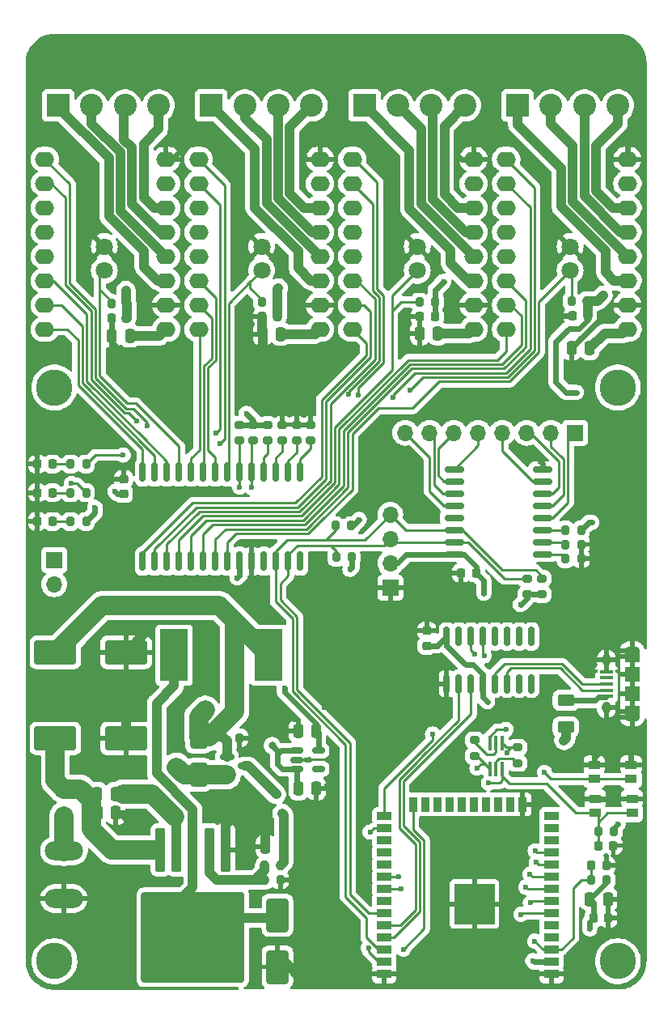
<source format=gtl>
G04 #@! TF.GenerationSoftware,KiCad,Pcbnew,8.0.3-8.0.3-0~ubuntu20.04.1*
G04 #@! TF.CreationDate,2024-08-18T22:02:50-04:00*
G04 #@! TF.ProjectId,syringe_pump,73797269-6e67-4655-9f70-756d702e6b69,rev?*
G04 #@! TF.SameCoordinates,Original*
G04 #@! TF.FileFunction,Copper,L1,Top*
G04 #@! TF.FilePolarity,Positive*
%FSLAX46Y46*%
G04 Gerber Fmt 4.6, Leading zero omitted, Abs format (unit mm)*
G04 Created by KiCad (PCBNEW 8.0.3-8.0.3-0~ubuntu20.04.1) date 2024-08-18 22:02:50*
%MOMM*%
%LPD*%
G01*
G04 APERTURE LIST*
G04 Aperture macros list*
%AMRoundRect*
0 Rectangle with rounded corners*
0 $1 Rounding radius*
0 $2 $3 $4 $5 $6 $7 $8 $9 X,Y pos of 4 corners*
0 Add a 4 corners polygon primitive as box body*
4,1,4,$2,$3,$4,$5,$6,$7,$8,$9,$2,$3,0*
0 Add four circle primitives for the rounded corners*
1,1,$1+$1,$2,$3*
1,1,$1+$1,$4,$5*
1,1,$1+$1,$6,$7*
1,1,$1+$1,$8,$9*
0 Add four rect primitives between the rounded corners*
20,1,$1+$1,$2,$3,$4,$5,0*
20,1,$1+$1,$4,$5,$6,$7,0*
20,1,$1+$1,$6,$7,$8,$9,0*
20,1,$1+$1,$8,$9,$2,$3,0*%
G04 Aperture macros list end*
G04 #@! TA.AperFunction,SMDPad,CuDef*
%ADD10RoundRect,0.250000X-0.900000X1.500000X-0.900000X-1.500000X0.900000X-1.500000X0.900000X1.500000X0*%
G04 #@! TD*
G04 #@! TA.AperFunction,SMDPad,CuDef*
%ADD11RoundRect,0.200000X0.200000X0.275000X-0.200000X0.275000X-0.200000X-0.275000X0.200000X-0.275000X0*%
G04 #@! TD*
G04 #@! TA.AperFunction,SMDPad,CuDef*
%ADD12RoundRect,0.250000X-0.250000X-0.475000X0.250000X-0.475000X0.250000X0.475000X-0.250000X0.475000X0*%
G04 #@! TD*
G04 #@! TA.AperFunction,SMDPad,CuDef*
%ADD13RoundRect,0.225000X0.225000X0.250000X-0.225000X0.250000X-0.225000X-0.250000X0.225000X-0.250000X0*%
G04 #@! TD*
G04 #@! TA.AperFunction,SMDPad,CuDef*
%ADD14RoundRect,0.250000X0.650000X-1.000000X0.650000X1.000000X-0.650000X1.000000X-0.650000X-1.000000X0*%
G04 #@! TD*
G04 #@! TA.AperFunction,SMDPad,CuDef*
%ADD15RoundRect,0.200000X0.275000X-0.200000X0.275000X0.200000X-0.275000X0.200000X-0.275000X-0.200000X0*%
G04 #@! TD*
G04 #@! TA.AperFunction,SMDPad,CuDef*
%ADD16R,1.500000X0.900000*%
G04 #@! TD*
G04 #@! TA.AperFunction,SMDPad,CuDef*
%ADD17R,0.900000X1.500000*%
G04 #@! TD*
G04 #@! TA.AperFunction,SMDPad,CuDef*
%ADD18R,1.050000X1.050000*%
G04 #@! TD*
G04 #@! TA.AperFunction,SMDPad,CuDef*
%ADD19R,4.200000X4.200000*%
G04 #@! TD*
G04 #@! TA.AperFunction,SMDPad,CuDef*
%ADD20RoundRect,0.225000X-0.225000X-0.250000X0.225000X-0.250000X0.225000X0.250000X-0.225000X0.250000X0*%
G04 #@! TD*
G04 #@! TA.AperFunction,SMDPad,CuDef*
%ADD21RoundRect,0.250000X0.250000X0.475000X-0.250000X0.475000X-0.250000X-0.475000X0.250000X-0.475000X0*%
G04 #@! TD*
G04 #@! TA.AperFunction,ComponentPad*
%ADD22C,1.800000*%
G04 #@! TD*
G04 #@! TA.AperFunction,SMDPad,CuDef*
%ADD23RoundRect,0.100000X0.100000X-0.650000X0.100000X0.650000X-0.100000X0.650000X-0.100000X-0.650000X0*%
G04 #@! TD*
G04 #@! TA.AperFunction,SMDPad,CuDef*
%ADD24RoundRect,0.250000X-0.300000X2.050000X-0.300000X-2.050000X0.300000X-2.050000X0.300000X2.050000X0*%
G04 #@! TD*
G04 #@! TA.AperFunction,SMDPad,CuDef*
%ADD25RoundRect,0.250000X-2.375000X2.025000X-2.375000X-2.025000X2.375000X-2.025000X2.375000X2.025000X0*%
G04 #@! TD*
G04 #@! TA.AperFunction,SMDPad,CuDef*
%ADD26RoundRect,0.250002X-5.149998X4.449998X-5.149998X-4.449998X5.149998X-4.449998X5.149998X4.449998X0*%
G04 #@! TD*
G04 #@! TA.AperFunction,SMDPad,CuDef*
%ADD27RoundRect,0.218750X-0.218750X-0.256250X0.218750X-0.256250X0.218750X0.256250X-0.218750X0.256250X0*%
G04 #@! TD*
G04 #@! TA.AperFunction,ComponentPad*
%ADD28R,1.700000X1.700000*%
G04 #@! TD*
G04 #@! TA.AperFunction,ComponentPad*
%ADD29O,1.700000X1.700000*%
G04 #@! TD*
G04 #@! TA.AperFunction,SMDPad,CuDef*
%ADD30RoundRect,0.150000X-0.512500X-0.150000X0.512500X-0.150000X0.512500X0.150000X-0.512500X0.150000X0*%
G04 #@! TD*
G04 #@! TA.AperFunction,SMDPad,CuDef*
%ADD31RoundRect,0.250000X-1.950000X-1.000000X1.950000X-1.000000X1.950000X1.000000X-1.950000X1.000000X0*%
G04 #@! TD*
G04 #@! TA.AperFunction,ComponentPad*
%ADD32O,4.000000X2.000000*%
G04 #@! TD*
G04 #@! TA.AperFunction,SMDPad,CuDef*
%ADD33RoundRect,0.200000X-0.275000X0.200000X-0.275000X-0.200000X0.275000X-0.200000X0.275000X0.200000X0*%
G04 #@! TD*
G04 #@! TA.AperFunction,SMDPad,CuDef*
%ADD34R,1.350000X0.400000*%
G04 #@! TD*
G04 #@! TA.AperFunction,ComponentPad*
%ADD35O,1.550000X0.890000*%
G04 #@! TD*
G04 #@! TA.AperFunction,SMDPad,CuDef*
%ADD36R,1.550000X1.200000*%
G04 #@! TD*
G04 #@! TA.AperFunction,ComponentPad*
%ADD37O,0.950000X1.250000*%
G04 #@! TD*
G04 #@! TA.AperFunction,SMDPad,CuDef*
%ADD38R,1.550000X1.500000*%
G04 #@! TD*
G04 #@! TA.AperFunction,SMDPad,CuDef*
%ADD39R,1.250000X0.900000*%
G04 #@! TD*
G04 #@! TA.AperFunction,SMDPad,CuDef*
%ADD40RoundRect,0.200000X-0.200000X-0.275000X0.200000X-0.275000X0.200000X0.275000X-0.200000X0.275000X0*%
G04 #@! TD*
G04 #@! TA.AperFunction,SMDPad,CuDef*
%ADD41RoundRect,0.150000X0.150000X-0.825000X0.150000X0.825000X-0.150000X0.825000X-0.150000X-0.825000X0*%
G04 #@! TD*
G04 #@! TA.AperFunction,SMDPad,CuDef*
%ADD42R,2.900000X5.400000*%
G04 #@! TD*
G04 #@! TA.AperFunction,SMDPad,CuDef*
%ADD43RoundRect,0.150000X0.875000X0.150000X-0.875000X0.150000X-0.875000X-0.150000X0.875000X-0.150000X0*%
G04 #@! TD*
G04 #@! TA.AperFunction,SMDPad,CuDef*
%ADD44RoundRect,0.150000X-0.587500X-0.150000X0.587500X-0.150000X0.587500X0.150000X-0.587500X0.150000X0*%
G04 #@! TD*
G04 #@! TA.AperFunction,SMDPad,CuDef*
%ADD45RoundRect,0.225000X0.250000X-0.225000X0.250000X0.225000X-0.250000X0.225000X-0.250000X-0.225000X0*%
G04 #@! TD*
G04 #@! TA.AperFunction,SMDPad,CuDef*
%ADD46RoundRect,0.250000X-0.625000X0.375000X-0.625000X-0.375000X0.625000X-0.375000X0.625000X0.375000X0*%
G04 #@! TD*
G04 #@! TA.AperFunction,SMDPad,CuDef*
%ADD47RoundRect,0.150000X0.150000X-0.875000X0.150000X0.875000X-0.150000X0.875000X-0.150000X-0.875000X0*%
G04 #@! TD*
G04 #@! TA.AperFunction,SMDPad,CuDef*
%ADD48RoundRect,0.250000X0.625000X-0.375000X0.625000X0.375000X-0.625000X0.375000X-0.625000X-0.375000X0*%
G04 #@! TD*
G04 #@! TA.AperFunction,ComponentPad*
%ADD49R,2.400000X2.400000*%
G04 #@! TD*
G04 #@! TA.AperFunction,ComponentPad*
%ADD50C,2.400000*%
G04 #@! TD*
G04 #@! TA.AperFunction,ComponentPad*
%ADD51O,2.000000X1.600000*%
G04 #@! TD*
G04 #@! TA.AperFunction,ViaPad*
%ADD52C,3.800000*%
G04 #@! TD*
G04 #@! TA.AperFunction,ViaPad*
%ADD53C,0.600000*%
G04 #@! TD*
G04 #@! TA.AperFunction,ViaPad*
%ADD54C,0.800000*%
G04 #@! TD*
G04 #@! TA.AperFunction,Conductor*
%ADD55C,1.016000*%
G04 #@! TD*
G04 #@! TA.AperFunction,Conductor*
%ADD56C,0.254000*%
G04 #@! TD*
G04 #@! TA.AperFunction,Conductor*
%ADD57C,0.609600*%
G04 #@! TD*
G04 #@! TA.AperFunction,Conductor*
%ADD58C,2.032000*%
G04 #@! TD*
G04 #@! TA.AperFunction,Conductor*
%ADD59C,0.250000*%
G04 #@! TD*
G04 APERTURE END LIST*
D10*
X76350000Y-142200000D03*
X76350000Y-147600000D03*
D11*
X56325000Y-98000000D03*
X54675000Y-98000000D03*
D12*
X57500000Y-129500000D03*
X59400000Y-129500000D03*
D13*
X97150000Y-106405000D03*
X95600000Y-106405000D03*
D14*
X68100000Y-127500000D03*
X68100000Y-123500000D03*
D11*
X108775000Y-77950000D03*
X107125000Y-77950000D03*
D15*
X102490000Y-108650000D03*
X102490000Y-107000000D03*
D11*
X108150000Y-101905000D03*
X106500000Y-101905000D03*
D13*
X60550000Y-79750000D03*
X59000000Y-79750000D03*
D16*
X105045000Y-148350000D03*
X105045000Y-147080000D03*
X105045000Y-145810000D03*
X105045000Y-144540000D03*
X105045000Y-143270000D03*
X105045000Y-142000000D03*
X105045000Y-140730000D03*
X105045000Y-139460000D03*
X105045000Y-138190000D03*
X105045000Y-136920000D03*
X105045000Y-135650000D03*
X105045000Y-134380000D03*
X105045000Y-133110000D03*
X105045000Y-131840000D03*
D17*
X102005000Y-130590000D03*
X100735000Y-130590000D03*
X99465000Y-130590000D03*
X98195000Y-130590000D03*
X96925000Y-130590000D03*
X95655000Y-130590000D03*
X94385000Y-130590000D03*
X93115000Y-130590000D03*
X91845000Y-130590000D03*
X90575000Y-130590000D03*
D16*
X87545000Y-131840000D03*
X87545000Y-133110000D03*
X87545000Y-134380000D03*
X87545000Y-135650000D03*
X87545000Y-136920000D03*
X87545000Y-138190000D03*
X87545000Y-139460000D03*
X87545000Y-140730000D03*
X87545000Y-142000000D03*
X87545000Y-143270000D03*
X87545000Y-144540000D03*
X87545000Y-145810000D03*
X87545000Y-147080000D03*
X87545000Y-148350000D03*
D18*
X98500000Y-142535000D03*
X98500000Y-141010000D03*
X98500000Y-139485000D03*
X96975000Y-142535000D03*
X96975000Y-141010000D03*
D19*
X96975000Y-141010000D03*
D18*
X96975000Y-139485000D03*
X95450000Y-142535000D03*
X95450000Y-141010000D03*
X95450000Y-139485000D03*
D11*
X110825000Y-138500000D03*
X109175000Y-138500000D03*
D20*
X109225000Y-137000000D03*
X110775000Y-137000000D03*
D12*
X78550000Y-128937500D03*
X80450000Y-128937500D03*
D21*
X76700000Y-81400000D03*
X74800000Y-81400000D03*
D22*
X58225000Y-74750000D03*
X58225000Y-72250000D03*
D23*
X98600000Y-126880000D03*
X99250000Y-126880000D03*
X99900000Y-126880000D03*
X99900000Y-124220000D03*
X99250000Y-124220000D03*
X98600000Y-124220000D03*
D24*
X70900000Y-135350000D03*
X69200000Y-135350000D03*
X67500000Y-135350000D03*
D25*
X70275000Y-142075000D03*
X64725000Y-142075000D03*
D26*
X67500000Y-144500000D03*
D25*
X70275000Y-146925000D03*
X64725000Y-146925000D03*
D24*
X65800000Y-135350000D03*
X64100000Y-135350000D03*
D12*
X57550000Y-131500000D03*
X59450000Y-131500000D03*
D27*
X51212500Y-95000000D03*
X52787500Y-95000000D03*
D15*
X104050000Y-108625000D03*
X104050000Y-106975000D03*
D11*
X76650000Y-137000000D03*
X75000000Y-137000000D03*
D28*
X107525000Y-91725000D03*
D29*
X104985000Y-91725000D03*
X102445000Y-91725000D03*
X99905000Y-91725000D03*
X97365000Y-91725000D03*
X94825000Y-91725000D03*
X92285000Y-91725000D03*
X89745000Y-91725000D03*
D30*
X78362500Y-124987500D03*
X78362500Y-125937500D03*
X78362500Y-126887500D03*
X80637500Y-126887500D03*
X80637500Y-124987500D03*
D31*
X53100000Y-123700000D03*
X60500000Y-123700000D03*
D20*
X109450000Y-142500000D03*
X111000000Y-142500000D03*
D11*
X108150000Y-104905000D03*
X106500000Y-104905000D03*
D32*
X54000000Y-140450000D03*
X54000000Y-135450000D03*
D11*
X56325000Y-95000000D03*
X54675000Y-95000000D03*
D33*
X97000000Y-123875000D03*
X97000000Y-125525000D03*
D34*
X110800000Y-119300000D03*
X110800000Y-118650000D03*
X110800000Y-118000000D03*
X110800000Y-117350000D03*
X110800000Y-116700000D03*
D35*
X113500000Y-121500000D03*
D36*
X113500000Y-120900000D03*
D37*
X110800000Y-120500000D03*
D38*
X113500000Y-119000000D03*
X113500000Y-117000000D03*
D37*
X110800000Y-115500000D03*
D36*
X113500000Y-115100000D03*
D35*
X113500000Y-114500000D03*
D21*
X93150000Y-81350000D03*
X91250000Y-81350000D03*
D11*
X108150000Y-103405000D03*
X106500000Y-103405000D03*
D39*
X113475000Y-130000000D03*
X109625000Y-130000000D03*
X113475000Y-131500000D03*
X109625000Y-131500000D03*
D33*
X73850000Y-90900000D03*
X73850000Y-92550000D03*
D40*
X70737500Y-123650000D03*
X72387500Y-123650000D03*
D41*
X94055000Y-117975000D03*
X95325000Y-117975000D03*
X96595000Y-117975000D03*
X97865000Y-117975000D03*
X99135000Y-117975000D03*
X100405000Y-117975000D03*
X101675000Y-117975000D03*
X102945000Y-117975000D03*
X102945000Y-113025000D03*
X101675000Y-113025000D03*
X100405000Y-113025000D03*
X99135000Y-113025000D03*
X97865000Y-113025000D03*
X96595000Y-113025000D03*
X95325000Y-113025000D03*
X94055000Y-113025000D03*
D33*
X72350000Y-90900000D03*
X72350000Y-92550000D03*
D11*
X111575000Y-133400000D03*
X109925000Y-133400000D03*
D42*
X65550000Y-115000000D03*
X75450000Y-115000000D03*
D13*
X76325000Y-79600000D03*
X74775000Y-79600000D03*
D21*
X109050000Y-82900000D03*
X107150000Y-82900000D03*
D11*
X60600000Y-78200000D03*
X58950000Y-78200000D03*
D43*
X104150000Y-104445000D03*
X104150000Y-103175000D03*
X104150000Y-101905000D03*
X104150000Y-100635000D03*
X104150000Y-99365000D03*
X104150000Y-98095000D03*
X104150000Y-96825000D03*
X104150000Y-95555000D03*
X94850000Y-95555000D03*
X94850000Y-96825000D03*
X94850000Y-98095000D03*
X94850000Y-99365000D03*
X94850000Y-100635000D03*
X94850000Y-101905000D03*
X94850000Y-103175000D03*
X94850000Y-104445000D03*
D33*
X75350000Y-90900000D03*
X75350000Y-92550000D03*
D15*
X79850000Y-92550000D03*
X79850000Y-90900000D03*
D40*
X75000000Y-138500000D03*
X76650000Y-138500000D03*
D44*
X71062500Y-125650000D03*
X71062500Y-127550000D03*
X72937500Y-126600000D03*
D11*
X84150000Y-104750000D03*
X82500000Y-104750000D03*
D22*
X107000000Y-74750000D03*
X107000000Y-72250000D03*
D45*
X92000000Y-114000000D03*
X92000000Y-112450000D03*
D46*
X106550000Y-119700000D03*
X106550000Y-122500000D03*
D45*
X60250000Y-98125000D03*
X60250000Y-96575000D03*
D31*
X53100000Y-114700000D03*
X60500000Y-114700000D03*
D12*
X109050000Y-140500000D03*
X110950000Y-140500000D03*
D21*
X77000000Y-135000000D03*
X75100000Y-135000000D03*
D15*
X76850000Y-92525000D03*
X76850000Y-90875000D03*
D22*
X74700000Y-74750000D03*
X74700000Y-72250000D03*
D28*
X88175000Y-107920000D03*
D29*
X88175000Y-105380000D03*
X88175000Y-102840000D03*
X88175000Y-100300000D03*
D33*
X101500000Y-124625000D03*
X101500000Y-126275000D03*
D27*
X51212500Y-98000000D03*
X52787500Y-98000000D03*
D13*
X92825000Y-79600000D03*
X91275000Y-79600000D03*
D39*
X113375000Y-126450000D03*
X109525000Y-126450000D03*
X113375000Y-127950000D03*
X109525000Y-127950000D03*
D21*
X80450000Y-122937500D03*
X78550000Y-122937500D03*
D20*
X109975000Y-134900000D03*
X111525000Y-134900000D03*
D15*
X78350000Y-92525000D03*
X78350000Y-90875000D03*
D11*
X84075000Y-101450000D03*
X82425000Y-101450000D03*
D21*
X60900000Y-81600000D03*
X59000000Y-81600000D03*
D28*
X53000000Y-105025000D03*
D29*
X53000000Y-107565000D03*
D22*
X91000000Y-74750000D03*
X91000000Y-72250000D03*
D47*
X62245000Y-105150000D03*
X63515000Y-105150000D03*
X64785000Y-105150000D03*
X66055000Y-105150000D03*
X67325000Y-105150000D03*
X68595000Y-105150000D03*
X69865000Y-105150000D03*
X71135000Y-105150000D03*
X72405000Y-105150000D03*
X73675000Y-105150000D03*
X74945000Y-105150000D03*
X76215000Y-105150000D03*
X77485000Y-105150000D03*
X78755000Y-105150000D03*
X78755000Y-95850000D03*
X77485000Y-95850000D03*
X76215000Y-95850000D03*
X74945000Y-95850000D03*
X73675000Y-95850000D03*
X72405000Y-95850000D03*
X71135000Y-95850000D03*
X69865000Y-95850000D03*
X68595000Y-95850000D03*
X67325000Y-95850000D03*
X66055000Y-95850000D03*
X64785000Y-95850000D03*
X63515000Y-95850000D03*
X62245000Y-95850000D03*
D48*
X54000000Y-131950000D03*
X54000000Y-129150000D03*
D13*
X108825000Y-79500000D03*
X107275000Y-79500000D03*
D11*
X92875000Y-78050000D03*
X91225000Y-78050000D03*
D27*
X51212500Y-101000000D03*
X52787500Y-101000000D03*
D11*
X76375000Y-78050000D03*
X74725000Y-78050000D03*
X56325000Y-101000000D03*
X54675000Y-101000000D03*
D49*
X69433333Y-57500000D03*
D50*
X72933333Y-57500000D03*
X76433333Y-57500000D03*
X79933333Y-57500000D03*
D51*
X68100000Y-80890000D03*
X68100000Y-78350000D03*
X68100000Y-75810000D03*
X68100000Y-73270000D03*
X68100000Y-70730000D03*
X68100000Y-68190000D03*
X68100000Y-65650000D03*
X68100000Y-63110000D03*
X80800000Y-63110000D03*
X80800000Y-65650000D03*
X80800000Y-68190000D03*
X80800000Y-70730000D03*
X80800000Y-73270000D03*
X80800000Y-75810000D03*
X80800000Y-78350000D03*
X80800000Y-80890000D03*
D49*
X53400000Y-57500000D03*
D50*
X56900000Y-57500000D03*
X60400000Y-57500000D03*
X63900000Y-57500000D03*
D49*
X101500000Y-57500000D03*
D50*
X105000000Y-57500000D03*
X108500000Y-57500000D03*
X112000000Y-57500000D03*
D51*
X84200000Y-80890000D03*
X84200000Y-78350000D03*
X84200000Y-75810000D03*
X84200000Y-73270000D03*
X84200000Y-70730000D03*
X84200000Y-68190000D03*
X84200000Y-65650000D03*
X84200000Y-63110000D03*
X96900000Y-63110000D03*
X96900000Y-65650000D03*
X96900000Y-68190000D03*
X96900000Y-70730000D03*
X96900000Y-73270000D03*
X96900000Y-75810000D03*
X96900000Y-78350000D03*
X96900000Y-80890000D03*
D49*
X85466666Y-57500000D03*
D50*
X88966666Y-57500000D03*
X92466666Y-57500000D03*
X95966666Y-57500000D03*
D51*
X52000000Y-80890000D03*
X52000000Y-78350000D03*
X52000000Y-75810000D03*
X52000000Y-73270000D03*
X52000000Y-70730000D03*
X52000000Y-68190000D03*
X52000000Y-65650000D03*
X52000000Y-63110000D03*
X64700000Y-63110000D03*
X64700000Y-65650000D03*
X64700000Y-68190000D03*
X64700000Y-70730000D03*
X64700000Y-73270000D03*
X64700000Y-75810000D03*
X64700000Y-78350000D03*
X64700000Y-80890000D03*
X100300000Y-80890000D03*
X100300000Y-78350000D03*
X100300000Y-75810000D03*
X100300000Y-73270000D03*
X100300000Y-70730000D03*
X100300000Y-68190000D03*
X100300000Y-65650000D03*
X100300000Y-63110000D03*
X113000000Y-63110000D03*
X113000000Y-65650000D03*
X113000000Y-68190000D03*
X113000000Y-70730000D03*
X113000000Y-73270000D03*
X113000000Y-75810000D03*
X113000000Y-78350000D03*
X113000000Y-80890000D03*
D52*
X112000000Y-147000000D03*
X53000000Y-147000000D03*
X53000000Y-87000000D03*
X112000000Y-87000000D03*
D53*
X112450000Y-109600000D03*
X94000000Y-120950000D03*
X68500000Y-116450000D03*
X101450000Y-133900000D03*
X113350000Y-90900000D03*
X92500000Y-106950000D03*
X51700000Y-90900000D03*
X85850000Y-94100000D03*
X56750000Y-138050000D03*
X98750000Y-82750000D03*
X94550000Y-79150000D03*
X89350000Y-116800000D03*
X100400000Y-146450000D03*
X74700000Y-120850000D03*
X113350000Y-125350000D03*
X89700000Y-82700000D03*
X79150000Y-86850000D03*
X103950000Y-129900000D03*
D54*
X62500000Y-112650000D03*
X79050000Y-149050000D03*
X109500000Y-105000000D03*
D53*
X94900000Y-133250000D03*
X59450000Y-148200000D03*
X104650000Y-110900000D03*
X108750000Y-76100000D03*
X72950000Y-135900000D03*
X57350000Y-105400000D03*
X78200000Y-121700000D03*
X111700000Y-97700000D03*
D54*
X71150000Y-132450000D03*
D53*
X81500000Y-148750000D03*
X95350000Y-62800000D03*
X74600000Y-107900000D03*
D54*
X110000000Y-103000000D03*
D53*
X103900000Y-94750000D03*
X74750000Y-82600000D03*
X64550000Y-98550000D03*
X50850000Y-105600000D03*
X59600000Y-101950000D03*
X105150000Y-117750000D03*
X92450000Y-82900000D03*
X93750000Y-87950000D03*
X81550000Y-128650000D03*
X59000000Y-92900000D03*
X64450000Y-88600000D03*
X69900000Y-112300000D03*
X50800000Y-93900000D03*
X113810000Y-60660000D03*
X85400000Y-98600000D03*
X110250000Y-125000000D03*
X108100000Y-107250000D03*
X79600000Y-125950000D03*
X78450000Y-79250000D03*
X88650000Y-69100000D03*
D54*
X60800000Y-132500000D03*
D53*
X50850000Y-99100000D03*
X88600000Y-73700000D03*
X78850000Y-133100000D03*
X108100000Y-96550000D03*
X60800000Y-107350000D03*
X99750000Y-108250000D03*
X108950000Y-122700000D03*
X64650000Y-138700000D03*
X60250000Y-143950000D03*
X104700000Y-80900000D03*
D54*
X60500000Y-121700000D03*
D53*
X74200000Y-86650000D03*
X93150000Y-141650000D03*
X103850000Y-64500000D03*
X105350000Y-78850000D03*
X71750000Y-63950000D03*
X110800000Y-79250000D03*
X102600000Y-127300000D03*
X90900000Y-97550000D03*
X93050000Y-146450000D03*
X90250000Y-94550000D03*
X112050000Y-83600000D03*
X87950000Y-64250000D03*
X82700000Y-59550000D03*
X50850000Y-111600000D03*
X56550000Y-63750000D03*
X90450000Y-76800000D03*
X98400000Y-134550000D03*
X51100000Y-102100000D03*
X104700000Y-69050000D03*
X81300000Y-120450000D03*
X66550000Y-91250000D03*
X103800000Y-86700000D03*
X90000000Y-124300000D03*
D54*
X75100000Y-133550000D03*
D53*
X89600000Y-80500000D03*
X92900000Y-127950000D03*
X108500000Y-115500000D03*
X59550000Y-82800000D03*
X56600000Y-120850000D03*
X54692942Y-118035884D03*
X110850000Y-130000000D03*
X95300000Y-77250000D03*
X50800000Y-60550000D03*
X69450000Y-131050000D03*
X78950000Y-140050000D03*
X55650000Y-74550000D03*
X60800000Y-74450000D03*
X72300000Y-74400000D03*
X79200000Y-62800000D03*
X111450000Y-129050000D03*
X104700000Y-75050000D03*
X92950000Y-74000000D03*
X60100000Y-112150000D03*
X66900000Y-107600000D03*
X95400000Y-124650000D03*
X62400000Y-79200000D03*
X99600000Y-121200000D03*
X106300000Y-89000000D03*
X98700000Y-59550000D03*
X97050000Y-89150000D03*
X52600000Y-83450000D03*
X83250000Y-108800000D03*
X103100000Y-120950000D03*
X85550000Y-114100000D03*
X112800000Y-61450000D03*
X86750000Y-106100000D03*
X92550000Y-109800000D03*
X97850000Y-110850000D03*
X66150000Y-62250000D03*
D54*
X76850000Y-131550000D03*
X68800000Y-120750000D03*
D53*
X84900000Y-100800000D03*
X97950000Y-108500000D03*
X103100000Y-146950000D03*
X59350000Y-97850000D03*
X73100000Y-89700000D03*
X77100000Y-118450000D03*
X93750000Y-75900000D03*
X110450000Y-77350000D03*
X98350000Y-119850000D03*
X109050000Y-143600000D03*
X57250000Y-99550000D03*
X101800000Y-109700000D03*
X83950000Y-106000000D03*
X60500000Y-76850000D03*
X72150000Y-106900000D03*
X112000000Y-132650000D03*
X109250000Y-101100000D03*
X107650000Y-87500000D03*
X76450000Y-76600000D03*
D54*
X65800000Y-126700000D03*
D53*
X98450000Y-128350000D03*
X92600000Y-123250000D03*
X100300000Y-122750000D03*
X103300000Y-144900000D03*
X104300000Y-127250000D03*
D54*
X76250000Y-129550000D03*
X106350000Y-123900000D03*
D53*
X97250000Y-126800000D03*
X97000000Y-114850000D03*
X100400000Y-125176000D03*
X98000000Y-115050000D03*
X60200000Y-94050000D03*
X89550000Y-145750000D03*
X85882143Y-145617857D03*
X61600000Y-90500000D03*
X89300000Y-139450000D03*
X62750000Y-91000000D03*
D54*
X75800000Y-124450000D03*
D53*
X54800000Y-97025000D03*
X72405000Y-97400000D03*
X101850000Y-142100000D03*
X102850000Y-140900000D03*
X73675000Y-97450000D03*
X83785409Y-87685409D03*
X102350000Y-139250000D03*
X103350000Y-135450000D03*
X90250000Y-87250000D03*
X89050000Y-138150000D03*
X69950000Y-91750000D03*
X70350000Y-92850000D03*
X86050000Y-133500000D03*
X84806644Y-87806644D03*
X102800000Y-137900000D03*
X88450000Y-88000000D03*
X103450000Y-136650000D03*
D55*
X77000000Y-146500000D02*
X77000000Y-147000000D01*
X77000000Y-147000000D02*
X79050000Y-149050000D01*
X62500000Y-112650000D02*
X62500000Y-112700000D01*
D56*
X78550000Y-122050000D02*
X78200000Y-121700000D01*
X51212500Y-95000000D02*
X51212500Y-94312500D01*
D57*
X64700000Y-63110000D02*
X65290000Y-63110000D01*
X59000000Y-82250000D02*
X59000000Y-81600000D01*
D56*
X78362500Y-125937500D02*
X79587500Y-125937500D01*
D57*
X110750000Y-79250000D02*
X110800000Y-79250000D01*
X104150000Y-95555000D02*
X104150000Y-95000000D01*
D56*
X80450000Y-128937500D02*
X81262500Y-128937500D01*
X109595000Y-103405000D02*
X110000000Y-103000000D01*
D57*
X109625000Y-130000000D02*
X110850000Y-130000000D01*
X107275000Y-79500000D02*
X106000000Y-79500000D01*
D55*
X74800000Y-82550000D02*
X74750000Y-82600000D01*
X74800000Y-81400000D02*
X74800000Y-82550000D01*
X70900000Y-132700000D02*
X71150000Y-132450000D01*
D57*
X95660000Y-63110000D02*
X95350000Y-62800000D01*
X113375000Y-125375000D02*
X113350000Y-125350000D01*
X113000000Y-61650000D02*
X112800000Y-61450000D01*
X59550000Y-82800000D02*
X59000000Y-82250000D01*
D55*
X75100000Y-135000000D02*
X75100000Y-133550000D01*
X62500000Y-112700000D02*
X60500000Y-114700000D01*
D57*
X106000000Y-79500000D02*
X105350000Y-78850000D01*
X65290000Y-63110000D02*
X66150000Y-62250000D01*
X96900000Y-63110000D02*
X95660000Y-63110000D01*
D56*
X78550000Y-122937500D02*
X78550000Y-122050000D01*
D57*
X107150000Y-82850000D02*
X110750000Y-79250000D01*
X113000000Y-63110000D02*
X113000000Y-61650000D01*
X59800000Y-131500000D02*
X60800000Y-132500000D01*
D55*
X70900000Y-135350000D02*
X70900000Y-132700000D01*
D56*
X109405000Y-104905000D02*
X109500000Y-105000000D01*
D55*
X74775000Y-81375000D02*
X74800000Y-81400000D01*
D56*
X51212500Y-98000000D02*
X51212500Y-98737500D01*
X108150000Y-104905000D02*
X109405000Y-104905000D01*
X108150000Y-103405000D02*
X109595000Y-103405000D01*
D55*
X60500000Y-123700000D02*
X60500000Y-121700000D01*
D56*
X79587500Y-125937500D02*
X79600000Y-125950000D01*
X51212500Y-94312500D02*
X50800000Y-93900000D01*
X81262500Y-128937500D02*
X81550000Y-128650000D01*
D57*
X109525000Y-125725000D02*
X110250000Y-125000000D01*
X59450000Y-131500000D02*
X59800000Y-131500000D01*
X104150000Y-95000000D02*
X103900000Y-94750000D01*
X113375000Y-126450000D02*
X113375000Y-125375000D01*
X107150000Y-82900000D02*
X107150000Y-82850000D01*
D56*
X51212500Y-101987500D02*
X51100000Y-102100000D01*
D57*
X109525000Y-126450000D02*
X109525000Y-125725000D01*
X59000000Y-79750000D02*
X59000000Y-81600000D01*
D56*
X51212500Y-101000000D02*
X51212500Y-101987500D01*
X51212500Y-98737500D02*
X50850000Y-99100000D01*
D55*
X74775000Y-79600000D02*
X74775000Y-81375000D01*
D56*
X52787500Y-101000000D02*
X54675000Y-101000000D01*
X52787500Y-98000000D02*
X54675000Y-98000000D01*
D58*
X56850000Y-130150000D02*
X56850000Y-133200000D01*
X55700000Y-129000000D02*
X56850000Y-130150000D01*
X59000000Y-135350000D02*
X63500000Y-135350000D01*
X53100000Y-128100000D02*
X54000000Y-129000000D01*
X56850000Y-133200000D02*
X59000000Y-135350000D01*
X53100000Y-123700000D02*
X53100000Y-128100000D01*
X54000000Y-129000000D02*
X55700000Y-129000000D01*
D55*
X64100000Y-135350000D02*
X63500000Y-135350000D01*
X65800000Y-131950000D02*
X65800000Y-135350000D01*
D58*
X65600000Y-131900000D02*
X63200000Y-129500000D01*
X63200000Y-129500000D02*
X60200000Y-129500000D01*
D55*
X65750000Y-131900000D02*
X65800000Y-131950000D01*
X59400000Y-129500000D02*
X60200000Y-129500000D01*
X71062500Y-123975000D02*
X70737500Y-123650000D01*
D58*
X71875000Y-120875000D02*
X71875000Y-111425000D01*
X53100000Y-114700000D02*
X58000000Y-109800000D01*
D55*
X77000000Y-131700000D02*
X76850000Y-131550000D01*
D58*
X58000000Y-109800000D02*
X70250000Y-109800000D01*
X68100000Y-121450000D02*
X68800000Y-120750000D01*
D55*
X77000000Y-135000000D02*
X77000000Y-136650000D01*
D58*
X70250000Y-109800000D02*
X71875000Y-111425000D01*
X69250000Y-123500000D02*
X71875000Y-120875000D01*
X68100000Y-123500000D02*
X68100000Y-121450000D01*
D55*
X68100000Y-123500000D02*
X69250000Y-123500000D01*
D58*
X71875000Y-111425000D02*
X75450000Y-115000000D01*
D55*
X71062500Y-125650000D02*
X71062500Y-123975000D01*
X77000000Y-136650000D02*
X76650000Y-137000000D01*
X69250000Y-123500000D02*
X70587500Y-123500000D01*
X70587500Y-123500000D02*
X70737500Y-123650000D01*
X77000000Y-135000000D02*
X77000000Y-131700000D01*
D57*
X110825000Y-138500000D02*
X110825000Y-138725000D01*
X97865000Y-117975000D02*
X97865000Y-119365000D01*
X72350000Y-90900000D02*
X75350000Y-90900000D01*
X59625000Y-98125000D02*
X59350000Y-97850000D01*
X92825000Y-79600000D02*
X92825000Y-78100000D01*
X106900000Y-80800000D02*
X107900000Y-80800000D01*
X102515000Y-108625000D02*
X102490000Y-108650000D01*
X111575000Y-133400000D02*
X111575000Y-133075000D01*
X109450000Y-140900000D02*
X109050000Y-140500000D01*
X92875000Y-76925000D02*
X92875000Y-76775000D01*
X109250000Y-101100000D02*
X108955000Y-101100000D01*
X80637500Y-123125000D02*
X80450000Y-122937500D01*
X109450000Y-142500000D02*
X109450000Y-140900000D01*
X77100000Y-118843500D02*
X80450000Y-122193500D01*
X84250000Y-101450000D02*
X84900000Y-100800000D01*
D55*
X76375000Y-76675000D02*
X76450000Y-76600000D01*
D57*
X77100000Y-118450000D02*
X77100000Y-118843500D01*
D55*
X60500000Y-76850000D02*
X60500000Y-78100000D01*
D57*
X84075000Y-101450000D02*
X84250000Y-101450000D01*
X109050000Y-143600000D02*
X109050000Y-142900000D01*
X92875000Y-76775000D02*
X93750000Y-75900000D01*
X107650000Y-87500000D02*
X106600000Y-87500000D01*
X92825000Y-78100000D02*
X92875000Y-78050000D01*
X60250000Y-98125000D02*
X59625000Y-98125000D01*
X105500000Y-82200000D02*
X106900000Y-80800000D01*
X97865000Y-119365000D02*
X98350000Y-119850000D01*
X94850000Y-104445000D02*
X95895000Y-104445000D01*
X103230000Y-147080000D02*
X103100000Y-146950000D01*
X109050000Y-142900000D02*
X109450000Y-142500000D01*
X57250000Y-100075000D02*
X56325000Y-101000000D01*
X94055000Y-113999999D02*
X96055001Y-116000000D01*
X104050000Y-108625000D02*
X102515000Y-108625000D01*
D55*
X108775000Y-77950000D02*
X109850000Y-77950000D01*
X76375000Y-78050000D02*
X76375000Y-76675000D01*
X108825000Y-78000000D02*
X108775000Y-77950000D01*
D57*
X107900000Y-80800000D02*
X108825000Y-79875000D01*
D55*
X109850000Y-77950000D02*
X110450000Y-77350000D01*
D57*
X73850000Y-90900000D02*
X73850000Y-90450000D01*
X93080000Y-114000000D02*
X94055000Y-113025000D01*
D55*
X76325000Y-78100000D02*
X76375000Y-78050000D01*
D57*
X72405000Y-105150000D02*
X72405000Y-106645000D01*
X84150000Y-104750000D02*
X84150000Y-105800000D01*
X102490000Y-109010000D02*
X101800000Y-109700000D01*
X97865000Y-117000001D02*
X97865000Y-117975000D01*
D55*
X108825000Y-79500000D02*
X108825000Y-78000000D01*
X60600000Y-79700000D02*
X60550000Y-79750000D01*
D57*
X84150000Y-105800000D02*
X83950000Y-106000000D01*
X94055000Y-113025000D02*
X94055000Y-113999999D01*
X105500000Y-86400000D02*
X105500000Y-82200000D01*
X92000000Y-114000000D02*
X93080000Y-114000000D01*
X108955000Y-101100000D02*
X108150000Y-101905000D01*
X97150000Y-105700000D02*
X97150000Y-106405000D01*
D55*
X60600000Y-78200000D02*
X60600000Y-79700000D01*
D57*
X111575000Y-133075000D02*
X112000000Y-132650000D01*
X96864999Y-116000000D02*
X97865000Y-117000001D01*
X80637500Y-124987500D02*
X80637500Y-123125000D01*
X106600000Y-87500000D02*
X105500000Y-86400000D01*
X108825000Y-79875000D02*
X108825000Y-79500000D01*
X96055001Y-116000000D02*
X96864999Y-116000000D01*
X88950000Y-105340000D02*
X89845000Y-104445000D01*
X102490000Y-108650000D02*
X102490000Y-109010000D01*
X80450000Y-122193500D02*
X80450000Y-122937500D01*
X89845000Y-104445000D02*
X94850000Y-104445000D01*
X105045000Y-147080000D02*
X103230000Y-147080000D01*
X72405000Y-106645000D02*
X72150000Y-106900000D01*
D55*
X76325000Y-79600000D02*
X76325000Y-78100000D01*
D57*
X92875000Y-78050000D02*
X92875000Y-76925000D01*
X95895000Y-104445000D02*
X97150000Y-105700000D01*
X73850000Y-90450000D02*
X73100000Y-89700000D01*
X110825000Y-138725000D02*
X109050000Y-140500000D01*
X57250000Y-99550000D02*
X57250000Y-100075000D01*
D55*
X60500000Y-78100000D02*
X60600000Y-78200000D01*
D57*
X97950000Y-107205000D02*
X97150000Y-106405000D01*
X97950000Y-108500000D02*
X97950000Y-107205000D01*
D55*
X71012500Y-127500000D02*
X71062500Y-127550000D01*
D58*
X68100000Y-127500000D02*
X66600000Y-127500000D01*
X66600000Y-127500000D02*
X65800000Y-126700000D01*
X68100000Y-127500000D02*
X71012500Y-127500000D01*
D56*
X99900000Y-128100000D02*
X99900000Y-126880000D01*
X92432947Y-124032947D02*
X92600000Y-123865894D01*
X109925000Y-131800000D02*
X109625000Y-131500000D01*
X100650000Y-128400000D02*
X104500000Y-128400000D01*
X113475000Y-131500000D02*
X110875000Y-131500000D01*
X87545000Y-131840000D02*
X87545000Y-128920894D01*
X109975000Y-133450000D02*
X109925000Y-133400000D01*
X99900000Y-127650000D02*
X100650000Y-128400000D01*
X107600000Y-131500000D02*
X109625000Y-131500000D01*
X109975000Y-134900000D02*
X109975000Y-133450000D01*
X99900000Y-126880000D02*
X99900000Y-127650000D01*
X109925000Y-132450000D02*
X109925000Y-131800000D01*
X99650000Y-128350000D02*
X99900000Y-128100000D01*
X92600000Y-123865894D02*
X92600000Y-123250000D01*
X98450000Y-128350000D02*
X99650000Y-128350000D01*
X104500000Y-128400000D02*
X107600000Y-131500000D01*
X110875000Y-131500000D02*
X109925000Y-132450000D01*
X109925000Y-133400000D02*
X109925000Y-132450000D01*
X87545000Y-128920894D02*
X92432947Y-124032947D01*
X104210000Y-145810000D02*
X103300000Y-144900000D01*
X106049000Y-145810000D02*
X107300000Y-144559000D01*
X105045000Y-145810000D02*
X106049000Y-145810000D01*
X105000000Y-127950000D02*
X104300000Y-127250000D01*
X98600000Y-123470001D02*
X99320001Y-122750000D01*
X109225000Y-137000000D02*
X109225000Y-138450000D01*
X107300000Y-144559000D02*
X107300000Y-139350000D01*
X105045000Y-145810000D02*
X104210000Y-145810000D01*
X107350000Y-139350000D02*
X108200000Y-138500000D01*
X108200000Y-138500000D02*
X109175000Y-138500000D01*
X109225000Y-138450000D02*
X109175000Y-138500000D01*
X98600000Y-124220000D02*
X98600000Y-123470001D01*
X109525000Y-127950000D02*
X105000000Y-127950000D01*
X107300000Y-139350000D02*
X107350000Y-139350000D01*
X113375000Y-127950000D02*
X109525000Y-127950000D01*
X99320001Y-122750000D02*
X100300000Y-122750000D01*
X54675000Y-95000000D02*
X52787500Y-95000000D01*
D55*
X77000000Y-142500000D02*
X70700000Y-142500000D01*
X67500000Y-135350000D02*
X67500000Y-139300000D01*
X70700000Y-142500000D02*
X70275000Y-142075000D01*
X65550000Y-118200000D02*
X65550000Y-115000000D01*
X67500000Y-139300000D02*
X64725000Y-142075000D01*
X67500000Y-131150000D02*
X63700000Y-127350000D01*
X67500000Y-135350000D02*
X67500000Y-131150000D01*
X63700000Y-127350000D02*
X63700000Y-120050000D01*
X63700000Y-120050000D02*
X65550000Y-118200000D01*
X106550000Y-123700000D02*
X106350000Y-123900000D01*
X72937500Y-126600000D02*
X73300000Y-126600000D01*
X106550000Y-122500000D02*
X106550000Y-123700000D01*
X73300000Y-126600000D02*
X76250000Y-129550000D01*
D57*
X109582177Y-119700000D02*
X109927377Y-119354800D01*
X106550000Y-119700000D02*
X109582177Y-119700000D01*
D59*
X110800000Y-119300000D02*
X110300000Y-119300000D01*
D57*
X109927377Y-119354800D02*
X110745200Y-119354800D01*
D56*
X99135000Y-117975000D02*
X99135000Y-116915000D01*
X100150000Y-115900000D02*
X106150000Y-115900000D01*
X108250000Y-118000000D02*
X110500000Y-118000000D01*
X106150000Y-115900000D02*
X108250000Y-118000000D01*
X99135000Y-116915000D02*
X100150000Y-115900000D01*
X108257948Y-118650000D02*
X105961948Y-116354000D01*
X100800000Y-116354000D02*
X100405000Y-116749000D01*
X110500000Y-118650000D02*
X108257948Y-118650000D01*
X100405000Y-116749000D02*
X100405000Y-117975000D01*
X105961948Y-116354000D02*
X100800000Y-116354000D01*
D55*
X93832000Y-59634666D02*
X93832000Y-66762632D01*
X93832000Y-66762632D02*
X95259368Y-68190000D01*
X95259368Y-68190000D02*
X96900000Y-68190000D01*
X95966666Y-57500000D02*
X93832000Y-59634666D01*
X96900000Y-70730000D02*
X96079684Y-70730000D01*
X92616000Y-57649334D02*
X92466666Y-57500000D01*
X96079684Y-70730000D02*
X92616000Y-67266316D01*
X92616000Y-67266316D02*
X92616000Y-57649334D01*
X96900000Y-73270000D02*
X91400000Y-67770000D01*
X91400000Y-59933334D02*
X88966666Y-57500000D01*
X91400000Y-67770000D02*
X91400000Y-59933334D01*
D56*
X97250000Y-126800000D02*
X97635000Y-126415000D01*
X97245000Y-125525000D02*
X98135000Y-126415000D01*
X96595000Y-113025000D02*
X96595000Y-114445000D01*
X98135000Y-126415000D02*
X98600000Y-126880000D01*
X97635000Y-126415000D02*
X98135000Y-126415000D01*
X97000000Y-125525000D02*
X97245000Y-125525000D01*
X96595000Y-114445000D02*
X97000000Y-114850000D01*
X97000000Y-123875000D02*
X97000000Y-124100000D01*
X99250000Y-125100000D02*
X99250000Y-124220000D01*
X98300000Y-125400000D02*
X98950000Y-125400000D01*
X97000000Y-124100000D02*
X98300000Y-125400000D01*
X98950000Y-125400000D02*
X99250000Y-125100000D01*
X101500000Y-124625000D02*
X100850000Y-124625000D01*
X100400000Y-125176000D02*
X100400000Y-125075000D01*
X97865000Y-114915000D02*
X98000000Y-115050000D01*
X100850000Y-124625000D02*
X100305000Y-124625000D01*
X100305000Y-124625000D02*
X99900000Y-124220000D01*
X97865000Y-113025000D02*
X97865000Y-114915000D01*
X100400000Y-125075000D02*
X100850000Y-124625000D01*
X99250000Y-126130001D02*
X99577001Y-125803000D01*
X99250000Y-126880000D02*
X99250000Y-126130001D01*
X99577001Y-125803000D02*
X101028000Y-125803000D01*
X101028000Y-125803000D02*
X101500000Y-126275000D01*
D55*
X96310000Y-75810000D02*
X94500000Y-74000000D01*
X90184000Y-62217334D02*
X85466666Y-57500000D01*
X94500000Y-72589684D02*
X90184000Y-68273684D01*
X94500000Y-74000000D02*
X94500000Y-72589684D01*
X90184000Y-68273684D02*
X90184000Y-62217334D01*
X96900000Y-75810000D02*
X96310000Y-75810000D01*
D56*
X60200000Y-94050000D02*
X57275000Y-94050000D01*
X89550000Y-145750000D02*
X91704000Y-143596000D01*
X91704000Y-134361947D02*
X90575000Y-133232947D01*
X90575000Y-133232947D02*
X90575000Y-130590000D01*
X57275000Y-94050000D02*
X56325000Y-95000000D01*
X91704000Y-143596000D02*
X91704000Y-134361947D01*
X88370000Y-78950000D02*
X88370000Y-80100000D01*
X82362000Y-96922106D02*
X82362000Y-91138000D01*
X66055000Y-105150000D02*
X66055000Y-102945000D01*
X88370000Y-85130000D02*
X88370000Y-80100000D01*
X91000000Y-74750000D02*
X88370000Y-77380000D01*
X78850106Y-100434000D02*
X82362000Y-96922106D01*
X89270000Y-78050000D02*
X88370000Y-78950000D01*
X88370000Y-77380000D02*
X88370000Y-78950000D01*
X66055000Y-102945000D02*
X68566000Y-100434000D01*
X68566000Y-100434000D02*
X78850106Y-100434000D01*
X91225000Y-78050000D02*
X89270000Y-78050000D01*
X82362000Y-91138000D02*
X88370000Y-85130000D01*
X58950000Y-78200000D02*
X58950000Y-77988000D01*
X60626156Y-88650000D02*
X61550000Y-88650000D01*
X58225000Y-74750000D02*
X57762000Y-75213000D01*
X66055000Y-93155000D02*
X66055000Y-95850000D01*
X57762000Y-75213000D02*
X57762000Y-76800000D01*
X58950000Y-77988000D02*
X57762000Y-76800000D01*
X61550000Y-88650000D02*
X66055000Y-93155000D01*
X57762000Y-76800000D02*
X57762000Y-85785844D01*
X57762000Y-85785844D02*
X60626156Y-88650000D01*
D55*
X69433333Y-57500000D02*
X74001333Y-62068000D01*
X79860000Y-75810000D02*
X80800000Y-75810000D01*
X74001333Y-62068000D02*
X74001333Y-68201333D01*
X78550000Y-72750000D02*
X78550000Y-74500000D01*
X78550000Y-74500000D02*
X79860000Y-75810000D01*
X74001333Y-68201333D02*
X78550000Y-72750000D01*
X75217333Y-67687333D02*
X80800000Y-73270000D01*
X72933333Y-57500000D02*
X72933333Y-58783333D01*
X72933333Y-58783333D02*
X75217333Y-61067333D01*
X75217333Y-61067333D02*
X75217333Y-67687333D01*
X76433333Y-57500000D02*
X76433333Y-67183649D01*
X76433333Y-67183649D02*
X79979684Y-70730000D01*
X79979684Y-70730000D02*
X80800000Y-70730000D01*
X77649333Y-59784000D02*
X77649333Y-66679965D01*
X79159368Y-68190000D02*
X80800000Y-68190000D01*
X79933333Y-57500000D02*
X77649333Y-59784000D01*
X77649333Y-66679965D02*
X79159368Y-68190000D01*
X107284000Y-67554000D02*
X113000000Y-73270000D01*
X105000000Y-59400000D02*
X107284000Y-61684000D01*
X107284000Y-61684000D02*
X107284000Y-67554000D01*
X105000000Y-57500000D02*
X105000000Y-59400000D01*
D56*
X90796000Y-141650948D02*
X89176948Y-143270000D01*
X95325000Y-117975000D02*
X95325000Y-121782948D01*
X95325000Y-121782948D02*
X91528973Y-125578974D01*
X89100000Y-133042052D02*
X90796000Y-134738052D01*
X90796000Y-134738052D02*
X90796000Y-141650948D01*
X91528973Y-125578974D02*
X90900000Y-126207948D01*
X89176948Y-143270000D02*
X87545000Y-143270000D01*
X89100000Y-128007948D02*
X89100000Y-133042052D01*
X90900000Y-126207948D02*
X89100000Y-128007948D01*
X89554000Y-128196000D02*
X96595000Y-121155000D01*
X88549000Y-144540000D02*
X91250000Y-141839000D01*
X91250000Y-134550000D02*
X89554000Y-132854000D01*
X96595000Y-121155000D02*
X96595000Y-117975000D01*
X91250000Y-141839000D02*
X91250000Y-134550000D01*
X89554000Y-132854000D02*
X89554000Y-128196000D01*
X87545000Y-144540000D02*
X88549000Y-144540000D01*
D55*
X108500000Y-57500000D02*
X108500000Y-66950000D01*
X112280000Y-70730000D02*
X113000000Y-70730000D01*
X108500000Y-66950000D02*
X112280000Y-70730000D01*
X106068000Y-64068000D02*
X106068000Y-68057684D01*
X106068000Y-68057684D02*
X110750000Y-72739684D01*
X101500000Y-59500000D02*
X106068000Y-64068000D01*
X101500000Y-57500000D02*
X101500000Y-59500000D01*
X110750000Y-74950000D02*
X111610000Y-75810000D01*
X111610000Y-75810000D02*
X113000000Y-75810000D01*
X110750000Y-72739684D02*
X110750000Y-74950000D01*
D56*
X73500000Y-76600000D02*
X73500000Y-75950000D01*
X74700000Y-78025000D02*
X74700000Y-77800000D01*
X71266000Y-78184000D02*
X71266000Y-80550000D01*
X71266000Y-95719000D02*
X71135000Y-95850000D01*
X74700000Y-74750000D02*
X73500000Y-75950000D01*
X74725000Y-78050000D02*
X74700000Y-78025000D01*
X71266000Y-80450000D02*
X71266000Y-95719000D01*
X74700000Y-77800000D02*
X73500000Y-76600000D01*
X73500000Y-75950000D02*
X71266000Y-78184000D01*
X93280000Y-86370000D02*
X100648211Y-86370000D01*
X71135000Y-103177000D02*
X72062000Y-102250000D01*
X103716000Y-83302211D02*
X103716000Y-78034000D01*
X84204000Y-91864208D02*
X86918208Y-89150000D01*
X80406264Y-101446053D02*
X80926158Y-100926158D01*
X72062000Y-102250000D02*
X79602316Y-102250000D01*
X86918208Y-89150000D02*
X90500000Y-89150000D01*
X84204000Y-97648316D02*
X84204000Y-91864208D01*
X90500000Y-89150000D02*
X93280000Y-86370000D01*
X107125000Y-77950000D02*
X107125000Y-74875000D01*
X71135000Y-105150000D02*
X71135000Y-103177000D01*
X100648211Y-86370000D02*
X103716000Y-83302211D01*
X103716000Y-78034000D02*
X107000000Y-74750000D01*
X107125000Y-74875000D02*
X107000000Y-74750000D01*
X80926158Y-100926158D02*
X84204000Y-97648316D01*
X79602316Y-102250000D02*
X80406264Y-101446053D01*
X88175000Y-100300000D02*
X89780000Y-101905000D01*
X76480948Y-109673000D02*
X77940288Y-111132340D01*
X77940288Y-111132340D02*
X77940288Y-118790288D01*
X77940288Y-118790288D02*
X83500000Y-124350000D01*
X83500000Y-124350000D02*
X83500000Y-140242053D01*
X81400000Y-102950000D02*
X85525000Y-102950000D01*
X89780000Y-101905000D02*
X94850000Y-101905000D01*
X82425000Y-101450000D02*
X82425000Y-101925000D01*
X83500000Y-140242053D02*
X85700000Y-142442053D01*
X95697052Y-101905000D02*
X99892052Y-106100000D01*
X76215000Y-105150000D02*
X76215000Y-104085000D01*
X76215000Y-105150000D02*
X76215000Y-109407053D01*
D59*
X104050000Y-106750000D02*
X103400000Y-106100000D01*
D56*
X76215000Y-104085000D02*
X77350000Y-102950000D01*
X85700000Y-144549000D02*
X86961000Y-145810000D01*
X76480947Y-109673000D02*
X76480948Y-109673000D01*
X82425000Y-101925000D02*
X81400000Y-102950000D01*
X85700000Y-142442053D02*
X85700000Y-144549000D01*
X85525000Y-102950000D02*
X88175000Y-100300000D01*
X99892052Y-106100000D02*
X103400000Y-106100000D01*
X86961000Y-145810000D02*
X87545000Y-145810000D01*
X77350000Y-102950000D02*
X81400000Y-102950000D01*
D59*
X104050000Y-106975000D02*
X104050000Y-106750000D01*
D56*
X94850000Y-101905000D02*
X95697052Y-101905000D01*
X76215000Y-109407053D02*
X76480947Y-109673000D01*
X100150000Y-107000000D02*
X102490000Y-107000000D01*
X87515000Y-103500000D02*
X88215000Y-102800000D01*
X77485000Y-105150000D02*
X77485000Y-104485000D01*
X78470000Y-103500000D02*
X81900000Y-103500000D01*
X85900000Y-142000000D02*
X83954000Y-140054000D01*
X76669000Y-107481000D02*
X77485000Y-106665000D01*
X77485000Y-106665000D02*
X77485000Y-105150000D01*
X83954000Y-124161948D02*
X78394288Y-118602236D01*
X82500000Y-104100000D02*
X81900000Y-103500000D01*
X78394288Y-118602236D02*
X78394288Y-110944288D01*
X78394288Y-110944288D02*
X76669000Y-109219000D01*
X76669000Y-109219000D02*
X76669000Y-107481000D01*
X88590000Y-103175000D02*
X94850000Y-103175000D01*
X83954000Y-140054000D02*
X83954000Y-124161948D01*
X88215000Y-102800000D02*
X88590000Y-103175000D01*
X81900000Y-103500000D02*
X87515000Y-103500000D01*
X82500000Y-104750000D02*
X82500000Y-104100000D01*
X94850000Y-103175000D02*
X96325000Y-103175000D01*
X87545000Y-142000000D02*
X85900000Y-142000000D01*
X96325000Y-103175000D02*
X100150000Y-107000000D01*
X77485000Y-104485000D02*
X78470000Y-103500000D01*
X105174999Y-98095000D02*
X104150000Y-98095000D01*
X102461500Y-91730000D02*
X102880000Y-91730000D01*
X102880000Y-91730000D02*
X105850000Y-94700000D01*
X105850000Y-97419999D02*
X105174999Y-98095000D01*
X105850000Y-94700000D02*
X105850000Y-97419999D01*
X86961000Y-147080000D02*
X87545000Y-147080000D01*
X52650000Y-65650000D02*
X54150000Y-67150000D01*
X54150000Y-76300000D02*
X56854000Y-79004000D01*
X85882143Y-145617857D02*
X85882143Y-146001143D01*
X52000000Y-65650000D02*
X52650000Y-65650000D01*
X85882143Y-146001143D02*
X86961000Y-147080000D01*
X56854000Y-79004000D02*
X56854000Y-86161948D01*
X60371026Y-89678974D02*
X60778974Y-89678974D01*
X54150000Y-67150000D02*
X54150000Y-76300000D01*
X60778974Y-89678974D02*
X61600000Y-90500000D01*
X56854000Y-86161948D02*
X60371026Y-89678974D01*
X52000000Y-63110000D02*
X54604000Y-65714000D01*
X57308000Y-83100000D02*
X57308000Y-85973896D01*
X62750000Y-90650000D02*
X62750000Y-91000000D01*
X87545000Y-139460000D02*
X89290000Y-139460000D01*
X54604000Y-65714000D02*
X54604000Y-69550000D01*
X57308000Y-85973896D02*
X59842052Y-88507948D01*
X61300000Y-89200000D02*
X62750000Y-90650000D01*
X54604000Y-69550000D02*
X54604000Y-76111947D01*
X89290000Y-139460000D02*
X89300000Y-139450000D01*
X54604000Y-76111947D02*
X57308000Y-78815947D01*
X57308000Y-78815947D02*
X57308000Y-83100000D01*
X60534104Y-89200000D02*
X61300000Y-89200000D01*
X59842052Y-88507948D02*
X60534104Y-89200000D01*
X55946000Y-80546000D02*
X55946000Y-86546000D01*
X55946000Y-86546000D02*
X62750000Y-93350000D01*
X53750000Y-78350000D02*
X55946000Y-80546000D01*
X63515000Y-95850000D02*
X63515000Y-94115000D01*
X63515000Y-94115000D02*
X62750000Y-93350000D01*
X52000000Y-78350000D02*
X53750000Y-78350000D01*
X52000000Y-75810000D02*
X52860000Y-75810000D01*
X64785000Y-94742948D02*
X64785000Y-95850000D01*
X62350000Y-92307948D02*
X64785000Y-94742948D01*
X56400000Y-86350000D02*
X62350000Y-92300000D01*
X52860000Y-75810000D02*
X56400000Y-79350000D01*
X56400000Y-79350000D02*
X56400000Y-86350000D01*
X62350000Y-92300000D02*
X62350000Y-92307948D01*
D55*
X62350000Y-61500000D02*
X63900000Y-59950000D01*
X63900000Y-59950000D02*
X63900000Y-57500000D01*
X63440000Y-68190000D02*
X62350000Y-67100000D01*
X64700000Y-68190000D02*
X63440000Y-68190000D01*
X62350000Y-67100000D02*
X62350000Y-61500000D01*
X62400000Y-74400000D02*
X62400000Y-72739368D01*
X63810000Y-75810000D02*
X62400000Y-74400000D01*
X62400000Y-72739368D02*
X58702000Y-69041368D01*
X53400000Y-57700000D02*
X53400000Y-57500000D01*
X64700000Y-75810000D02*
X63810000Y-75810000D01*
X58702000Y-69041368D02*
X58702000Y-63002000D01*
X58702000Y-63002000D02*
X53400000Y-57700000D01*
D57*
X76362500Y-125387500D02*
X76362500Y-126050000D01*
X78362500Y-124987500D02*
X76762500Y-124987500D01*
D55*
X76700000Y-81400000D02*
X80290000Y-81400000D01*
X112540000Y-81350000D02*
X113000000Y-80890000D01*
D57*
X78362500Y-126887500D02*
X78362500Y-128750000D01*
D55*
X60900000Y-81600000D02*
X63990000Y-81600000D01*
X109050000Y-82900000D02*
X110600000Y-81350000D01*
X93150000Y-81350000D02*
X96440000Y-81350000D01*
D56*
X55350000Y-97025000D02*
X56325000Y-98000000D01*
D57*
X76362500Y-126050000D02*
X76362500Y-125012500D01*
X76362500Y-125012500D02*
X75800000Y-124450000D01*
X78362500Y-128750000D02*
X78550000Y-128937500D01*
D55*
X96440000Y-81350000D02*
X96900000Y-80890000D01*
X63990000Y-81600000D02*
X64700000Y-80890000D01*
D57*
X76362500Y-126387500D02*
X76862500Y-126887500D01*
D56*
X54800000Y-97025000D02*
X55350000Y-97025000D01*
D57*
X76362500Y-126050000D02*
X76362500Y-126387500D01*
D55*
X110600000Y-81350000D02*
X112540000Y-81350000D01*
D57*
X76862500Y-126887500D02*
X78362500Y-126887500D01*
D55*
X80290000Y-81400000D02*
X80800000Y-80890000D01*
D57*
X76762500Y-124987500D02*
X76362500Y-125387500D01*
D55*
X64030000Y-70730000D02*
X61134000Y-67834000D01*
X61134000Y-67834000D02*
X61134000Y-61914316D01*
X61134000Y-61914316D02*
X60300000Y-61080316D01*
X60300000Y-61080316D02*
X60300000Y-57600000D01*
X64700000Y-70730000D02*
X64030000Y-70730000D01*
X60300000Y-57600000D02*
X60400000Y-57500000D01*
D56*
X54332000Y-80890000D02*
X52000000Y-80890000D01*
X55492000Y-86734052D02*
X55492000Y-82050000D01*
X55492000Y-82050000D02*
X54332000Y-80890000D01*
X62245000Y-93487052D02*
X55492000Y-86734052D01*
X62245000Y-95850000D02*
X62245000Y-93487052D01*
D55*
X59918000Y-62418000D02*
X56900000Y-59400000D01*
X64700000Y-73270000D02*
X64650316Y-73270000D01*
X59918000Y-68537684D02*
X59918000Y-62418000D01*
X56900000Y-59400000D02*
X56900000Y-57500000D01*
X64650316Y-73270000D02*
X59918000Y-68537684D01*
D56*
X93200000Y-96199999D02*
X93825001Y-96825000D01*
X93200000Y-93371500D02*
X93200000Y-96199999D01*
X93825001Y-96825000D02*
X94850000Y-96825000D01*
X94841500Y-91730000D02*
X93200000Y-93371500D01*
X104150000Y-100635000D02*
X105174998Y-100635000D01*
X105174998Y-100635000D02*
X106758000Y-99051998D01*
X106758000Y-99051998D02*
X106758000Y-92513500D01*
X106758000Y-92513500D02*
X107541500Y-91730000D01*
X103125001Y-96825000D02*
X99921500Y-93621499D01*
X104150000Y-96825000D02*
X103125001Y-96825000D01*
X99921500Y-93621499D02*
X99921500Y-91730000D01*
X105001500Y-93209448D02*
X105001500Y-91730000D01*
X106304000Y-98196000D02*
X106304000Y-94511947D01*
X104150000Y-99365000D02*
X105135000Y-99365000D01*
X106304000Y-94511947D02*
X106038053Y-94246000D01*
X106038052Y-94246000D02*
X105001500Y-93209448D01*
X105135000Y-99365000D02*
X106304000Y-98196000D01*
X106038053Y-94246000D02*
X106038052Y-94246000D01*
X94850000Y-99365000D02*
X93825001Y-99365000D01*
X92292000Y-97831999D02*
X92292000Y-94260500D01*
X93825001Y-99365000D02*
X92292000Y-97831999D01*
X92292000Y-94260500D02*
X89761500Y-91730000D01*
X94850000Y-98095000D02*
X93695000Y-98095000D01*
X92746000Y-92174500D02*
X92301500Y-91730000D01*
X92746000Y-97146000D02*
X92746000Y-92174500D01*
X93695000Y-98095000D02*
X92746000Y-97146000D01*
X94850000Y-95555000D02*
X97381500Y-93023500D01*
X97381500Y-93023500D02*
X97381500Y-91730000D01*
D55*
X69200000Y-135350000D02*
X69200000Y-137700000D01*
X70000000Y-138500000D02*
X74000000Y-138500000D01*
X75000000Y-137000000D02*
X75000000Y-137500000D01*
X69200000Y-137700000D02*
X70000000Y-138500000D01*
X75000000Y-137500000D02*
X74000000Y-138500000D01*
X74000000Y-138500000D02*
X75000000Y-138500000D01*
D56*
X74945000Y-94305000D02*
X75350000Y-93900000D01*
X74945000Y-95850000D02*
X74945000Y-94305000D01*
X75350000Y-93900000D02*
X75350000Y-92550000D01*
X101950000Y-142000000D02*
X105045000Y-142000000D01*
X101850000Y-142100000D02*
X101950000Y-142000000D01*
X72450000Y-92550000D02*
X72350000Y-92550000D01*
X72405000Y-92605000D02*
X72405000Y-95850000D01*
X72350000Y-92550000D02*
X72405000Y-92605000D01*
X72405000Y-97400000D02*
X72405000Y-95850000D01*
X103020000Y-140730000D02*
X105045000Y-140730000D01*
X73675000Y-97450000D02*
X73675000Y-95850000D01*
X102850000Y-140900000D02*
X103020000Y-140730000D01*
X73675000Y-92725000D02*
X73850000Y-92550000D01*
X73675000Y-95850000D02*
X73675000Y-92725000D01*
X76215000Y-95850000D02*
X76215000Y-94335000D01*
X76215000Y-94335000D02*
X76850000Y-93700000D01*
X76850000Y-93700000D02*
X76850000Y-92525000D01*
X77485000Y-95850000D02*
X77485000Y-94640000D01*
X78350000Y-93775000D02*
X78350000Y-92525000D01*
X77485000Y-94640000D02*
X78350000Y-93775000D01*
X78755000Y-95850000D02*
X78755000Y-94495000D01*
X79850000Y-93400000D02*
X79850000Y-92550000D01*
X78755000Y-94495000D02*
X79850000Y-93400000D01*
X84200000Y-73270000D02*
X84200000Y-73350000D01*
X104150000Y-104445000D02*
X106040000Y-104445000D01*
X106040000Y-104445000D02*
X106500000Y-104905000D01*
X106270000Y-103175000D02*
X106500000Y-103405000D01*
X104150000Y-103175000D02*
X106270000Y-103175000D01*
X104150000Y-101905000D02*
X106500000Y-101905000D01*
X86350000Y-67800000D02*
X84200000Y-65650000D01*
X102560000Y-139460000D02*
X102350000Y-139250000D01*
X86350000Y-76857947D02*
X86350000Y-67800000D01*
X87008000Y-77515947D02*
X86350000Y-76857947D01*
X87008000Y-84218157D02*
X87008000Y-77515947D01*
X105045000Y-139460000D02*
X102560000Y-139460000D01*
X83785409Y-87685409D02*
X83785409Y-87440748D01*
X83785409Y-87440748D02*
X87008000Y-84218157D01*
X103262000Y-66072000D02*
X100300000Y-63110000D01*
X103550000Y-135650000D02*
X103350000Y-135450000D01*
X103262000Y-83114158D02*
X103262000Y-66072000D01*
X100460158Y-85916000D02*
X103262000Y-83114158D01*
X91584000Y-85916000D02*
X100460158Y-85916000D01*
X105045000Y-135650000D02*
X103550000Y-135650000D01*
X90250000Y-87250000D02*
X91584000Y-85916000D01*
X87545000Y-138190000D02*
X89010000Y-138190000D01*
X70358000Y-67908000D02*
X68100000Y-65650000D01*
X89010000Y-138190000D02*
X89050000Y-138150000D01*
X69950000Y-91750000D02*
X70358000Y-91342000D01*
X70358000Y-91342000D02*
X70358000Y-67908000D01*
X87545000Y-133110000D02*
X86440000Y-133110000D01*
X70812000Y-92388000D02*
X70812000Y-65822000D01*
X70812000Y-65822000D02*
X68100000Y-63110000D01*
X86440000Y-133110000D02*
X86050000Y-133500000D01*
X70350000Y-92850000D02*
X70812000Y-92388000D01*
X84806644Y-87061565D02*
X87462000Y-84406209D01*
X84806644Y-87806644D02*
X84806644Y-87061565D01*
X87462000Y-77327895D02*
X86804000Y-76669895D01*
X86804000Y-76669895D02*
X86804000Y-65514000D01*
X87462000Y-84406209D02*
X87462000Y-77327895D01*
X103090000Y-138190000D02*
X105045000Y-138190000D01*
X84400000Y-63110000D02*
X84200000Y-63110000D01*
X102800000Y-137900000D02*
X103090000Y-138190000D01*
X86804000Y-65514000D02*
X84400000Y-63110000D01*
X103720000Y-136920000D02*
X103450000Y-136650000D01*
X90738000Y-85462000D02*
X99895999Y-85462000D01*
X100272104Y-85462001D02*
X102808000Y-82926105D01*
X99895999Y-85462000D02*
X100272104Y-85462001D01*
X105045000Y-136920000D02*
X103720000Y-136920000D01*
X102808000Y-68158000D02*
X100300000Y-65650000D01*
X88450000Y-88000000D02*
X88450000Y-87750000D01*
X102808000Y-82926105D02*
X102808000Y-68158000D01*
X88450000Y-87750000D02*
X90738000Y-85462000D01*
X84200000Y-78350000D02*
X85400000Y-78350000D01*
X63515000Y-103885000D02*
X63515000Y-105150000D01*
X85400000Y-78350000D02*
X86100000Y-79050000D01*
X78474000Y-99526000D02*
X67874000Y-99526000D01*
X86100000Y-83842052D02*
X81454000Y-88488052D01*
X67874000Y-99526000D02*
X63515000Y-103885000D01*
X86100000Y-79050000D02*
X86100000Y-83842052D01*
X81454000Y-96546000D02*
X78474000Y-99526000D01*
X81454000Y-88488052D02*
X81454000Y-96546000D01*
X78662052Y-99980000D02*
X81908000Y-96734052D01*
X64785000Y-105150000D02*
X64785000Y-103393973D01*
X81908000Y-88676104D02*
X86554000Y-84030104D01*
X81908000Y-96734052D02*
X81908000Y-88676104D01*
X86554000Y-84030104D02*
X86554000Y-77704000D01*
X64785000Y-103393973D02*
X68198973Y-99980000D01*
X84660000Y-75810000D02*
X84200000Y-75810000D01*
X86554000Y-77704000D02*
X84660000Y-75810000D01*
X68198973Y-99980000D02*
X78662052Y-99980000D01*
X102354000Y-82738053D02*
X102354000Y-77864000D01*
X70954000Y-101796000D02*
X79414264Y-101796000D01*
X83750000Y-97460264D02*
X83750000Y-91676156D01*
X90418156Y-85008000D02*
X100084052Y-85008000D01*
X69865000Y-105150000D02*
X69865000Y-102885000D01*
X102354000Y-77864000D02*
X100300000Y-75810000D01*
X102088053Y-83004000D02*
X102354000Y-82738053D01*
X83750000Y-91676156D02*
X90418156Y-85008000D01*
X79414264Y-101796000D02*
X83750000Y-97460264D01*
X69865000Y-102885000D02*
X70954000Y-101796000D01*
X100084052Y-85008000D02*
X102088053Y-83004000D01*
X78228000Y-99072000D02*
X67478000Y-99072000D01*
X85646000Y-82336000D02*
X85646000Y-83654000D01*
X67478000Y-99072000D02*
X62245000Y-104305000D01*
X84200000Y-80890000D02*
X85646000Y-82336000D01*
X81000000Y-96300000D02*
X78228000Y-99072000D01*
X62245000Y-104305000D02*
X62245000Y-105150000D01*
X85646000Y-83654000D02*
X81000000Y-88300000D01*
X81000000Y-88300000D02*
X81000000Y-96300000D01*
X68650000Y-84754000D02*
X68650000Y-95795000D01*
X68100000Y-78350000D02*
X69450000Y-79700000D01*
X69450000Y-83954000D02*
X68650000Y-84754000D01*
X68650000Y-95795000D02*
X68595000Y-95850000D01*
X69450000Y-79700000D02*
X69450000Y-83954000D01*
X101900000Y-79500000D02*
X100750000Y-78350000D01*
X83270000Y-91514104D02*
X90230104Y-84554000D01*
X68595000Y-102305000D02*
X69558000Y-101342000D01*
X101900000Y-82550000D02*
X101900000Y-79500000D01*
X68595000Y-105150000D02*
X68595000Y-102305000D01*
X100750000Y-78350000D02*
X100300000Y-78350000D01*
X79226212Y-101342000D02*
X83270000Y-97298212D01*
X83270000Y-97298212D02*
X83270000Y-91514104D01*
X69558000Y-101342000D02*
X79226212Y-101342000D01*
X99896000Y-84554000D02*
X101900000Y-82550000D01*
X90230104Y-84554000D02*
X99896000Y-84554000D01*
X67325000Y-95850000D02*
X67325000Y-94375000D01*
X67325000Y-94375000D02*
X68196000Y-93504000D01*
X68196000Y-80986000D02*
X68100000Y-80890000D01*
X68196000Y-93504000D02*
X68196000Y-80986000D01*
X69104000Y-93554000D02*
X69104000Y-84942052D01*
X69865000Y-94315000D02*
X69104000Y-93554000D01*
X69904000Y-77614000D02*
X68100000Y-75810000D01*
X69104000Y-84942052D02*
X69904000Y-84142052D01*
X69904000Y-84142052D02*
X69904000Y-77614000D01*
X69865000Y-95850000D02*
X69865000Y-94315000D01*
X82816000Y-91326052D02*
X90042052Y-84100000D01*
X82816000Y-97110159D02*
X82816000Y-91326052D01*
X67325000Y-102475000D02*
X68912000Y-100888000D01*
X100300000Y-83200000D02*
X100300000Y-80890000D01*
X68912000Y-100888000D02*
X79038159Y-100888000D01*
X90042052Y-84100000D02*
X99400000Y-84100000D01*
X79038159Y-100888000D02*
X82816000Y-97110159D01*
X99400000Y-84100000D02*
X100300000Y-83200000D01*
X67325000Y-105150000D02*
X67325000Y-102475000D01*
D55*
X112000000Y-59400000D02*
X109716000Y-61684000D01*
X112000000Y-57500000D02*
X112000000Y-59400000D01*
X109716000Y-61684000D02*
X109716000Y-66446316D01*
X111459684Y-68190000D02*
X113000000Y-68190000D01*
X109716000Y-66446316D02*
X111459684Y-68190000D01*
D58*
X54000000Y-131800000D02*
X54000000Y-135500000D01*
G04 #@! TA.AperFunction,Conductor*
G36*
X112000855Y-50000011D02*
G01*
X112162269Y-50002274D01*
X112174390Y-50003041D01*
X112478553Y-50037312D01*
X112495992Y-50039277D01*
X112509700Y-50041606D01*
X112824366Y-50113426D01*
X112837725Y-50117273D01*
X113142392Y-50223881D01*
X113155228Y-50229199D01*
X113446025Y-50369239D01*
X113458195Y-50375965D01*
X113731486Y-50547685D01*
X113742827Y-50555732D01*
X113995173Y-50756971D01*
X114005541Y-50766237D01*
X114233762Y-50994458D01*
X114243028Y-51004826D01*
X114444267Y-51257172D01*
X114452314Y-51268513D01*
X114624034Y-51541804D01*
X114630760Y-51553974D01*
X114770798Y-51844766D01*
X114776120Y-51857613D01*
X114882724Y-52162270D01*
X114886573Y-52175633D01*
X114958393Y-52490299D01*
X114960722Y-52504007D01*
X114996957Y-52825597D01*
X114997725Y-52837743D01*
X114999988Y-52999144D01*
X115000000Y-53000882D01*
X115000000Y-114279083D01*
X114980315Y-114346122D01*
X114927511Y-114391877D01*
X114858353Y-114401821D01*
X114794797Y-114372796D01*
X114757023Y-114314018D01*
X114754383Y-114303275D01*
X114738685Y-114224359D01*
X114738683Y-114224353D01*
X114667449Y-114052377D01*
X114667444Y-114052368D01*
X114564029Y-113897598D01*
X114564026Y-113897594D01*
X114432405Y-113765973D01*
X114432401Y-113765970D01*
X114277631Y-113662555D01*
X114277622Y-113662550D01*
X114105646Y-113591316D01*
X114105638Y-113591314D01*
X113923077Y-113555000D01*
X113750000Y-113555000D01*
X113750000Y-114250000D01*
X113250000Y-114250000D01*
X113250000Y-113555000D01*
X113076923Y-113555000D01*
X112894361Y-113591314D01*
X112894353Y-113591316D01*
X112722377Y-113662550D01*
X112722368Y-113662555D01*
X112567598Y-113765970D01*
X112567594Y-113765973D01*
X112435973Y-113897594D01*
X112435970Y-113897598D01*
X112332555Y-114052368D01*
X112332548Y-114052381D01*
X112261317Y-114224350D01*
X112261316Y-114224355D01*
X112256216Y-114250000D01*
X113125272Y-114250000D01*
X113033386Y-114288060D01*
X112963060Y-114358386D01*
X112925000Y-114450272D01*
X112925000Y-114549728D01*
X112963060Y-114641614D01*
X113033386Y-114711940D01*
X113125272Y-114750000D01*
X112225000Y-114750000D01*
X112225000Y-114850000D01*
X113626000Y-114850000D01*
X113693039Y-114869685D01*
X113738794Y-114922489D01*
X113750000Y-114974000D01*
X113750000Y-121026000D01*
X113730315Y-121093039D01*
X113677511Y-121138794D01*
X113626000Y-121150000D01*
X112225000Y-121150000D01*
X112225000Y-121250000D01*
X113125272Y-121250000D01*
X113033386Y-121288060D01*
X112963060Y-121358386D01*
X112925000Y-121450272D01*
X112925000Y-121549728D01*
X112963060Y-121641614D01*
X113033386Y-121711940D01*
X113125272Y-121750000D01*
X112256216Y-121750000D01*
X112261316Y-121775644D01*
X112261317Y-121775649D01*
X112332548Y-121947618D01*
X112332555Y-121947631D01*
X112435970Y-122102401D01*
X112435973Y-122102405D01*
X112567594Y-122234026D01*
X112567598Y-122234029D01*
X112722368Y-122337444D01*
X112722377Y-122337449D01*
X112894353Y-122408683D01*
X112894361Y-122408685D01*
X113076921Y-122444999D01*
X113076924Y-122445000D01*
X113250000Y-122445000D01*
X113250000Y-121750000D01*
X113750000Y-121750000D01*
X113750000Y-122445000D01*
X113923076Y-122445000D01*
X113923078Y-122444999D01*
X114105638Y-122408685D01*
X114105646Y-122408683D01*
X114277622Y-122337449D01*
X114277631Y-122337444D01*
X114432401Y-122234029D01*
X114432405Y-122234026D01*
X114564026Y-122102405D01*
X114564029Y-122102401D01*
X114667444Y-121947631D01*
X114667449Y-121947622D01*
X114738683Y-121775646D01*
X114738685Y-121775638D01*
X114754383Y-121696725D01*
X114786768Y-121634814D01*
X114847484Y-121600240D01*
X114917253Y-121603979D01*
X114973925Y-121644846D01*
X114999506Y-121709864D01*
X115000000Y-121720916D01*
X115000000Y-146999117D01*
X114999988Y-147000855D01*
X114997725Y-147162256D01*
X114996957Y-147174402D01*
X114960722Y-147495992D01*
X114958393Y-147509700D01*
X114886573Y-147824366D01*
X114882724Y-147837729D01*
X114776120Y-148142386D01*
X114770798Y-148155233D01*
X114630760Y-148446025D01*
X114624034Y-148458195D01*
X114452314Y-148731486D01*
X114444267Y-148742827D01*
X114243028Y-148995173D01*
X114233762Y-149005541D01*
X114005541Y-149233762D01*
X113995173Y-149243028D01*
X113742827Y-149444267D01*
X113731486Y-149452314D01*
X113458195Y-149624034D01*
X113446025Y-149630760D01*
X113155233Y-149770798D01*
X113142386Y-149776120D01*
X112837727Y-149882725D01*
X112824367Y-149886573D01*
X112779161Y-149896891D01*
X112751572Y-149900000D01*
X77810023Y-149900000D01*
X77742984Y-149880315D01*
X77697229Y-149827511D01*
X77687285Y-149758353D01*
X77716310Y-149694797D01*
X77722342Y-149688319D01*
X77842315Y-149568345D01*
X77934356Y-149419124D01*
X77934358Y-149419119D01*
X77989505Y-149252697D01*
X77989506Y-149252690D01*
X77999999Y-149149986D01*
X78000000Y-149149973D01*
X78000000Y-148847844D01*
X86295000Y-148847844D01*
X86301401Y-148907372D01*
X86301403Y-148907379D01*
X86351645Y-149042086D01*
X86351649Y-149042093D01*
X86437809Y-149157187D01*
X86437812Y-149157190D01*
X86552906Y-149243350D01*
X86552913Y-149243354D01*
X86687620Y-149293596D01*
X86687627Y-149293598D01*
X86747155Y-149299999D01*
X86747172Y-149300000D01*
X87295000Y-149300000D01*
X87795000Y-149300000D01*
X88342828Y-149300000D01*
X88342844Y-149299999D01*
X88402372Y-149293598D01*
X88402379Y-149293596D01*
X88537086Y-149243354D01*
X88537093Y-149243350D01*
X88652187Y-149157190D01*
X88652190Y-149157187D01*
X88738350Y-149042093D01*
X88738354Y-149042086D01*
X88788596Y-148907379D01*
X88788598Y-148907372D01*
X88794999Y-148847844D01*
X103795000Y-148847844D01*
X103801401Y-148907372D01*
X103801403Y-148907379D01*
X103851645Y-149042086D01*
X103851649Y-149042093D01*
X103937809Y-149157187D01*
X103937812Y-149157190D01*
X104052906Y-149243350D01*
X104052913Y-149243354D01*
X104187620Y-149293596D01*
X104187627Y-149293598D01*
X104247155Y-149299999D01*
X104247172Y-149300000D01*
X104795000Y-149300000D01*
X105295000Y-149300000D01*
X105842828Y-149300000D01*
X105842844Y-149299999D01*
X105902372Y-149293598D01*
X105902379Y-149293596D01*
X106037086Y-149243354D01*
X106037093Y-149243350D01*
X106152187Y-149157190D01*
X106152190Y-149157187D01*
X106238350Y-149042093D01*
X106238354Y-149042086D01*
X106288596Y-148907379D01*
X106288598Y-148907372D01*
X106294999Y-148847844D01*
X106295000Y-148847827D01*
X106295000Y-148600000D01*
X105295000Y-148600000D01*
X105295000Y-149300000D01*
X104795000Y-149300000D01*
X104795000Y-148600000D01*
X103795000Y-148600000D01*
X103795000Y-148847844D01*
X88794999Y-148847844D01*
X88795000Y-148847827D01*
X88795000Y-148600000D01*
X87795000Y-148600000D01*
X87795000Y-149300000D01*
X87295000Y-149300000D01*
X87295000Y-148600000D01*
X86295000Y-148600000D01*
X86295000Y-148847844D01*
X78000000Y-148847844D01*
X78000000Y-147850000D01*
X74700001Y-147850000D01*
X74700001Y-149149986D01*
X74710494Y-149252697D01*
X74765641Y-149419119D01*
X74765643Y-149419124D01*
X74857684Y-149568345D01*
X74977658Y-149688319D01*
X75011143Y-149749642D01*
X75006159Y-149819334D01*
X74964287Y-149875267D01*
X74898823Y-149899684D01*
X74889977Y-149900000D01*
X72937480Y-149900000D01*
X72870441Y-149880315D01*
X72824686Y-149827511D01*
X72814742Y-149758353D01*
X72843767Y-149694797D01*
X72898473Y-149658294D01*
X72969334Y-149634814D01*
X73118656Y-149542712D01*
X73242712Y-149418656D01*
X73334814Y-149269334D01*
X73389999Y-149102797D01*
X73400500Y-149000009D01*
X73400500Y-146950000D01*
X73400500Y-146050013D01*
X74700000Y-146050013D01*
X74700000Y-147350000D01*
X76100000Y-147350000D01*
X76600000Y-147350000D01*
X77999999Y-147350000D01*
X77999999Y-146050028D01*
X77999998Y-146050013D01*
X77989505Y-145947302D01*
X77934358Y-145780880D01*
X77934356Y-145780875D01*
X77842315Y-145631654D01*
X77718345Y-145507684D01*
X77569124Y-145415643D01*
X77569119Y-145415641D01*
X77402697Y-145360494D01*
X77402690Y-145360493D01*
X77299986Y-145350000D01*
X76600000Y-145350000D01*
X76600000Y-147350000D01*
X76100000Y-147350000D01*
X76100000Y-145350000D01*
X75400028Y-145350000D01*
X75400012Y-145350001D01*
X75297302Y-145360494D01*
X75130880Y-145415641D01*
X75130875Y-145415643D01*
X74981654Y-145507684D01*
X74857684Y-145631654D01*
X74765643Y-145780875D01*
X74765641Y-145780880D01*
X74710494Y-145947302D01*
X74710493Y-145947309D01*
X74700000Y-146050013D01*
X73400500Y-146050013D01*
X73400499Y-144156142D01*
X73400500Y-144156122D01*
X73400500Y-143632500D01*
X73420185Y-143565461D01*
X73472989Y-143519706D01*
X73524500Y-143508500D01*
X74575501Y-143508500D01*
X74642540Y-143528185D01*
X74688295Y-143580989D01*
X74699501Y-143632500D01*
X74699501Y-143750018D01*
X74710000Y-143852796D01*
X74710001Y-143852799D01*
X74757457Y-143996009D01*
X74765186Y-144019334D01*
X74857288Y-144168656D01*
X74981344Y-144292712D01*
X75130666Y-144384814D01*
X75297203Y-144439999D01*
X75399991Y-144450500D01*
X77300008Y-144450499D01*
X77402797Y-144439999D01*
X77569334Y-144384814D01*
X77718656Y-144292712D01*
X77842712Y-144168656D01*
X77934814Y-144019334D01*
X77989999Y-143852797D01*
X78000500Y-143750009D01*
X78000499Y-142651762D01*
X78002882Y-142627568D01*
X78007917Y-142602262D01*
X78008500Y-142599329D01*
X78008500Y-142400671D01*
X78002881Y-142372428D01*
X78000499Y-142348236D01*
X78000499Y-140649998D01*
X78000498Y-140649981D01*
X77989999Y-140547203D01*
X77989998Y-140547200D01*
X77940471Y-140397738D01*
X77934814Y-140380666D01*
X77842712Y-140231344D01*
X77718656Y-140107288D01*
X77602056Y-140035369D01*
X77569336Y-140015187D01*
X77569331Y-140015185D01*
X77567862Y-140014698D01*
X77402797Y-139960001D01*
X77402795Y-139960000D01*
X77300010Y-139949500D01*
X75399998Y-139949500D01*
X75399981Y-139949501D01*
X75297203Y-139960000D01*
X75297200Y-139960001D01*
X75130668Y-140015185D01*
X75130663Y-140015187D01*
X74981342Y-140107289D01*
X74857289Y-140231342D01*
X74765187Y-140380663D01*
X74765185Y-140380668D01*
X74750466Y-140425088D01*
X74710001Y-140547203D01*
X74710001Y-140547204D01*
X74710000Y-140547204D01*
X74699500Y-140649983D01*
X74699500Y-141367500D01*
X74679815Y-141434539D01*
X74627011Y-141480294D01*
X74575500Y-141491500D01*
X73524499Y-141491500D01*
X73457460Y-141471815D01*
X73411705Y-141419011D01*
X73400499Y-141367500D01*
X73400499Y-139999998D01*
X73400498Y-139999981D01*
X73389999Y-139897203D01*
X73389998Y-139897200D01*
X73384266Y-139879901D01*
X73334814Y-139730666D01*
X73319394Y-139705666D01*
X73314417Y-139697596D01*
X73295977Y-139630203D01*
X73316900Y-139563540D01*
X73370543Y-139518771D01*
X73419956Y-139508500D01*
X75099331Y-139508500D01*
X75206780Y-139487126D01*
X75266046Y-139475337D01*
X75279009Y-139473464D01*
X75327196Y-139469086D01*
X75489606Y-139418478D01*
X75635185Y-139330472D01*
X75737673Y-139227983D01*
X75798994Y-139194499D01*
X75868685Y-139199483D01*
X75913034Y-139227984D01*
X76015122Y-139330072D01*
X76160604Y-139418019D01*
X76160603Y-139418019D01*
X76322894Y-139468590D01*
X76322893Y-139468590D01*
X76393408Y-139474998D01*
X76393426Y-139474999D01*
X76900000Y-139474999D01*
X76906581Y-139474999D01*
X76977102Y-139468591D01*
X76977107Y-139468590D01*
X77139396Y-139418018D01*
X77284877Y-139330072D01*
X77405072Y-139209877D01*
X77493019Y-139064395D01*
X77543590Y-138902106D01*
X77550000Y-138831572D01*
X77550000Y-138750000D01*
X76900000Y-138750000D01*
X76900000Y-139474999D01*
X76393426Y-139474999D01*
X76399999Y-139474998D01*
X76400000Y-139474998D01*
X76400000Y-138374000D01*
X76419685Y-138306961D01*
X76472489Y-138261206D01*
X76524000Y-138250000D01*
X77549999Y-138250000D01*
X77549999Y-138168417D01*
X77543591Y-138097897D01*
X77543590Y-138097892D01*
X77493018Y-137935603D01*
X77419890Y-137814633D01*
X77402054Y-137747078D01*
X77419890Y-137686334D01*
X77426790Y-137674920D01*
X77457944Y-137623383D01*
X77476374Y-137599858D01*
X77783354Y-137292881D01*
X77893722Y-137127703D01*
X77893723Y-137127701D01*
X77965454Y-136954526D01*
X77965456Y-136954521D01*
X77969742Y-136944173D01*
X77969744Y-136944169D01*
X78008500Y-136749329D01*
X78008500Y-134900671D01*
X78008500Y-131600671D01*
X77969744Y-131405831D01*
X77893721Y-131222296D01*
X77893720Y-131222295D01*
X77893717Y-131222289D01*
X77783354Y-131057120D01*
X77728357Y-131002123D01*
X77642881Y-130916647D01*
X77492881Y-130766647D01*
X77492880Y-130766646D01*
X77492879Y-130766645D01*
X77327710Y-130656282D01*
X77327701Y-130656277D01*
X77144168Y-130580256D01*
X77144162Y-130580254D01*
X76956163Y-130542858D01*
X76894252Y-130510473D01*
X76859678Y-130449757D01*
X76863419Y-130379987D01*
X76892674Y-130333559D01*
X76892877Y-130333355D01*
X76892881Y-130333353D01*
X77033353Y-130192881D01*
X77143721Y-130027704D01*
X77219744Y-129844168D01*
X77258500Y-129649329D01*
X77258500Y-129450671D01*
X77258500Y-129450668D01*
X77258499Y-129450666D01*
X77247754Y-129396649D01*
X77219744Y-129255832D01*
X77152087Y-129092494D01*
X77143722Y-129072298D01*
X77143717Y-129072289D01*
X77033353Y-128907119D01*
X77033350Y-128907115D01*
X73942881Y-125816646D01*
X73777702Y-125706277D01*
X73755863Y-125697232D01*
X73594169Y-125630256D01*
X73594161Y-125630254D01*
X73399333Y-125591500D01*
X73399329Y-125591500D01*
X72838171Y-125591500D01*
X72838166Y-125591500D01*
X72643338Y-125630254D01*
X72643330Y-125630256D01*
X72471953Y-125701243D01*
X72402483Y-125708712D01*
X72340004Y-125677437D01*
X72304352Y-125617348D01*
X72300500Y-125586682D01*
X72300500Y-125434313D01*
X72300499Y-125434298D01*
X72297598Y-125397432D01*
X72297597Y-125397426D01*
X72254910Y-125250499D01*
X72251744Y-125239602D01*
X72168081Y-125098135D01*
X72168079Y-125098133D01*
X72168076Y-125098129D01*
X72107319Y-125037372D01*
X72073834Y-124976049D01*
X72071000Y-124949691D01*
X72071000Y-124742866D01*
X72090685Y-124675827D01*
X72107312Y-124655191D01*
X72137499Y-124624999D01*
X72637500Y-124624999D01*
X72644081Y-124624999D01*
X72714602Y-124618591D01*
X72714607Y-124618590D01*
X72876896Y-124568018D01*
X73022377Y-124480072D01*
X73142572Y-124359877D01*
X73230519Y-124214395D01*
X73281090Y-124052106D01*
X73287500Y-123981572D01*
X73287500Y-123900000D01*
X72637500Y-123900000D01*
X72637500Y-124624999D01*
X72137499Y-124624999D01*
X72137500Y-124624998D01*
X72137500Y-123524000D01*
X72157185Y-123456961D01*
X72209989Y-123411206D01*
X72261500Y-123400000D01*
X73287499Y-123400000D01*
X73287499Y-123318417D01*
X73281091Y-123247897D01*
X73281090Y-123247892D01*
X73230518Y-123085603D01*
X73142572Y-122940122D01*
X73022377Y-122819927D01*
X72876895Y-122731980D01*
X72876896Y-122731980D01*
X72714605Y-122681409D01*
X72714606Y-122681409D01*
X72644072Y-122675000D01*
X72519016Y-122675000D01*
X72451977Y-122655315D01*
X72406222Y-122602511D01*
X72396278Y-122533353D01*
X72425303Y-122469797D01*
X72431327Y-122463326D01*
X72482140Y-122412513D01*
X77550000Y-122412513D01*
X77550000Y-122687500D01*
X78300000Y-122687500D01*
X78300000Y-121712500D01*
X78299999Y-121712499D01*
X78250029Y-121712500D01*
X78250011Y-121712501D01*
X78147302Y-121722994D01*
X77980880Y-121778141D01*
X77980875Y-121778143D01*
X77831654Y-121870184D01*
X77707684Y-121994154D01*
X77615643Y-122143375D01*
X77615641Y-122143380D01*
X77560494Y-122309802D01*
X77560493Y-122309809D01*
X77550000Y-122412513D01*
X72482140Y-122412513D01*
X73031722Y-121862933D01*
X73141380Y-121712001D01*
X73141425Y-121711940D01*
X73172024Y-121669823D01*
X73172023Y-121669823D01*
X73172027Y-121669819D01*
X73230526Y-121555008D01*
X73280396Y-121457133D01*
X73354159Y-121230114D01*
X73368623Y-121138794D01*
X73391500Y-120994356D01*
X73391500Y-118094871D01*
X73411185Y-118027832D01*
X73463989Y-117982077D01*
X73533147Y-117972133D01*
X73596703Y-118001158D01*
X73614763Y-118020555D01*
X73642454Y-118057546D01*
X73688643Y-118092123D01*
X73757664Y-118143793D01*
X73757671Y-118143797D01*
X73892517Y-118194091D01*
X73892516Y-118194091D01*
X73899444Y-118194835D01*
X73952127Y-118200500D01*
X76177457Y-118200499D01*
X76244496Y-118220184D01*
X76290251Y-118272987D01*
X76300195Y-118342146D01*
X76299075Y-118348688D01*
X76294700Y-118370684D01*
X76294700Y-118440686D01*
X76294435Y-118445402D01*
X76294435Y-118454600D01*
X76294700Y-118459319D01*
X76294700Y-118759049D01*
X76294699Y-118759075D01*
X76294699Y-118764185D01*
X76294699Y-118922815D01*
X76294699Y-118922817D01*
X76294698Y-118922817D01*
X76320421Y-119052125D01*
X76320421Y-119052126D01*
X76325645Y-119078390D01*
X76325648Y-119078400D01*
X76386348Y-119224946D01*
X76386355Y-119224959D01*
X76474481Y-119356848D01*
X76474484Y-119356852D01*
X76590970Y-119473338D01*
X76590992Y-119473358D01*
X78763681Y-121646047D01*
X78797166Y-121707370D01*
X78800000Y-121733728D01*
X78800000Y-123063500D01*
X78780315Y-123130539D01*
X78727511Y-123176294D01*
X78676000Y-123187500D01*
X77550001Y-123187500D01*
X77550001Y-123462486D01*
X77560494Y-123565197D01*
X77615641Y-123731619D01*
X77615643Y-123731624D01*
X77707684Y-123880845D01*
X77797358Y-123970519D01*
X77830843Y-124031842D01*
X77825859Y-124101534D01*
X77783987Y-124157467D01*
X77718523Y-124181884D01*
X77709677Y-124182200D01*
X76749919Y-124182200D01*
X76682880Y-124162515D01*
X76637125Y-124109711D01*
X76631991Y-124096527D01*
X76627179Y-124081716D01*
X76627178Y-124081714D01*
X76627177Y-124081711D01*
X76532534Y-123917785D01*
X76405870Y-123777111D01*
X76252734Y-123665851D01*
X76252729Y-123665848D01*
X76079807Y-123588857D01*
X76079802Y-123588855D01*
X75934001Y-123557865D01*
X75894646Y-123549500D01*
X75705354Y-123549500D01*
X75672897Y-123556398D01*
X75520197Y-123588855D01*
X75520192Y-123588857D01*
X75347270Y-123665848D01*
X75347265Y-123665851D01*
X75194129Y-123777111D01*
X75067466Y-123917785D01*
X74972821Y-124081715D01*
X74972818Y-124081722D01*
X74917743Y-124251228D01*
X74914326Y-124261744D01*
X74894540Y-124450000D01*
X74914326Y-124638256D01*
X74914327Y-124638259D01*
X74972818Y-124818277D01*
X74972821Y-124818284D01*
X75067467Y-124982216D01*
X75171836Y-125098129D01*
X75194129Y-125122888D01*
X75347265Y-125234148D01*
X75347266Y-125234148D01*
X75347270Y-125234151D01*
X75483635Y-125294865D01*
X75536872Y-125340115D01*
X75557193Y-125406964D01*
X75557199Y-125408144D01*
X75557199Y-125472928D01*
X75557200Y-125472949D01*
X75557200Y-126303049D01*
X75557199Y-126303075D01*
X75557199Y-126308185D01*
X75557199Y-126466815D01*
X75557199Y-126466817D01*
X75557198Y-126466817D01*
X75587155Y-126617411D01*
X75588147Y-126622397D01*
X75648848Y-126768946D01*
X75648855Y-126768959D01*
X75736981Y-126900848D01*
X75736984Y-126900852D01*
X75853470Y-127017338D01*
X75853492Y-127017358D01*
X76233856Y-127397722D01*
X76233885Y-127397753D01*
X76349147Y-127513015D01*
X76349155Y-127513021D01*
X76471254Y-127594605D01*
X76471255Y-127594605D01*
X76481047Y-127601148D01*
X76481049Y-127601149D01*
X76481051Y-127601150D01*
X76620027Y-127658715D01*
X76627603Y-127661853D01*
X76627607Y-127661853D01*
X76627608Y-127661854D01*
X76783182Y-127692801D01*
X76783185Y-127692801D01*
X76947930Y-127692801D01*
X76947950Y-127692800D01*
X77433200Y-127692800D01*
X77500239Y-127712485D01*
X77545994Y-127765289D01*
X77557200Y-127816800D01*
X77557200Y-128330802D01*
X77556558Y-128343405D01*
X77549500Y-128412483D01*
X77549500Y-129462501D01*
X77549501Y-129462519D01*
X77560000Y-129565296D01*
X77560001Y-129565299D01*
X77615115Y-129731619D01*
X77615186Y-129731834D01*
X77707288Y-129881156D01*
X77831344Y-130005212D01*
X77980666Y-130097314D01*
X78147203Y-130152499D01*
X78249991Y-130163000D01*
X78850008Y-130162999D01*
X78850016Y-130162998D01*
X78850019Y-130162998D01*
X78906302Y-130157248D01*
X78952797Y-130152499D01*
X79119334Y-130097314D01*
X79268656Y-130005212D01*
X79392712Y-129881156D01*
X79394752Y-129877847D01*
X79396745Y-129876055D01*
X79397193Y-129875489D01*
X79397289Y-129875565D01*
X79446694Y-129831123D01*
X79515656Y-129819895D01*
X79579740Y-129847734D01*
X79605829Y-129877839D01*
X79607681Y-129880841D01*
X79607683Y-129880844D01*
X79731654Y-130004815D01*
X79880875Y-130096856D01*
X79880880Y-130096858D01*
X80047302Y-130152005D01*
X80047309Y-130152006D01*
X80150019Y-130162499D01*
X80700000Y-130162499D01*
X80749972Y-130162499D01*
X80749986Y-130162498D01*
X80852697Y-130152005D01*
X81019119Y-130096858D01*
X81019124Y-130096856D01*
X81168345Y-130004815D01*
X81292315Y-129880845D01*
X81384356Y-129731624D01*
X81384358Y-129731619D01*
X81439505Y-129565197D01*
X81439506Y-129565190D01*
X81449999Y-129462486D01*
X81450000Y-129462473D01*
X81450000Y-129187500D01*
X80700000Y-129187500D01*
X80700000Y-130162499D01*
X80150019Y-130162499D01*
X80199999Y-130162498D01*
X80200000Y-130162498D01*
X80200000Y-128811500D01*
X80219685Y-128744461D01*
X80272489Y-128698706D01*
X80324000Y-128687500D01*
X81449999Y-128687500D01*
X81449999Y-128412528D01*
X81449998Y-128412513D01*
X81439505Y-128309802D01*
X81384358Y-128143380D01*
X81384356Y-128143375D01*
X81292315Y-127994154D01*
X81192033Y-127893872D01*
X81158548Y-127832549D01*
X81163532Y-127762857D01*
X81205404Y-127706924D01*
X81247034Y-127688757D01*
X81246485Y-127686866D01*
X81326362Y-127663659D01*
X81410398Y-127639244D01*
X81551865Y-127555581D01*
X81668081Y-127439365D01*
X81751744Y-127297898D01*
X81797598Y-127140069D01*
X81800500Y-127103194D01*
X81800500Y-126671806D01*
X81797598Y-126634931D01*
X81792508Y-126617412D01*
X81763836Y-126518724D01*
X81751744Y-126477102D01*
X81668081Y-126335635D01*
X81668079Y-126335633D01*
X81668076Y-126335629D01*
X81551870Y-126219423D01*
X81551862Y-126219417D01*
X81410396Y-126135755D01*
X81410393Y-126135754D01*
X81252573Y-126089902D01*
X81252567Y-126089901D01*
X81215701Y-126087000D01*
X81215694Y-126087000D01*
X80059306Y-126087000D01*
X80059298Y-126087000D01*
X80022432Y-126089901D01*
X80022426Y-126089902D01*
X79864606Y-126135754D01*
X79864603Y-126135755D01*
X79723137Y-126219417D01*
X79716969Y-126224202D01*
X79715664Y-126222519D01*
X79663954Y-126250746D01*
X79594263Y-126245751D01*
X79546558Y-126213747D01*
X79522296Y-126187500D01*
X79256815Y-126187500D01*
X79193694Y-126170232D01*
X79135396Y-126135755D01*
X79135393Y-126135754D01*
X78977573Y-126089902D01*
X78977567Y-126089901D01*
X78940701Y-126087000D01*
X78940694Y-126087000D01*
X78478158Y-126087000D01*
X78453968Y-126084617D01*
X78441815Y-126082200D01*
X78441814Y-126082200D01*
X78236500Y-126082200D01*
X78169461Y-126062515D01*
X78123706Y-126009711D01*
X78112500Y-125958200D01*
X78112500Y-125916800D01*
X78132185Y-125849761D01*
X78184989Y-125804006D01*
X78236500Y-125792800D01*
X78441814Y-125792800D01*
X78441815Y-125792800D01*
X78453968Y-125790382D01*
X78478158Y-125788000D01*
X78940686Y-125788000D01*
X78940694Y-125788000D01*
X78977569Y-125785098D01*
X78977571Y-125785097D01*
X78977573Y-125785097D01*
X79019191Y-125773005D01*
X79135398Y-125739244D01*
X79193694Y-125704768D01*
X79256815Y-125687500D01*
X79522294Y-125687500D01*
X79546557Y-125661252D01*
X79606518Y-125625385D01*
X79676352Y-125627629D01*
X79716012Y-125652030D01*
X79716969Y-125650798D01*
X79723132Y-125655578D01*
X79723135Y-125655581D01*
X79864602Y-125739244D01*
X79906224Y-125751336D01*
X80022426Y-125785097D01*
X80022429Y-125785097D01*
X80022431Y-125785098D01*
X80059306Y-125788000D01*
X80521842Y-125788000D01*
X80546031Y-125790382D01*
X80558185Y-125792800D01*
X80558186Y-125792800D01*
X80716814Y-125792800D01*
X80716815Y-125792800D01*
X80728968Y-125790382D01*
X80753158Y-125788000D01*
X81215686Y-125788000D01*
X81215694Y-125788000D01*
X81252569Y-125785098D01*
X81252571Y-125785097D01*
X81252573Y-125785097D01*
X81294191Y-125773005D01*
X81410398Y-125739244D01*
X81551865Y-125655581D01*
X81668081Y-125539365D01*
X81751744Y-125397898D01*
X81791754Y-125260185D01*
X81797597Y-125240073D01*
X81797598Y-125240067D01*
X81800500Y-125203194D01*
X81800500Y-124771806D01*
X81797598Y-124734931D01*
X81776200Y-124661281D01*
X81751745Y-124577106D01*
X81751744Y-124577103D01*
X81751744Y-124577102D01*
X81668081Y-124435635D01*
X81668079Y-124435633D01*
X81668076Y-124435629D01*
X81551870Y-124319423D01*
X81551859Y-124319414D01*
X81503678Y-124290920D01*
X81455995Y-124239851D01*
X81442800Y-124184189D01*
X81442800Y-123544197D01*
X81443442Y-123531595D01*
X81449431Y-123472968D01*
X81475827Y-123408277D01*
X81533007Y-123368125D01*
X81602818Y-123365261D01*
X81660470Y-123397889D01*
X82836181Y-124573600D01*
X82869666Y-124634923D01*
X82872500Y-124661281D01*
X82872500Y-140303860D01*
X82896612Y-140425080D01*
X82896614Y-140425088D01*
X82927641Y-140499993D01*
X82943913Y-140539279D01*
X82943920Y-140539291D01*
X82991222Y-140610083D01*
X82991223Y-140610084D01*
X83012590Y-140642063D01*
X83012591Y-140642064D01*
X85036181Y-142665653D01*
X85069666Y-142726976D01*
X85072500Y-142753334D01*
X85072500Y-144610807D01*
X85096612Y-144732027D01*
X85096614Y-144732035D01*
X85129858Y-144812292D01*
X85143915Y-144846230D01*
X85143917Y-144846233D01*
X85174543Y-144892068D01*
X85179843Y-144900000D01*
X85212590Y-144949010D01*
X85231351Y-144967771D01*
X85264836Y-145029094D01*
X85259852Y-145098786D01*
X85248664Y-145121424D01*
X85156354Y-145268333D01*
X85096774Y-145438602D01*
X85096773Y-145438607D01*
X85076578Y-145617853D01*
X85076578Y-145617860D01*
X85096773Y-145797106D01*
X85096774Y-145797111D01*
X85156354Y-145967380D01*
X85208276Y-146050013D01*
X85248840Y-146114570D01*
X85256032Y-146126015D01*
X85255104Y-146126597D01*
X85276442Y-146172542D01*
X85278756Y-146184176D01*
X85278757Y-146184179D01*
X85305058Y-146247674D01*
X85326058Y-146298373D01*
X85385722Y-146387666D01*
X85385722Y-146387668D01*
X85394728Y-146401146D01*
X85394733Y-146401152D01*
X86258181Y-147264600D01*
X86291666Y-147325923D01*
X86294500Y-147352280D01*
X86294500Y-147577869D01*
X86294501Y-147577876D01*
X86300908Y-147637483D01*
X86313925Y-147672381D01*
X86318909Y-147742072D01*
X86313925Y-147759047D01*
X86301403Y-147792619D01*
X86301401Y-147792627D01*
X86295000Y-147852155D01*
X86295000Y-148100000D01*
X88795000Y-148100000D01*
X88795000Y-147852172D01*
X88794999Y-147852155D01*
X88788597Y-147792622D01*
X88788597Y-147792620D01*
X88776075Y-147759048D01*
X88771089Y-147689356D01*
X88776071Y-147672390D01*
X88789091Y-147637483D01*
X88795500Y-147577873D01*
X88795499Y-146582128D01*
X88789091Y-146522517D01*
X88776340Y-146488332D01*
X88771357Y-146418642D01*
X88776340Y-146401669D01*
X88776533Y-146401152D01*
X88788576Y-146368862D01*
X88830444Y-146312932D01*
X88895908Y-146288513D01*
X88964181Y-146303363D01*
X88992438Y-146324516D01*
X89047738Y-146379816D01*
X89200478Y-146475789D01*
X89236330Y-146488334D01*
X89370745Y-146535368D01*
X89370750Y-146535369D01*
X89549996Y-146555565D01*
X89550000Y-146555565D01*
X89550004Y-146555565D01*
X89729249Y-146535369D01*
X89729252Y-146535368D01*
X89729255Y-146535368D01*
X89899522Y-146475789D01*
X90052262Y-146379816D01*
X90179816Y-146252262D01*
X90275789Y-146099522D01*
X90335368Y-145929255D01*
X90340313Y-145885361D01*
X90367378Y-145820951D01*
X90375842Y-145811575D01*
X92191411Y-143996008D01*
X92213913Y-143962331D01*
X92260083Y-143893233D01*
X92278956Y-143847669D01*
X92307386Y-143779035D01*
X92331500Y-143657803D01*
X92331500Y-143534197D01*
X92331500Y-143157844D01*
X94375000Y-143157844D01*
X94381401Y-143217372D01*
X94381403Y-143217379D01*
X94431645Y-143352086D01*
X94431649Y-143352093D01*
X94517809Y-143467187D01*
X94517812Y-143467190D01*
X94632906Y-143553350D01*
X94632913Y-143553354D01*
X94767620Y-143603596D01*
X94767627Y-143603598D01*
X94827155Y-143609999D01*
X94827172Y-143610000D01*
X96725000Y-143610000D01*
X96725000Y-142785000D01*
X97225000Y-142785000D01*
X97225000Y-143610000D01*
X99122828Y-143610000D01*
X99122844Y-143609999D01*
X99182372Y-143603598D01*
X99182379Y-143603596D01*
X99317086Y-143553354D01*
X99317093Y-143553350D01*
X99432187Y-143467190D01*
X99432190Y-143467187D01*
X99518350Y-143352093D01*
X99518354Y-143352086D01*
X99568596Y-143217379D01*
X99568598Y-143217372D01*
X99574999Y-143157844D01*
X99575000Y-143157827D01*
X99575000Y-141260000D01*
X98750000Y-141260000D01*
X98750000Y-142661000D01*
X98730315Y-142728039D01*
X98677511Y-142773794D01*
X98626000Y-142785000D01*
X97225000Y-142785000D01*
X96725000Y-142785000D01*
X95324000Y-142785000D01*
X95256961Y-142765315D01*
X95211206Y-142712511D01*
X95200000Y-142661000D01*
X95200000Y-142285000D01*
X95700000Y-142285000D01*
X96725000Y-142285000D01*
X97225000Y-142285000D01*
X98250000Y-142285000D01*
X98250000Y-141260000D01*
X97225000Y-141260000D01*
X97225000Y-142285000D01*
X96725000Y-142285000D01*
X96725000Y-141260000D01*
X95700000Y-141260000D01*
X95700000Y-142285000D01*
X95200000Y-142285000D01*
X95200000Y-141260000D01*
X94375000Y-141260000D01*
X94375000Y-143157844D01*
X92331500Y-143157844D01*
X92331500Y-138862155D01*
X94375000Y-138862155D01*
X94375000Y-140760000D01*
X95200000Y-140760000D01*
X95700000Y-140760000D01*
X96725000Y-140760000D01*
X97225000Y-140760000D01*
X98250000Y-140760000D01*
X98250000Y-139735000D01*
X97225000Y-139735000D01*
X97225000Y-140760000D01*
X96725000Y-140760000D01*
X96725000Y-139735000D01*
X95700000Y-139735000D01*
X95700000Y-140760000D01*
X95200000Y-140760000D01*
X95200000Y-139359000D01*
X95219685Y-139291961D01*
X95272489Y-139246206D01*
X95324000Y-139235000D01*
X96725000Y-139235000D01*
X97225000Y-139235000D01*
X98626000Y-139235000D01*
X98693039Y-139254685D01*
X98738794Y-139307489D01*
X98750000Y-139359000D01*
X98750000Y-140760000D01*
X99575000Y-140760000D01*
X99575000Y-138862172D01*
X99574999Y-138862155D01*
X99568598Y-138802627D01*
X99568596Y-138802620D01*
X99518354Y-138667913D01*
X99518350Y-138667906D01*
X99432190Y-138552812D01*
X99432187Y-138552809D01*
X99317093Y-138466649D01*
X99317086Y-138466645D01*
X99182379Y-138416403D01*
X99182372Y-138416401D01*
X99122844Y-138410000D01*
X97225000Y-138410000D01*
X97225000Y-139235000D01*
X96725000Y-139235000D01*
X96725000Y-138410000D01*
X94827155Y-138410000D01*
X94767627Y-138416401D01*
X94767620Y-138416403D01*
X94632913Y-138466645D01*
X94632906Y-138466649D01*
X94517812Y-138552809D01*
X94517809Y-138552812D01*
X94431649Y-138667906D01*
X94431645Y-138667913D01*
X94381403Y-138802620D01*
X94381401Y-138802627D01*
X94375000Y-138862155D01*
X92331500Y-138862155D01*
X92331500Y-134300144D01*
X92331500Y-134300141D01*
X92307386Y-134178917D01*
X92307385Y-134178916D01*
X92307385Y-134178912D01*
X92278918Y-134110185D01*
X92260086Y-134064720D01*
X92260079Y-134064707D01*
X92191412Y-133961940D01*
X92152322Y-133922850D01*
X92104008Y-133874536D01*
X91238819Y-133009347D01*
X91205334Y-132948024D01*
X91202500Y-132921666D01*
X91202500Y-131962996D01*
X91222185Y-131895957D01*
X91274989Y-131850202D01*
X91339757Y-131839707D01*
X91347127Y-131840500D01*
X92342872Y-131840499D01*
X92402483Y-131834091D01*
X92436667Y-131821340D01*
X92506358Y-131816357D01*
X92523327Y-131821338D01*
X92557517Y-131834091D01*
X92617127Y-131840500D01*
X93612872Y-131840499D01*
X93672483Y-131834091D01*
X93706667Y-131821340D01*
X93776358Y-131816357D01*
X93793327Y-131821338D01*
X93827517Y-131834091D01*
X93887127Y-131840500D01*
X94882872Y-131840499D01*
X94942483Y-131834091D01*
X94976667Y-131821340D01*
X95046358Y-131816357D01*
X95063327Y-131821338D01*
X95097517Y-131834091D01*
X95157127Y-131840500D01*
X96152872Y-131840499D01*
X96212483Y-131834091D01*
X96246667Y-131821340D01*
X96316358Y-131816357D01*
X96333327Y-131821338D01*
X96367517Y-131834091D01*
X96427127Y-131840500D01*
X97422872Y-131840499D01*
X97482483Y-131834091D01*
X97516667Y-131821340D01*
X97586358Y-131816357D01*
X97603327Y-131821338D01*
X97637517Y-131834091D01*
X97697127Y-131840500D01*
X98692872Y-131840499D01*
X98752483Y-131834091D01*
X98786667Y-131821340D01*
X98856358Y-131816357D01*
X98873327Y-131821338D01*
X98907517Y-131834091D01*
X98967127Y-131840500D01*
X99962872Y-131840499D01*
X100022483Y-131834091D01*
X100056667Y-131821340D01*
X100126358Y-131816357D01*
X100143327Y-131821338D01*
X100177517Y-131834091D01*
X100237127Y-131840500D01*
X101232872Y-131840499D01*
X101292483Y-131834091D01*
X101327381Y-131821074D01*
X101397069Y-131816089D01*
X101414050Y-131821075D01*
X101447623Y-131833598D01*
X101507155Y-131839999D01*
X101507172Y-131840000D01*
X101755000Y-131840000D01*
X102255000Y-131840000D01*
X102502828Y-131840000D01*
X102502844Y-131839999D01*
X102562372Y-131833598D01*
X102562379Y-131833596D01*
X102697086Y-131783354D01*
X102697093Y-131783350D01*
X102812187Y-131697190D01*
X102812190Y-131697187D01*
X102898350Y-131582093D01*
X102898354Y-131582086D01*
X102948596Y-131447379D01*
X102948598Y-131447372D01*
X102954999Y-131387844D01*
X102955000Y-131387827D01*
X102955000Y-130840000D01*
X102255000Y-130840000D01*
X102255000Y-131840000D01*
X101755000Y-131840000D01*
X101755000Y-130340000D01*
X102255000Y-130340000D01*
X102955000Y-130340000D01*
X102955000Y-129792172D01*
X102954999Y-129792155D01*
X102948598Y-129732627D01*
X102948596Y-129732620D01*
X102898354Y-129597913D01*
X102898350Y-129597906D01*
X102812190Y-129482812D01*
X102812187Y-129482809D01*
X102697093Y-129396649D01*
X102697086Y-129396645D01*
X102562379Y-129346403D01*
X102562372Y-129346401D01*
X102502844Y-129340000D01*
X102255000Y-129340000D01*
X102255000Y-130340000D01*
X101755000Y-130340000D01*
X101755000Y-129340000D01*
X101507155Y-129340000D01*
X101447627Y-129346401D01*
X101447619Y-129346403D01*
X101414047Y-129358925D01*
X101344355Y-129363909D01*
X101327381Y-129358925D01*
X101292482Y-129345908D01*
X101292483Y-129345908D01*
X101232883Y-129339501D01*
X101232881Y-129339500D01*
X101232873Y-129339500D01*
X101232864Y-129339500D01*
X100237129Y-129339500D01*
X100237123Y-129339501D01*
X100177518Y-129345908D01*
X100143331Y-129358659D01*
X100073639Y-129363642D01*
X100056669Y-129358659D01*
X100039140Y-129352121D01*
X100022483Y-129345909D01*
X100022482Y-129345908D01*
X99962883Y-129339501D01*
X99962881Y-129339500D01*
X99962873Y-129339500D01*
X99962864Y-129339500D01*
X98967129Y-129339500D01*
X98967123Y-129339501D01*
X98907518Y-129345908D01*
X98873331Y-129358659D01*
X98803639Y-129363642D01*
X98786669Y-129358659D01*
X98769140Y-129352121D01*
X98752483Y-129345909D01*
X98752482Y-129345908D01*
X98744532Y-129345054D01*
X98679981Y-129318316D01*
X98640133Y-129260923D01*
X98637640Y-129191098D01*
X98673293Y-129131009D01*
X98716834Y-129104723D01*
X98751782Y-129092494D01*
X98799522Y-129075789D01*
X98925700Y-128996505D01*
X98991672Y-128977500D01*
X99711804Y-128977500D01*
X99711805Y-128977499D01*
X99833035Y-128953386D01*
X99918786Y-128917866D01*
X99947233Y-128906083D01*
X100017562Y-128859091D01*
X100055074Y-128834027D01*
X100056666Y-128836410D01*
X100109589Y-128813817D01*
X100178479Y-128825479D01*
X100211855Y-128849275D01*
X100249988Y-128887408D01*
X100249996Y-128887414D01*
X100352756Y-128956076D01*
X100352760Y-128956078D01*
X100352767Y-128956083D01*
X100422331Y-128984897D01*
X100422332Y-128984897D01*
X100422333Y-128984898D01*
X100466960Y-129003383D01*
X100466965Y-129003385D01*
X100466969Y-129003385D01*
X100466970Y-129003386D01*
X100588194Y-129027500D01*
X100588197Y-129027500D01*
X100711803Y-129027500D01*
X104188719Y-129027500D01*
X104255758Y-129047185D01*
X104276400Y-129063819D01*
X105890400Y-130677819D01*
X105923885Y-130739142D01*
X105918901Y-130808834D01*
X105877029Y-130864767D01*
X105811565Y-130889184D01*
X105802719Y-130889500D01*
X104247129Y-130889500D01*
X104247123Y-130889501D01*
X104187516Y-130895908D01*
X104052671Y-130946202D01*
X104052664Y-130946206D01*
X103937455Y-131032452D01*
X103937452Y-131032455D01*
X103851206Y-131147664D01*
X103851202Y-131147671D01*
X103800908Y-131282517D01*
X103794501Y-131342116D01*
X103794500Y-131342135D01*
X103794500Y-132337870D01*
X103794501Y-132337876D01*
X103800908Y-132397481D01*
X103813659Y-132431669D01*
X103818642Y-132501361D01*
X103813659Y-132518331D01*
X103800908Y-132552518D01*
X103797407Y-132585085D01*
X103794501Y-132612123D01*
X103794500Y-132612135D01*
X103794500Y-133607870D01*
X103794501Y-133607876D01*
X103800908Y-133667481D01*
X103813659Y-133701669D01*
X103818642Y-133771361D01*
X103813659Y-133788331D01*
X103800908Y-133822518D01*
X103798005Y-133849523D01*
X103794501Y-133882123D01*
X103794500Y-133882135D01*
X103794500Y-134582682D01*
X103774815Y-134649721D01*
X103722011Y-134695476D01*
X103652853Y-134705420D01*
X103629546Y-134699724D01*
X103529257Y-134664632D01*
X103529249Y-134664630D01*
X103350004Y-134644435D01*
X103349996Y-134644435D01*
X103170750Y-134664630D01*
X103170745Y-134664631D01*
X103000476Y-134724211D01*
X102847737Y-134820184D01*
X102720184Y-134947737D01*
X102624211Y-135100476D01*
X102564631Y-135270745D01*
X102564630Y-135270750D01*
X102544435Y-135449996D01*
X102544435Y-135450003D01*
X102564630Y-135629249D01*
X102564631Y-135629254D01*
X102624211Y-135799523D01*
X102720184Y-135952262D01*
X102787102Y-136019180D01*
X102820587Y-136080503D01*
X102815603Y-136150195D01*
X102804415Y-136172833D01*
X102724211Y-136300476D01*
X102664631Y-136470745D01*
X102664630Y-136470750D01*
X102644435Y-136649996D01*
X102644435Y-136650003D01*
X102664630Y-136829249D01*
X102664633Y-136829262D01*
X102708029Y-136953279D01*
X102711591Y-137023058D01*
X102676863Y-137083685D01*
X102626754Y-137110724D01*
X102627317Y-137112333D01*
X102620747Y-137114631D01*
X102620745Y-137114632D01*
X102558158Y-137136531D01*
X102450478Y-137174210D01*
X102297737Y-137270184D01*
X102170184Y-137397737D01*
X102074211Y-137550476D01*
X102014631Y-137720745D01*
X102014630Y-137720750D01*
X101994435Y-137899996D01*
X101994435Y-137900003D01*
X102014630Y-138079249D01*
X102014631Y-138079254D01*
X102074211Y-138249523D01*
X102119684Y-138321893D01*
X102138684Y-138389130D01*
X102118316Y-138455965D01*
X102065048Y-138501179D01*
X102055645Y-138504906D01*
X102000480Y-138524209D01*
X101847737Y-138620184D01*
X101720184Y-138747737D01*
X101624211Y-138900476D01*
X101564631Y-139070745D01*
X101564630Y-139070750D01*
X101544435Y-139249996D01*
X101544435Y-139250003D01*
X101564630Y-139429249D01*
X101564631Y-139429254D01*
X101624211Y-139599523D01*
X101714188Y-139742719D01*
X101720184Y-139752262D01*
X101847738Y-139879816D01*
X101893032Y-139908276D01*
X101999266Y-139975028D01*
X102000478Y-139975789D01*
X102113068Y-140015186D01*
X102170745Y-140035368D01*
X102170750Y-140035369D01*
X102286344Y-140048393D01*
X102350758Y-140075459D01*
X102390313Y-140133054D01*
X102392451Y-140202891D01*
X102356493Y-140262797D01*
X102349781Y-140268554D01*
X102347740Y-140270181D01*
X102220184Y-140397737D01*
X102124211Y-140550476D01*
X102064631Y-140720745D01*
X102064630Y-140720750D01*
X102044435Y-140899996D01*
X102044435Y-140900003D01*
X102064630Y-141079249D01*
X102064632Y-141079257D01*
X102086647Y-141142172D01*
X102090208Y-141211951D01*
X102055479Y-141272578D01*
X101993486Y-141304805D01*
X101955722Y-141306346D01*
X101850004Y-141294435D01*
X101849996Y-141294435D01*
X101670750Y-141314630D01*
X101670745Y-141314631D01*
X101500476Y-141374211D01*
X101347737Y-141470184D01*
X101220184Y-141597737D01*
X101124211Y-141750476D01*
X101064631Y-141920745D01*
X101064630Y-141920750D01*
X101044435Y-142099996D01*
X101044435Y-142100003D01*
X101064630Y-142279249D01*
X101064631Y-142279254D01*
X101124211Y-142449523D01*
X101180419Y-142538977D01*
X101220184Y-142602262D01*
X101347738Y-142729816D01*
X101379861Y-142750000D01*
X101456764Y-142798322D01*
X101500478Y-142825789D01*
X101670745Y-142885368D01*
X101670750Y-142885369D01*
X101849996Y-142905565D01*
X101850000Y-142905565D01*
X101850004Y-142905565D01*
X102029249Y-142885369D01*
X102029252Y-142885368D01*
X102029255Y-142885368D01*
X102199522Y-142825789D01*
X102352262Y-142729816D01*
X102418259Y-142663819D01*
X102479582Y-142630334D01*
X102505940Y-142627500D01*
X103672004Y-142627500D01*
X103739043Y-142647185D01*
X103784798Y-142699989D01*
X103795292Y-142764757D01*
X103794500Y-142772127D01*
X103794500Y-142772131D01*
X103794500Y-143767870D01*
X103794501Y-143767876D01*
X103800908Y-143827481D01*
X103813659Y-143861669D01*
X103818642Y-143931361D01*
X103813659Y-143948331D01*
X103800908Y-143982518D01*
X103796950Y-144019336D01*
X103794501Y-144042123D01*
X103794500Y-144042135D01*
X103794500Y-144050179D01*
X103774815Y-144117218D01*
X103722011Y-144162973D01*
X103652853Y-144172917D01*
X103629545Y-144167220D01*
X103479262Y-144114633D01*
X103479249Y-144114630D01*
X103300004Y-144094435D01*
X103299996Y-144094435D01*
X103120750Y-144114630D01*
X103120745Y-144114631D01*
X102950476Y-144174211D01*
X102797737Y-144270184D01*
X102670184Y-144397737D01*
X102574211Y-144550476D01*
X102514631Y-144720745D01*
X102514630Y-144720750D01*
X102494435Y-144899996D01*
X102494435Y-144900003D01*
X102514630Y-145079249D01*
X102514631Y-145079254D01*
X102574211Y-145249523D01*
X102637346Y-145350001D01*
X102670184Y-145402262D01*
X102797738Y-145529816D01*
X102950478Y-145625789D01*
X103120745Y-145685368D01*
X103164635Y-145690313D01*
X103229048Y-145717378D01*
X103238433Y-145725852D01*
X103497267Y-145984686D01*
X103530752Y-146046009D01*
X103525768Y-146115701D01*
X103483896Y-146171634D01*
X103418432Y-146196051D01*
X103362135Y-146186929D01*
X103334897Y-146175647D01*
X103334891Y-146175645D01*
X103179317Y-146144699D01*
X103179315Y-146144699D01*
X103109306Y-146144699D01*
X103104605Y-146144435D01*
X103095395Y-146144435D01*
X103090694Y-146144699D01*
X103020683Y-146144699D01*
X102865108Y-146175645D01*
X102865098Y-146175648D01*
X102718551Y-146236349D01*
X102718549Y-146236350D01*
X102586651Y-146324482D01*
X102586647Y-146324485D01*
X102474485Y-146436647D01*
X102474482Y-146436651D01*
X102386350Y-146568549D01*
X102386349Y-146568551D01*
X102325648Y-146715098D01*
X102325645Y-146715108D01*
X102294699Y-146870682D01*
X102294699Y-146940696D01*
X102294435Y-146945403D01*
X102294435Y-146954605D01*
X102294699Y-146959307D01*
X102294699Y-147029315D01*
X102294699Y-147029317D01*
X102294698Y-147029317D01*
X102325645Y-147184891D01*
X102325648Y-147184901D01*
X102386349Y-147331448D01*
X102386350Y-147331450D01*
X102474481Y-147463347D01*
X102474482Y-147463348D01*
X102474483Y-147463349D01*
X102601370Y-147590236D01*
X102601397Y-147590265D01*
X102716647Y-147705515D01*
X102716651Y-147705518D01*
X102791552Y-147755565D01*
X102848547Y-147793648D01*
X102995103Y-147854354D01*
X103150680Y-147885300D01*
X103150684Y-147885301D01*
X103150685Y-147885301D01*
X103315430Y-147885301D01*
X103315450Y-147885300D01*
X103671000Y-147885300D01*
X103738039Y-147904985D01*
X103783794Y-147957789D01*
X103795000Y-148009300D01*
X103795000Y-148100000D01*
X106295000Y-148100000D01*
X106295000Y-147852172D01*
X106294999Y-147852155D01*
X106288597Y-147792622D01*
X106288597Y-147792620D01*
X106276075Y-147759048D01*
X106271089Y-147689356D01*
X106276071Y-147672390D01*
X106289091Y-147637483D01*
X106295500Y-147577873D01*
X106295499Y-146999994D01*
X109594754Y-146999994D01*
X109594754Y-147000005D01*
X109613718Y-147301446D01*
X109613719Y-147301453D01*
X109613720Y-147301457D01*
X109669400Y-147593345D01*
X109670320Y-147598164D01*
X109763659Y-147885431D01*
X109763661Y-147885436D01*
X109892265Y-148158732D01*
X109892268Y-148158738D01*
X110054111Y-148413763D01*
X110246652Y-148646505D01*
X110466836Y-148853272D01*
X110466846Y-148853280D01*
X110711193Y-149030808D01*
X110711198Y-149030810D01*
X110711205Y-149030816D01*
X110975896Y-149176332D01*
X110975901Y-149176334D01*
X110975903Y-149176335D01*
X110975904Y-149176336D01*
X111256734Y-149287524D01*
X111256737Y-149287525D01*
X111305321Y-149299999D01*
X111549302Y-149362642D01*
X111696039Y-149381179D01*
X111848963Y-149400499D01*
X111848969Y-149400499D01*
X111848973Y-149400500D01*
X111848975Y-149400500D01*
X112151025Y-149400500D01*
X112151027Y-149400500D01*
X112151032Y-149400499D01*
X112151036Y-149400499D01*
X112230591Y-149390448D01*
X112450698Y-149362642D01*
X112743262Y-149287525D01*
X112743265Y-149287524D01*
X113024095Y-149176336D01*
X113024096Y-149176335D01*
X113024094Y-149176335D01*
X113024104Y-149176332D01*
X113288795Y-149030816D01*
X113533162Y-148853274D01*
X113753349Y-148646504D01*
X113945885Y-148413768D01*
X114107733Y-148158736D01*
X114236341Y-147885430D01*
X114329681Y-147598160D01*
X114386280Y-147301457D01*
X114393613Y-147184901D01*
X114405246Y-147000005D01*
X114405246Y-146999994D01*
X114386281Y-146698553D01*
X114386280Y-146698546D01*
X114386280Y-146698543D01*
X114329681Y-146401840D01*
X114236341Y-146114570D01*
X114229260Y-146099523D01*
X114128485Y-145885365D01*
X114107733Y-145841264D01*
X114069409Y-145780875D01*
X113945888Y-145586236D01*
X113945885Y-145586232D01*
X113753349Y-145353496D01*
X113533162Y-145146726D01*
X113533159Y-145146724D01*
X113533153Y-145146719D01*
X113288806Y-144969191D01*
X113288799Y-144969186D01*
X113288795Y-144969184D01*
X113024104Y-144823668D01*
X113024101Y-144823666D01*
X113024096Y-144823664D01*
X113024095Y-144823663D01*
X112743265Y-144712475D01*
X112743262Y-144712474D01*
X112450695Y-144637357D01*
X112151036Y-144599500D01*
X112151027Y-144599500D01*
X111848973Y-144599500D01*
X111848963Y-144599500D01*
X111549304Y-144637357D01*
X111256737Y-144712474D01*
X111256734Y-144712475D01*
X110975904Y-144823663D01*
X110975903Y-144823664D01*
X110711205Y-144969184D01*
X110711193Y-144969191D01*
X110466846Y-145146719D01*
X110466836Y-145146727D01*
X110246652Y-145353494D01*
X110054111Y-145586236D01*
X109892268Y-145841261D01*
X109892265Y-145841267D01*
X109763661Y-146114563D01*
X109763659Y-146114568D01*
X109670320Y-146401835D01*
X109613719Y-146698546D01*
X109613718Y-146698553D01*
X109594754Y-146999994D01*
X106295499Y-146999994D01*
X106295499Y-146582128D01*
X106289091Y-146522517D01*
X106287831Y-146519141D01*
X106287631Y-146516336D01*
X106287308Y-146514969D01*
X106287529Y-146514916D01*
X106282843Y-146449451D01*
X106316324Y-146388126D01*
X106341272Y-146369623D01*
X106341168Y-146369468D01*
X106344342Y-146367346D01*
X106345568Y-146366438D01*
X106346222Y-146366087D01*
X106346233Y-146366083D01*
X106449008Y-146297411D01*
X106536411Y-146210008D01*
X107787411Y-144959008D01*
X107801028Y-144938629D01*
X107856083Y-144856233D01*
X107903385Y-144742035D01*
X107927500Y-144620803D01*
X107927500Y-141427285D01*
X107947185Y-141360246D01*
X107999989Y-141314491D01*
X108069147Y-141304547D01*
X108132703Y-141333572D01*
X108157039Y-141362189D01*
X108201664Y-141434539D01*
X108207288Y-141443656D01*
X108331344Y-141567712D01*
X108480666Y-141659814D01*
X108544322Y-141680907D01*
X108601767Y-141720679D01*
X108628590Y-141785195D01*
X108616275Y-141853971D01*
X108610857Y-141863710D01*
X108562998Y-141941300D01*
X108562996Y-141941305D01*
X108509651Y-142102290D01*
X108499500Y-142201647D01*
X108499500Y-142260269D01*
X108479815Y-142327308D01*
X108463183Y-142347948D01*
X108424485Y-142386647D01*
X108424478Y-142386656D01*
X108350168Y-142497870D01*
X108350166Y-142497874D01*
X108336352Y-142518546D01*
X108336349Y-142518551D01*
X108275648Y-142665098D01*
X108275645Y-142665108D01*
X108244699Y-142820682D01*
X108244699Y-142985428D01*
X108244700Y-142985449D01*
X108244700Y-143590686D01*
X108244435Y-143595402D01*
X108244435Y-143604600D01*
X108244700Y-143609319D01*
X108244700Y-143679319D01*
X108275644Y-143834889D01*
X108275647Y-143834898D01*
X108336348Y-143981446D01*
X108336355Y-143981459D01*
X108424481Y-144113348D01*
X108424484Y-144113352D01*
X108536647Y-144225515D01*
X108536651Y-144225518D01*
X108668540Y-144313644D01*
X108668553Y-144313651D01*
X108778464Y-144359176D01*
X108815103Y-144374353D01*
X108815105Y-144374353D01*
X108815110Y-144374355D01*
X108970680Y-144405299D01*
X108970684Y-144405300D01*
X108970685Y-144405300D01*
X109040685Y-144405300D01*
X109045404Y-144405565D01*
X109050000Y-144405565D01*
X109054596Y-144405565D01*
X109059315Y-144405300D01*
X109129316Y-144405300D01*
X109129317Y-144405299D01*
X109181175Y-144394984D01*
X109284889Y-144374355D01*
X109284892Y-144374353D01*
X109284897Y-144374353D01*
X109431453Y-144313648D01*
X109563349Y-144225518D01*
X109675518Y-144113349D01*
X109763648Y-143981453D01*
X109824353Y-143834897D01*
X109825829Y-143827481D01*
X109855299Y-143679319D01*
X109855300Y-143679316D01*
X109855300Y-143609319D01*
X109855565Y-143604600D01*
X109855565Y-143595402D01*
X109855300Y-143590686D01*
X109855300Y-143544090D01*
X109874985Y-143477051D01*
X109927789Y-143431296D01*
X109940297Y-143426384D01*
X109983697Y-143412003D01*
X110128044Y-143322968D01*
X110137668Y-143313343D01*
X110198987Y-143279856D01*
X110268679Y-143284835D01*
X110313034Y-143313339D01*
X110322267Y-143322572D01*
X110322271Y-143322575D01*
X110466507Y-143411542D01*
X110466518Y-143411547D01*
X110627393Y-143464855D01*
X110726683Y-143474999D01*
X111250000Y-143474999D01*
X111273308Y-143474999D01*
X111273322Y-143474998D01*
X111372607Y-143464855D01*
X111533481Y-143411547D01*
X111533492Y-143411542D01*
X111677728Y-143322575D01*
X111677732Y-143322572D01*
X111797572Y-143202732D01*
X111797575Y-143202728D01*
X111886542Y-143058492D01*
X111886547Y-143058481D01*
X111939855Y-142897606D01*
X111949999Y-142798322D01*
X111950000Y-142798309D01*
X111950000Y-142750000D01*
X111250000Y-142750000D01*
X111250000Y-143474999D01*
X110726683Y-143474999D01*
X110750000Y-143474998D01*
X110750000Y-141768000D01*
X110736319Y-141754319D01*
X110702834Y-141692996D01*
X110700000Y-141666638D01*
X110700000Y-141482000D01*
X111200000Y-141482000D01*
X111213681Y-141495681D01*
X111247166Y-141557004D01*
X111250000Y-141583362D01*
X111250000Y-142250000D01*
X111949999Y-142250000D01*
X111949999Y-142201692D01*
X111949998Y-142201677D01*
X111939855Y-142102392D01*
X111886547Y-141941518D01*
X111886542Y-141941507D01*
X111797575Y-141797271D01*
X111797572Y-141797267D01*
X111705664Y-141705359D01*
X111672179Y-141644036D01*
X111677163Y-141574344D01*
X111705664Y-141529997D01*
X111792315Y-141443345D01*
X111884356Y-141294124D01*
X111884358Y-141294119D01*
X111939505Y-141127697D01*
X111939506Y-141127690D01*
X111949999Y-141024986D01*
X111950000Y-141024973D01*
X111950000Y-140750000D01*
X111200000Y-140750000D01*
X111200000Y-141482000D01*
X110700000Y-141482000D01*
X110700000Y-140374000D01*
X110719685Y-140306961D01*
X110772489Y-140261206D01*
X110824000Y-140250000D01*
X111949999Y-140250000D01*
X111949999Y-139975028D01*
X111949998Y-139975013D01*
X111939505Y-139872302D01*
X111884358Y-139705880D01*
X111884356Y-139705875D01*
X111792315Y-139556654D01*
X111668345Y-139432684D01*
X111609636Y-139396472D01*
X111562912Y-139344524D01*
X111551689Y-139275561D01*
X111577123Y-139214458D01*
X111580462Y-139210194D01*
X111580472Y-139210185D01*
X111668478Y-139064606D01*
X111719086Y-138902196D01*
X111725500Y-138831616D01*
X111725500Y-138168384D01*
X111719086Y-138097804D01*
X111668478Y-137935394D01*
X111589147Y-137804165D01*
X111571312Y-137736614D01*
X111589727Y-137674920D01*
X111661544Y-137558488D01*
X111661547Y-137558481D01*
X111714855Y-137397606D01*
X111724999Y-137298322D01*
X111725000Y-137298309D01*
X111725000Y-137250000D01*
X110649000Y-137250000D01*
X110581961Y-137230315D01*
X110536206Y-137177511D01*
X110525000Y-137126000D01*
X110525000Y-136024999D01*
X110497933Y-135997934D01*
X110464446Y-135936612D01*
X110469429Y-135866920D01*
X110511299Y-135810986D01*
X110520491Y-135804728D01*
X110653044Y-135722968D01*
X110662668Y-135713343D01*
X110723987Y-135679856D01*
X110793679Y-135684835D01*
X110838034Y-135713339D01*
X110847267Y-135722572D01*
X110847271Y-135722575D01*
X110991507Y-135811542D01*
X110998059Y-135814597D01*
X110996852Y-135817184D01*
X111043574Y-135849503D01*
X111070425Y-135914008D01*
X111058140Y-135982789D01*
X111034841Y-136015158D01*
X111025000Y-136024999D01*
X111025000Y-136750000D01*
X111724999Y-136750000D01*
X111724999Y-136701692D01*
X111724998Y-136701677D01*
X111714855Y-136602392D01*
X111661547Y-136441518D01*
X111661542Y-136441507D01*
X111572575Y-136297271D01*
X111572572Y-136297267D01*
X111452732Y-136177427D01*
X111452728Y-136177424D01*
X111308492Y-136088457D01*
X111301941Y-136085403D01*
X111303143Y-136082823D01*
X111256393Y-136050457D01*
X111229568Y-135985942D01*
X111241881Y-135917166D01*
X111265158Y-135884841D01*
X111274999Y-135874999D01*
X111775000Y-135874999D01*
X111798308Y-135874999D01*
X111798322Y-135874998D01*
X111897607Y-135864855D01*
X112058481Y-135811547D01*
X112058492Y-135811542D01*
X112202728Y-135722575D01*
X112202732Y-135722572D01*
X112322572Y-135602732D01*
X112322575Y-135602728D01*
X112411542Y-135458492D01*
X112411547Y-135458481D01*
X112464855Y-135297606D01*
X112474999Y-135198322D01*
X112475000Y-135198309D01*
X112475000Y-135150000D01*
X111775000Y-135150000D01*
X111775000Y-135874999D01*
X111274999Y-135874999D01*
X111275000Y-135874998D01*
X111275000Y-134774000D01*
X111294685Y-134706961D01*
X111347489Y-134661206D01*
X111399000Y-134650000D01*
X112474999Y-134650000D01*
X112474999Y-134601692D01*
X112474998Y-134601677D01*
X112464855Y-134502392D01*
X112411547Y-134341518D01*
X112411542Y-134341507D01*
X112339727Y-134225078D01*
X112321286Y-134157686D01*
X112339148Y-134095832D01*
X112418478Y-133964606D01*
X112469086Y-133802196D01*
X112475500Y-133731616D01*
X112475500Y-133364728D01*
X112495185Y-133297689D01*
X112511814Y-133277051D01*
X112625517Y-133163349D01*
X112713648Y-133031453D01*
X112774354Y-132884897D01*
X112805301Y-132729315D01*
X112805301Y-132659307D01*
X112805565Y-132654605D01*
X112805565Y-132645403D01*
X112805301Y-132640696D01*
X112805301Y-132574499D01*
X112824986Y-132507460D01*
X112877790Y-132461705D01*
X112929296Y-132450499D01*
X114147872Y-132450499D01*
X114207483Y-132444091D01*
X114342331Y-132393796D01*
X114457546Y-132307546D01*
X114543796Y-132192331D01*
X114594091Y-132057483D01*
X114600500Y-131997873D01*
X114600499Y-131002128D01*
X114594091Y-130942517D01*
X114594091Y-130942516D01*
X114540697Y-130799359D01*
X114542266Y-130798773D01*
X114529616Y-130740630D01*
X114541314Y-130700793D01*
X114540253Y-130700398D01*
X114593597Y-130557376D01*
X114593598Y-130557372D01*
X114599999Y-130497844D01*
X114600000Y-130497827D01*
X114600000Y-130250000D01*
X112350000Y-130250000D01*
X112350000Y-130497844D01*
X112356401Y-130557372D01*
X112356403Y-130557379D01*
X112409746Y-130700399D01*
X112407633Y-130701186D01*
X112419853Y-130757337D01*
X112395441Y-130822803D01*
X112339510Y-130864678D01*
X112296168Y-130872500D01*
X110807105Y-130872500D01*
X110807105Y-130870600D01*
X110747128Y-130859212D01*
X110696429Y-130811135D01*
X110679770Y-130743281D01*
X110691606Y-130700903D01*
X110690253Y-130700398D01*
X110743597Y-130557376D01*
X110743598Y-130557372D01*
X110749999Y-130497844D01*
X110750000Y-130497827D01*
X110750000Y-130250000D01*
X108500000Y-130250000D01*
X108500000Y-130497844D01*
X108506401Y-130557372D01*
X108506403Y-130557379D01*
X108559746Y-130700399D01*
X108557633Y-130701186D01*
X108569853Y-130757337D01*
X108545441Y-130822803D01*
X108489510Y-130864678D01*
X108446168Y-130872500D01*
X107911281Y-130872500D01*
X107844242Y-130852815D01*
X107823600Y-130836181D01*
X105776600Y-128789181D01*
X105743115Y-128727858D01*
X105748099Y-128658166D01*
X105789971Y-128602233D01*
X105855435Y-128577816D01*
X105864281Y-128577500D01*
X108347231Y-128577500D01*
X108414270Y-128597185D01*
X108450183Y-128635758D01*
X108450888Y-128635231D01*
X108455795Y-128641786D01*
X108456065Y-128642076D01*
X108456207Y-128642336D01*
X108542452Y-128757544D01*
X108542455Y-128757547D01*
X108657664Y-128843793D01*
X108657671Y-128843797D01*
X108748836Y-128877799D01*
X108804769Y-128919670D01*
X108829187Y-128985134D01*
X108814336Y-129053407D01*
X108764935Y-129102810D01*
X108757912Y-129106645D01*
X108642812Y-129192809D01*
X108642809Y-129192812D01*
X108556649Y-129307906D01*
X108556645Y-129307913D01*
X108506403Y-129442620D01*
X108506401Y-129442627D01*
X108500000Y-129502155D01*
X108500000Y-129750000D01*
X110750000Y-129750000D01*
X110750000Y-129502172D01*
X110749999Y-129502155D01*
X110743598Y-129442627D01*
X110743596Y-129442620D01*
X110693354Y-129307913D01*
X110693350Y-129307906D01*
X110607190Y-129192812D01*
X110607187Y-129192809D01*
X110492093Y-129106649D01*
X110492088Y-129106646D01*
X110401208Y-129072750D01*
X110345275Y-129030878D01*
X110320858Y-128965414D01*
X110335710Y-128897141D01*
X110385115Y-128847736D01*
X110385119Y-128847734D01*
X110392328Y-128843796D01*
X110392331Y-128843796D01*
X110400861Y-128837411D01*
X110454806Y-128797027D01*
X110507546Y-128757546D01*
X110593796Y-128642331D01*
X110593798Y-128642323D01*
X110593935Y-128642076D01*
X110594145Y-128641865D01*
X110599112Y-128635231D01*
X110600065Y-128635944D01*
X110643339Y-128592669D01*
X110702769Y-128577500D01*
X112197231Y-128577500D01*
X112264270Y-128597185D01*
X112300183Y-128635758D01*
X112300888Y-128635231D01*
X112305795Y-128641786D01*
X112306065Y-128642076D01*
X112306207Y-128642336D01*
X112392452Y-128757544D01*
X112392455Y-128757547D01*
X112507664Y-128843793D01*
X112507671Y-128843797D01*
X112598836Y-128877799D01*
X112654769Y-128919670D01*
X112679187Y-128985134D01*
X112664336Y-129053407D01*
X112614935Y-129102810D01*
X112607912Y-129106645D01*
X112492812Y-129192809D01*
X112492809Y-129192812D01*
X112406649Y-129307906D01*
X112406645Y-129307913D01*
X112356403Y-129442620D01*
X112356401Y-129442627D01*
X112350000Y-129502155D01*
X112350000Y-129750000D01*
X114600000Y-129750000D01*
X114600000Y-129502172D01*
X114599999Y-129502155D01*
X114593598Y-129442627D01*
X114593596Y-129442620D01*
X114543354Y-129307913D01*
X114543350Y-129307906D01*
X114457190Y-129192812D01*
X114457187Y-129192809D01*
X114342093Y-129106649D01*
X114342088Y-129106646D01*
X114251208Y-129072750D01*
X114195275Y-129030878D01*
X114170858Y-128965414D01*
X114185710Y-128897141D01*
X114235115Y-128847736D01*
X114235119Y-128847734D01*
X114242328Y-128843796D01*
X114242331Y-128843796D01*
X114250861Y-128837411D01*
X114304806Y-128797027D01*
X114357546Y-128757546D01*
X114443796Y-128642331D01*
X114494091Y-128507483D01*
X114500500Y-128447873D01*
X114500499Y-127452128D01*
X114494091Y-127392517D01*
X114488998Y-127378862D01*
X114440697Y-127249359D01*
X114442266Y-127248773D01*
X114429616Y-127190630D01*
X114441314Y-127150793D01*
X114440253Y-127150398D01*
X114493597Y-127007376D01*
X114493598Y-127007372D01*
X114499999Y-126947844D01*
X114500000Y-126947827D01*
X114500000Y-126700000D01*
X112250000Y-126700000D01*
X112250000Y-126947844D01*
X112256401Y-127007372D01*
X112256403Y-127007379D01*
X112309746Y-127150399D01*
X112307633Y-127151186D01*
X112319853Y-127207337D01*
X112295441Y-127272803D01*
X112239510Y-127314678D01*
X112196168Y-127322500D01*
X110703832Y-127322500D01*
X110636793Y-127302815D01*
X110591038Y-127250011D01*
X110581094Y-127180853D01*
X110591121Y-127150721D01*
X110590253Y-127150398D01*
X110643597Y-127007376D01*
X110643598Y-127007372D01*
X110649999Y-126947844D01*
X110650000Y-126947827D01*
X110650000Y-126700000D01*
X108400000Y-126700000D01*
X108400000Y-126947844D01*
X108406401Y-127007372D01*
X108406403Y-127007379D01*
X108459746Y-127150399D01*
X108457633Y-127151186D01*
X108469853Y-127207337D01*
X108445441Y-127272803D01*
X108389510Y-127314678D01*
X108346168Y-127322500D01*
X105311281Y-127322500D01*
X105244242Y-127302815D01*
X105223600Y-127286181D01*
X105125852Y-127188433D01*
X105092367Y-127127110D01*
X105090314Y-127114648D01*
X105085368Y-127070745D01*
X105025789Y-126900478D01*
X104929816Y-126747738D01*
X104802262Y-126620184D01*
X104773628Y-126602192D01*
X104649523Y-126524211D01*
X104479254Y-126464631D01*
X104479249Y-126464630D01*
X104300004Y-126444435D01*
X104299996Y-126444435D01*
X104120750Y-126464630D01*
X104120745Y-126464631D01*
X103950476Y-126524211D01*
X103797737Y-126620184D01*
X103670184Y-126747737D01*
X103574211Y-126900476D01*
X103514631Y-127070745D01*
X103514630Y-127070750D01*
X103494435Y-127249996D01*
X103494435Y-127250003D01*
X103514630Y-127429249D01*
X103514631Y-127429254D01*
X103576511Y-127606095D01*
X103573917Y-127607002D01*
X103583237Y-127663659D01*
X103555504Y-127727789D01*
X103497503Y-127766746D01*
X103460167Y-127772500D01*
X100961281Y-127772500D01*
X100894242Y-127752815D01*
X100873600Y-127736181D01*
X100636818Y-127499399D01*
X100603333Y-127438076D01*
X100600499Y-127411718D01*
X100600499Y-127135883D01*
X100620184Y-127068844D01*
X100672988Y-127023089D01*
X100742146Y-127013145D01*
X100788649Y-127029766D01*
X100789812Y-127030469D01*
X100789815Y-127030472D01*
X100935394Y-127118478D01*
X101097804Y-127169086D01*
X101168384Y-127175500D01*
X101168387Y-127175500D01*
X101831613Y-127175500D01*
X101831616Y-127175500D01*
X101902196Y-127169086D01*
X102064606Y-127118478D01*
X102210185Y-127030472D01*
X102330472Y-126910185D01*
X102418478Y-126764606D01*
X102469086Y-126602196D01*
X102475500Y-126531616D01*
X102475500Y-126018384D01*
X102469481Y-125952155D01*
X108400000Y-125952155D01*
X108400000Y-126200000D01*
X109275000Y-126200000D01*
X109775000Y-126200000D01*
X110650000Y-126200000D01*
X110650000Y-125952172D01*
X110649999Y-125952155D01*
X112250000Y-125952155D01*
X112250000Y-126200000D01*
X113125000Y-126200000D01*
X113625000Y-126200000D01*
X114500000Y-126200000D01*
X114500000Y-125952172D01*
X114499999Y-125952155D01*
X114493598Y-125892627D01*
X114493596Y-125892620D01*
X114443354Y-125757913D01*
X114443350Y-125757906D01*
X114357190Y-125642812D01*
X114357187Y-125642809D01*
X114242093Y-125556649D01*
X114242086Y-125556645D01*
X114107379Y-125506403D01*
X114107372Y-125506401D01*
X114047844Y-125500000D01*
X113625000Y-125500000D01*
X113625000Y-126200000D01*
X113125000Y-126200000D01*
X113125000Y-125500000D01*
X112702155Y-125500000D01*
X112642627Y-125506401D01*
X112642620Y-125506403D01*
X112507913Y-125556645D01*
X112507906Y-125556649D01*
X112392812Y-125642809D01*
X112392809Y-125642812D01*
X112306649Y-125757906D01*
X112306645Y-125757913D01*
X112256403Y-125892620D01*
X112256401Y-125892627D01*
X112250000Y-125952155D01*
X110649999Y-125952155D01*
X110643598Y-125892627D01*
X110643596Y-125892620D01*
X110593354Y-125757913D01*
X110593350Y-125757906D01*
X110507190Y-125642812D01*
X110507187Y-125642809D01*
X110392093Y-125556649D01*
X110392086Y-125556645D01*
X110257379Y-125506403D01*
X110257372Y-125506401D01*
X110197844Y-125500000D01*
X109775000Y-125500000D01*
X109775000Y-126200000D01*
X109275000Y-126200000D01*
X109275000Y-125500000D01*
X108852155Y-125500000D01*
X108792627Y-125506401D01*
X108792620Y-125506403D01*
X108657913Y-125556645D01*
X108657906Y-125556649D01*
X108542812Y-125642809D01*
X108542809Y-125642812D01*
X108456649Y-125757906D01*
X108456645Y-125757913D01*
X108406403Y-125892620D01*
X108406401Y-125892627D01*
X108400000Y-125952155D01*
X102469481Y-125952155D01*
X102469086Y-125947804D01*
X102418478Y-125785394D01*
X102330472Y-125639815D01*
X102330470Y-125639813D01*
X102330469Y-125639811D01*
X102228339Y-125537681D01*
X102194854Y-125476358D01*
X102199838Y-125406666D01*
X102228339Y-125362319D01*
X102330468Y-125260189D01*
X102330469Y-125260188D01*
X102330472Y-125260185D01*
X102418478Y-125114606D01*
X102469086Y-124952196D01*
X102475500Y-124881616D01*
X102475500Y-124368384D01*
X102469086Y-124297804D01*
X102418478Y-124135394D01*
X102330472Y-123989815D01*
X102330470Y-123989813D01*
X102330469Y-123989811D01*
X102210188Y-123869530D01*
X102202211Y-123864708D01*
X102064606Y-123781522D01*
X101902196Y-123730914D01*
X101902194Y-123730913D01*
X101902192Y-123730913D01*
X101852778Y-123726423D01*
X101831616Y-123724500D01*
X101168384Y-123724500D01*
X101149145Y-123726248D01*
X101097807Y-123730913D01*
X100935393Y-123781522D01*
X100788649Y-123870233D01*
X100721094Y-123888069D01*
X100654621Y-123866551D01*
X100610333Y-123812511D01*
X100600499Y-123764116D01*
X100600499Y-123575124D01*
X100620184Y-123508085D01*
X100658524Y-123470132D01*
X100802262Y-123379816D01*
X100929816Y-123252262D01*
X101025789Y-123099522D01*
X101085368Y-122929255D01*
X101085369Y-122929249D01*
X101105565Y-122750003D01*
X101105565Y-122749996D01*
X101085369Y-122570750D01*
X101085368Y-122570745D01*
X101041368Y-122445000D01*
X101025789Y-122400478D01*
X101013338Y-122380663D01*
X100968813Y-122309802D01*
X100929816Y-122247738D01*
X100802262Y-122120184D01*
X100730326Y-122074983D01*
X105174500Y-122074983D01*
X105174500Y-122925001D01*
X105174501Y-122925019D01*
X105185000Y-123027796D01*
X105185001Y-123027799D01*
X105240185Y-123194331D01*
X105240187Y-123194336D01*
X105332289Y-123343657D01*
X105384409Y-123395777D01*
X105417894Y-123457100D01*
X105412910Y-123526792D01*
X105411289Y-123530910D01*
X105380257Y-123605827D01*
X105380254Y-123605839D01*
X105341500Y-123800666D01*
X105341500Y-123999333D01*
X105380254Y-124194160D01*
X105380256Y-124194168D01*
X105456277Y-124377701D01*
X105456282Y-124377710D01*
X105566646Y-124542880D01*
X105566649Y-124542884D01*
X105707115Y-124683350D01*
X105707119Y-124683353D01*
X105872289Y-124793717D01*
X105872295Y-124793720D01*
X105872296Y-124793721D01*
X106055832Y-124869744D01*
X106235061Y-124905395D01*
X106250666Y-124908499D01*
X106250669Y-124908500D01*
X106250671Y-124908500D01*
X106449331Y-124908500D01*
X106449332Y-124908499D01*
X106644168Y-124869744D01*
X106827704Y-124793721D01*
X106992881Y-124683353D01*
X107333354Y-124342881D01*
X107443722Y-124177703D01*
X107475847Y-124100145D01*
X107495708Y-124052197D01*
X107495708Y-124052196D01*
X107504451Y-124031088D01*
X107519744Y-123994169D01*
X107558500Y-123799329D01*
X107558500Y-123589442D01*
X107578185Y-123522403D01*
X107617400Y-123483906D01*
X107643656Y-123467712D01*
X107767712Y-123343656D01*
X107859814Y-123194334D01*
X107914999Y-123027797D01*
X107925500Y-122925009D01*
X107925499Y-122074992D01*
X107919436Y-122015643D01*
X107914999Y-121972203D01*
X107914998Y-121972200D01*
X107906000Y-121945046D01*
X107859814Y-121805666D01*
X107767712Y-121656344D01*
X107643656Y-121532288D01*
X107513867Y-121452234D01*
X107494336Y-121440187D01*
X107494331Y-121440185D01*
X107492862Y-121439698D01*
X107327797Y-121385001D01*
X107327795Y-121385000D01*
X107225010Y-121374500D01*
X105874998Y-121374500D01*
X105874981Y-121374501D01*
X105772203Y-121385000D01*
X105772200Y-121385001D01*
X105605668Y-121440185D01*
X105605663Y-121440187D01*
X105456342Y-121532289D01*
X105332289Y-121656342D01*
X105240187Y-121805663D01*
X105240185Y-121805668D01*
X105218807Y-121870184D01*
X105185001Y-121972203D01*
X105185001Y-121972204D01*
X105185000Y-121972204D01*
X105174500Y-122074983D01*
X100730326Y-122074983D01*
X100649523Y-122024211D01*
X100479254Y-121964631D01*
X100479249Y-121964630D01*
X100300004Y-121944435D01*
X100299996Y-121944435D01*
X100120750Y-121964630D01*
X100120745Y-121964631D01*
X99950476Y-122024211D01*
X99824300Y-122103494D01*
X99758328Y-122122500D01*
X99258196Y-122122500D01*
X99136971Y-122146613D01*
X99136961Y-122146616D01*
X99022775Y-122193913D01*
X99022762Y-122193920D01*
X98966757Y-122231342D01*
X98946589Y-122244818D01*
X98942219Y-122247738D01*
X98919990Y-122262590D01*
X98919989Y-122262591D01*
X98367077Y-122815505D01*
X98199992Y-122982590D01*
X98156289Y-123026293D01*
X98112586Y-123069995D01*
X98112585Y-123069997D01*
X98033698Y-123188061D01*
X98033418Y-123187874D01*
X98027584Y-123199233D01*
X98010461Y-123221549D01*
X97954034Y-123262752D01*
X97884288Y-123266909D01*
X97824403Y-123233745D01*
X97710188Y-123119530D01*
X97564606Y-123031522D01*
X97552645Y-123027795D01*
X97402196Y-122980914D01*
X97402194Y-122980913D01*
X97402192Y-122980913D01*
X97352778Y-122976423D01*
X97331616Y-122974500D01*
X96668384Y-122974500D01*
X96649145Y-122976248D01*
X96597807Y-122980913D01*
X96435393Y-123031522D01*
X96289811Y-123119530D01*
X96169530Y-123239811D01*
X96081522Y-123385393D01*
X96030913Y-123547807D01*
X96029333Y-123565197D01*
X96024500Y-123618384D01*
X96024500Y-124131616D01*
X96025947Y-124147542D01*
X96030913Y-124202192D01*
X96030913Y-124202194D01*
X96030914Y-124202196D01*
X96081522Y-124364606D01*
X96153478Y-124483636D01*
X96169530Y-124510188D01*
X96271661Y-124612319D01*
X96305146Y-124673642D01*
X96300162Y-124743334D01*
X96271661Y-124787681D01*
X96169531Y-124889810D01*
X96169530Y-124889811D01*
X96081522Y-125035393D01*
X96030913Y-125197807D01*
X96027073Y-125240067D01*
X96024500Y-125268384D01*
X96024500Y-125781616D01*
X96025080Y-125787999D01*
X96030913Y-125852192D01*
X96030913Y-125852194D01*
X96030914Y-125852196D01*
X96081522Y-126014606D01*
X96154759Y-126135755D01*
X96169530Y-126160188D01*
X96289811Y-126280469D01*
X96289813Y-126280470D01*
X96289815Y-126280472D01*
X96435394Y-126368478D01*
X96435395Y-126368478D01*
X96441813Y-126372358D01*
X96440811Y-126374014D01*
X96486250Y-126412946D01*
X96506308Y-126479875D01*
X96499352Y-126521521D01*
X96464631Y-126620745D01*
X96464630Y-126620750D01*
X96444435Y-126799996D01*
X96444435Y-126800003D01*
X96464630Y-126979249D01*
X96464631Y-126979254D01*
X96524211Y-127149523D01*
X96587347Y-127250003D01*
X96620184Y-127302262D01*
X96747738Y-127429816D01*
X96801847Y-127463815D01*
X96858478Y-127499399D01*
X96900478Y-127525789D01*
X97002960Y-127561649D01*
X97070745Y-127585368D01*
X97070750Y-127585369D01*
X97249996Y-127605565D01*
X97250000Y-127605565D01*
X97250004Y-127605565D01*
X97429249Y-127585369D01*
X97429252Y-127585368D01*
X97429255Y-127585368D01*
X97599522Y-127525789D01*
X97709530Y-127456666D01*
X97776763Y-127437666D01*
X97843599Y-127458033D01*
X97888813Y-127511300D01*
X97899500Y-127561649D01*
X97899500Y-127569360D01*
X97914675Y-127684638D01*
X97903908Y-127753673D01*
X97879419Y-127788501D01*
X97820184Y-127847736D01*
X97724211Y-128000476D01*
X97664631Y-128170745D01*
X97664630Y-128170750D01*
X97644435Y-128349996D01*
X97644435Y-128350003D01*
X97664630Y-128529249D01*
X97664631Y-128529254D01*
X97724211Y-128699523D01*
X97810852Y-128837411D01*
X97820184Y-128852262D01*
X97947738Y-128979816D01*
X98064857Y-129053407D01*
X98100478Y-129075789D01*
X98165262Y-129098458D01*
X98222038Y-129139180D01*
X98247786Y-129204132D01*
X98234330Y-129272694D01*
X98185943Y-129323097D01*
X98124308Y-129339500D01*
X97697129Y-129339500D01*
X97697123Y-129339501D01*
X97637518Y-129345908D01*
X97603331Y-129358659D01*
X97533639Y-129363642D01*
X97516669Y-129358659D01*
X97499140Y-129352121D01*
X97482483Y-129345909D01*
X97482482Y-129345908D01*
X97422883Y-129339501D01*
X97422881Y-129339500D01*
X97422873Y-129339500D01*
X97422864Y-129339500D01*
X96427129Y-129339500D01*
X96427123Y-129339501D01*
X96367518Y-129345908D01*
X96333331Y-129358659D01*
X96263639Y-129363642D01*
X96246669Y-129358659D01*
X96229140Y-129352121D01*
X96212483Y-129345909D01*
X96212482Y-129345908D01*
X96152883Y-129339501D01*
X96152881Y-129339500D01*
X96152873Y-129339500D01*
X96152864Y-129339500D01*
X95157129Y-129339500D01*
X95157123Y-129339501D01*
X95097518Y-129345908D01*
X95063331Y-129358659D01*
X94993639Y-129363642D01*
X94976669Y-129358659D01*
X94959140Y-129352121D01*
X94942483Y-129345909D01*
X94942482Y-129345908D01*
X94882883Y-129339501D01*
X94882881Y-129339500D01*
X94882873Y-129339500D01*
X94882864Y-129339500D01*
X93887129Y-129339500D01*
X93887123Y-129339501D01*
X93827518Y-129345908D01*
X93793331Y-129358659D01*
X93723639Y-129363642D01*
X93706669Y-129358659D01*
X93689140Y-129352121D01*
X93672483Y-129345909D01*
X93672482Y-129345908D01*
X93612883Y-129339501D01*
X93612881Y-129339500D01*
X93612873Y-129339500D01*
X93612864Y-129339500D01*
X92617129Y-129339500D01*
X92617123Y-129339501D01*
X92557518Y-129345908D01*
X92523331Y-129358659D01*
X92453639Y-129363642D01*
X92436669Y-129358659D01*
X92419140Y-129352121D01*
X92402483Y-129345909D01*
X92402482Y-129345908D01*
X92342883Y-129339501D01*
X92342881Y-129339500D01*
X92342873Y-129339500D01*
X92342864Y-129339500D01*
X91347129Y-129339500D01*
X91347123Y-129339501D01*
X91287518Y-129345908D01*
X91253331Y-129358659D01*
X91183639Y-129363642D01*
X91166669Y-129358659D01*
X91149140Y-129352121D01*
X91132483Y-129345909D01*
X91132482Y-129345908D01*
X91072883Y-129339501D01*
X91072881Y-129339500D01*
X91072873Y-129339500D01*
X91072865Y-129339500D01*
X90305500Y-129339500D01*
X90238461Y-129319815D01*
X90192706Y-129267011D01*
X90181500Y-129215500D01*
X90181500Y-128507281D01*
X90201185Y-128440242D01*
X90217819Y-128419600D01*
X97082405Y-121555014D01*
X97082411Y-121555008D01*
X97098950Y-121530256D01*
X97151083Y-121452233D01*
X97156073Y-121440186D01*
X97179785Y-121382941D01*
X97179785Y-121382940D01*
X97198386Y-121338034D01*
X97222500Y-121216803D01*
X97222500Y-121093197D01*
X97222500Y-120160728D01*
X97242185Y-120093689D01*
X97294989Y-120047934D01*
X97364147Y-120037990D01*
X97427703Y-120067015D01*
X97434181Y-120073047D01*
X97836647Y-120475515D01*
X97836651Y-120475518D01*
X97968540Y-120563644D01*
X97968544Y-120563646D01*
X97968547Y-120563648D01*
X98115103Y-120624354D01*
X98244035Y-120650000D01*
X98270680Y-120655300D01*
X98270684Y-120655301D01*
X98270685Y-120655301D01*
X98340694Y-120655301D01*
X98345395Y-120655565D01*
X98350000Y-120655565D01*
X98354605Y-120655565D01*
X98359306Y-120655301D01*
X98429317Y-120655301D01*
X98429318Y-120655300D01*
X98584898Y-120624354D01*
X98731453Y-120563648D01*
X98863349Y-120475518D01*
X98975518Y-120363349D01*
X99063648Y-120231453D01*
X99124354Y-120084898D01*
X99155301Y-119929316D01*
X99155301Y-119859307D01*
X99155565Y-119854605D01*
X99155565Y-119845403D01*
X99155301Y-119840696D01*
X99155301Y-119770684D01*
X99155300Y-119770680D01*
X99124355Y-119615109D01*
X99124354Y-119615103D01*
X99124350Y-119615095D01*
X99122956Y-119610495D01*
X99122333Y-119540628D01*
X99159581Y-119481515D01*
X99222876Y-119451924D01*
X99241617Y-119450500D01*
X99350686Y-119450500D01*
X99350694Y-119450500D01*
X99387569Y-119447598D01*
X99387571Y-119447597D01*
X99387573Y-119447597D01*
X99434363Y-119434003D01*
X99545398Y-119401744D01*
X99686865Y-119318081D01*
X99686870Y-119318075D01*
X99693031Y-119313298D01*
X99694933Y-119315750D01*
X99743579Y-119289155D01*
X99813274Y-119294104D01*
X99845695Y-119314940D01*
X99846969Y-119313298D01*
X99853132Y-119318078D01*
X99853135Y-119318081D01*
X99994602Y-119401744D01*
X100013103Y-119407119D01*
X100152426Y-119447597D01*
X100152429Y-119447597D01*
X100152431Y-119447598D01*
X100189306Y-119450500D01*
X100189314Y-119450500D01*
X100620686Y-119450500D01*
X100620694Y-119450500D01*
X100657569Y-119447598D01*
X100657571Y-119447597D01*
X100657573Y-119447597D01*
X100704363Y-119434003D01*
X100815398Y-119401744D01*
X100956865Y-119318081D01*
X100956870Y-119318075D01*
X100963031Y-119313298D01*
X100964933Y-119315750D01*
X101013579Y-119289155D01*
X101083274Y-119294104D01*
X101115695Y-119314940D01*
X101116969Y-119313298D01*
X101123132Y-119318078D01*
X101123135Y-119318081D01*
X101264602Y-119401744D01*
X101283103Y-119407119D01*
X101422426Y-119447597D01*
X101422429Y-119447597D01*
X101422431Y-119447598D01*
X101459306Y-119450500D01*
X101459314Y-119450500D01*
X101890686Y-119450500D01*
X101890694Y-119450500D01*
X101927569Y-119447598D01*
X101927571Y-119447597D01*
X101927573Y-119447597D01*
X101974363Y-119434003D01*
X102085398Y-119401744D01*
X102226865Y-119318081D01*
X102226870Y-119318075D01*
X102233031Y-119313298D01*
X102234933Y-119315750D01*
X102283579Y-119289155D01*
X102353274Y-119294104D01*
X102385695Y-119314940D01*
X102386969Y-119313298D01*
X102393132Y-119318078D01*
X102393135Y-119318081D01*
X102534602Y-119401744D01*
X102553103Y-119407119D01*
X102692426Y-119447597D01*
X102692429Y-119447597D01*
X102692431Y-119447598D01*
X102729306Y-119450500D01*
X102729314Y-119450500D01*
X103160686Y-119450500D01*
X103160694Y-119450500D01*
X103197569Y-119447598D01*
X103197571Y-119447597D01*
X103197573Y-119447597D01*
X103244363Y-119434003D01*
X103355398Y-119401744D01*
X103496865Y-119318081D01*
X103613081Y-119201865D01*
X103696744Y-119060398D01*
X103742598Y-118902569D01*
X103745500Y-118865694D01*
X103745500Y-117105500D01*
X103765185Y-117038461D01*
X103817989Y-116992706D01*
X103869500Y-116981500D01*
X105650667Y-116981500D01*
X105717706Y-117001185D01*
X105738348Y-117017819D01*
X107083348Y-118362819D01*
X107116833Y-118424142D01*
X107111849Y-118493834D01*
X107069977Y-118549767D01*
X107004513Y-118574184D01*
X106995667Y-118574500D01*
X105874998Y-118574500D01*
X105874981Y-118574501D01*
X105772203Y-118585000D01*
X105772200Y-118585001D01*
X105605668Y-118640185D01*
X105605663Y-118640187D01*
X105456342Y-118732289D01*
X105332289Y-118856342D01*
X105240187Y-119005663D01*
X105240185Y-119005668D01*
X105216088Y-119078390D01*
X105185001Y-119172203D01*
X105185001Y-119172204D01*
X105185000Y-119172204D01*
X105174500Y-119274983D01*
X105174500Y-120125001D01*
X105174501Y-120125019D01*
X105185000Y-120227796D01*
X105185001Y-120227799D01*
X105233448Y-120374000D01*
X105240186Y-120394334D01*
X105332288Y-120543656D01*
X105456344Y-120667712D01*
X105605666Y-120759814D01*
X105772203Y-120814999D01*
X105874991Y-120825500D01*
X107225008Y-120825499D01*
X107327797Y-120814999D01*
X107494334Y-120759814D01*
X107643656Y-120667712D01*
X107767712Y-120543656D01*
X107767712Y-120543655D01*
X107769749Y-120541619D01*
X107831072Y-120508134D01*
X107857430Y-120505300D01*
X109496728Y-120505300D01*
X109496748Y-120505301D01*
X109502862Y-120505301D01*
X109661493Y-120505301D01*
X109669670Y-120503674D01*
X109676804Y-120502255D01*
X109746395Y-120508479D01*
X109801575Y-120551340D01*
X109824822Y-120617229D01*
X109825000Y-120623871D01*
X109825000Y-120746033D01*
X109862466Y-120934389D01*
X109862468Y-120934397D01*
X109935964Y-121111833D01*
X109935969Y-121111842D01*
X110042667Y-121271526D01*
X110042670Y-121271530D01*
X110178469Y-121407329D01*
X110178473Y-121407332D01*
X110338157Y-121514030D01*
X110338167Y-121514035D01*
X110515599Y-121587530D01*
X110515606Y-121587533D01*
X110550000Y-121594373D01*
X110550000Y-120765056D01*
X110566866Y-120805775D01*
X110644225Y-120883134D01*
X110745299Y-120925000D01*
X110854701Y-120925000D01*
X110955775Y-120883134D01*
X111033134Y-120805775D01*
X111050000Y-120765056D01*
X111050000Y-121594372D01*
X111084393Y-121587533D01*
X111084400Y-121587530D01*
X111261832Y-121514035D01*
X111261842Y-121514030D01*
X111421526Y-121407332D01*
X111421530Y-121407329D01*
X111557329Y-121271530D01*
X111557332Y-121271526D01*
X111664030Y-121111842D01*
X111664035Y-121111833D01*
X111737531Y-120934397D01*
X111737533Y-120934389D01*
X111774210Y-120750000D01*
X111056237Y-120750000D01*
X111075000Y-120704701D01*
X111075000Y-120295299D01*
X111056237Y-120250000D01*
X111774210Y-120250000D01*
X111774210Y-120249999D01*
X111737533Y-120065610D01*
X111737529Y-120065595D01*
X111731101Y-120050077D01*
X111723631Y-119980608D01*
X111754905Y-119918128D01*
X111771346Y-119903359D01*
X111832546Y-119857546D01*
X111877239Y-119797844D01*
X112225000Y-119797844D01*
X112231401Y-119857372D01*
X112231403Y-119857380D01*
X112277759Y-119981667D01*
X112282743Y-120051359D01*
X112277759Y-120068333D01*
X112231403Y-120192619D01*
X112231401Y-120192627D01*
X112225000Y-120252155D01*
X112225000Y-120650000D01*
X113250000Y-120650000D01*
X113250000Y-119250000D01*
X112225000Y-119250000D01*
X112225000Y-119797844D01*
X111877239Y-119797844D01*
X111918796Y-119742331D01*
X111969091Y-119607483D01*
X111975500Y-119547873D01*
X111975499Y-119052128D01*
X111969091Y-118992517D01*
X111969089Y-118992514D01*
X111968632Y-118988255D01*
X111968632Y-118961745D01*
X111969089Y-118957486D01*
X111969091Y-118957483D01*
X111975500Y-118897873D01*
X111975499Y-118402128D01*
X111969091Y-118342517D01*
X111969089Y-118342513D01*
X111968632Y-118338255D01*
X111968632Y-118311745D01*
X111969089Y-118307486D01*
X111969091Y-118307483D01*
X111975500Y-118247873D01*
X111975499Y-117797844D01*
X112225000Y-117797844D01*
X112231401Y-117857372D01*
X112231403Y-117857383D01*
X112268434Y-117956668D01*
X112273418Y-118026360D01*
X112268434Y-118043332D01*
X112231403Y-118142616D01*
X112231401Y-118142627D01*
X112225000Y-118202155D01*
X112225000Y-118750000D01*
X113250000Y-118750000D01*
X113250000Y-117250000D01*
X112225000Y-117250000D01*
X112225000Y-117797844D01*
X111975499Y-117797844D01*
X111975499Y-117752128D01*
X111969091Y-117692517D01*
X111969089Y-117692513D01*
X111968632Y-117688255D01*
X111968632Y-117661745D01*
X111969089Y-117657486D01*
X111969091Y-117657483D01*
X111975500Y-117597873D01*
X111975499Y-117102128D01*
X111969091Y-117042517D01*
X111969090Y-117042516D01*
X111968380Y-117035904D01*
X111968381Y-117009393D01*
X111974999Y-116947842D01*
X111975000Y-116947827D01*
X111975000Y-116900000D01*
X111974948Y-116899948D01*
X111908085Y-116880315D01*
X111875859Y-116850313D01*
X111832546Y-116792454D01*
X111775835Y-116750000D01*
X111740124Y-116723266D01*
X111698253Y-116667332D01*
X111693269Y-116597641D01*
X111726755Y-116536318D01*
X111788078Y-116502834D01*
X111814435Y-116500000D01*
X111975000Y-116500000D01*
X111975000Y-116452172D01*
X111974999Y-116452155D01*
X111968598Y-116392627D01*
X111968596Y-116392620D01*
X111918354Y-116257913D01*
X111918350Y-116257906D01*
X111832190Y-116142812D01*
X111771152Y-116097118D01*
X111729282Y-116041184D01*
X111724298Y-115971492D01*
X111730904Y-115950397D01*
X111737531Y-115934397D01*
X111737533Y-115934389D01*
X111774210Y-115750000D01*
X111056237Y-115750000D01*
X111057130Y-115747844D01*
X112225000Y-115747844D01*
X112231401Y-115807372D01*
X112231403Y-115807380D01*
X112277759Y-115931667D01*
X112282743Y-116001359D01*
X112277759Y-116018333D01*
X112231403Y-116142619D01*
X112231401Y-116142627D01*
X112225000Y-116202155D01*
X112225000Y-116750000D01*
X113250000Y-116750000D01*
X113250000Y-115350000D01*
X112225000Y-115350000D01*
X112225000Y-115747844D01*
X111057130Y-115747844D01*
X111075000Y-115704701D01*
X111075000Y-115295299D01*
X111056237Y-115250000D01*
X111774210Y-115250000D01*
X111774210Y-115249999D01*
X111737533Y-115065610D01*
X111737531Y-115065602D01*
X111664035Y-114888166D01*
X111664030Y-114888157D01*
X111557332Y-114728473D01*
X111557329Y-114728469D01*
X111421530Y-114592670D01*
X111421526Y-114592667D01*
X111261842Y-114485969D01*
X111261833Y-114485964D01*
X111084397Y-114412468D01*
X111084389Y-114412466D01*
X111050000Y-114405625D01*
X111050000Y-115234943D01*
X111033134Y-115194225D01*
X110955775Y-115116866D01*
X110854701Y-115075000D01*
X110745299Y-115075000D01*
X110644225Y-115116866D01*
X110566866Y-115194225D01*
X110550000Y-115234943D01*
X110550000Y-114405625D01*
X110515610Y-114412466D01*
X110515602Y-114412468D01*
X110338166Y-114485964D01*
X110338157Y-114485969D01*
X110178473Y-114592667D01*
X110178469Y-114592670D01*
X110042670Y-114728469D01*
X110042667Y-114728473D01*
X109935969Y-114888157D01*
X109935964Y-114888166D01*
X109862468Y-115065602D01*
X109862466Y-115065610D01*
X109825789Y-115249999D01*
X109825790Y-115250000D01*
X110543763Y-115250000D01*
X110525000Y-115295299D01*
X110525000Y-115704701D01*
X110543763Y-115750000D01*
X109825789Y-115750000D01*
X109862466Y-115934389D01*
X109862469Y-115934399D01*
X109869097Y-115950401D01*
X109876564Y-116019871D01*
X109845288Y-116082349D01*
X109828848Y-116097117D01*
X109767811Y-116142810D01*
X109767809Y-116142812D01*
X109681649Y-116257906D01*
X109681645Y-116257913D01*
X109631403Y-116392620D01*
X109631401Y-116392627D01*
X109625000Y-116452155D01*
X109625000Y-116500000D01*
X109785565Y-116500000D01*
X109852604Y-116519685D01*
X109898359Y-116572489D01*
X109908303Y-116641647D01*
X109879278Y-116705203D01*
X109859876Y-116723266D01*
X109767456Y-116792452D01*
X109767455Y-116792453D01*
X109767454Y-116792454D01*
X109724141Y-116850312D01*
X109668209Y-116892182D01*
X109625027Y-116899972D01*
X109625000Y-116900000D01*
X109625000Y-116947844D01*
X109631619Y-117009398D01*
X109631620Y-117035909D01*
X109630909Y-117042514D01*
X109630909Y-117042517D01*
X109624500Y-117102127D01*
X109624500Y-117102134D01*
X109624500Y-117102135D01*
X109624500Y-117102136D01*
X109624501Y-117248499D01*
X109604817Y-117315539D01*
X109552013Y-117361294D01*
X109500501Y-117372500D01*
X108561281Y-117372500D01*
X108494242Y-117352815D01*
X108473600Y-117336181D01*
X106550011Y-115412591D01*
X106550003Y-115412585D01*
X106540271Y-115406082D01*
X106540270Y-115406082D01*
X106447239Y-115343920D01*
X106447226Y-115343913D01*
X106413785Y-115330062D01*
X106333035Y-115296614D01*
X106333027Y-115296612D01*
X106211807Y-115272500D01*
X106211803Y-115272500D01*
X100211803Y-115272500D01*
X100088197Y-115272500D01*
X100088192Y-115272500D01*
X99966973Y-115296612D01*
X99966961Y-115296615D01*
X99922558Y-115315007D01*
X99922559Y-115315008D01*
X99852769Y-115343915D01*
X99852760Y-115343920D01*
X99759730Y-115406082D01*
X99759729Y-115406082D01*
X99749996Y-115412585D01*
X99749988Y-115412591D01*
X98960426Y-116202155D01*
X98734992Y-116427589D01*
X98687814Y-116474767D01*
X98670834Y-116491747D01*
X98609510Y-116525231D01*
X98539819Y-116520246D01*
X98496488Y-116489296D01*
X98494826Y-116490959D01*
X98375253Y-116371386D01*
X98375222Y-116371357D01*
X98055736Y-116051871D01*
X98022251Y-115990548D01*
X98027235Y-115920856D01*
X98069107Y-115864923D01*
X98129531Y-115840970D01*
X98179255Y-115835368D01*
X98349522Y-115775789D01*
X98502262Y-115679816D01*
X98629816Y-115552262D01*
X98725789Y-115399522D01*
X98785368Y-115229255D01*
X98798031Y-115116866D01*
X98805565Y-115050003D01*
X98805565Y-115049996D01*
X98785369Y-114870750D01*
X98785368Y-114870745D01*
X98725788Y-114700475D01*
X98708275Y-114672604D01*
X98689274Y-114605367D01*
X98709641Y-114538532D01*
X98762909Y-114493317D01*
X98832165Y-114484079D01*
X98847860Y-114487554D01*
X98882431Y-114497598D01*
X98919306Y-114500500D01*
X98919314Y-114500500D01*
X99350686Y-114500500D01*
X99350694Y-114500500D01*
X99387569Y-114497598D01*
X99387571Y-114497597D01*
X99387573Y-114497597D01*
X99434101Y-114484079D01*
X99545398Y-114451744D01*
X99686865Y-114368081D01*
X99686870Y-114368075D01*
X99693031Y-114363298D01*
X99694933Y-114365750D01*
X99743579Y-114339155D01*
X99813274Y-114344104D01*
X99845695Y-114364940D01*
X99846969Y-114363298D01*
X99853132Y-114368078D01*
X99853135Y-114368081D01*
X99994602Y-114451744D01*
X100036224Y-114463836D01*
X100152426Y-114497597D01*
X100152429Y-114497597D01*
X100152431Y-114497598D01*
X100189306Y-114500500D01*
X100189314Y-114500500D01*
X100620686Y-114500500D01*
X100620694Y-114500500D01*
X100657569Y-114497598D01*
X100657571Y-114497597D01*
X100657573Y-114497597D01*
X100704101Y-114484079D01*
X100815398Y-114451744D01*
X100956865Y-114368081D01*
X100956870Y-114368075D01*
X100963031Y-114363298D01*
X100964933Y-114365750D01*
X101013579Y-114339155D01*
X101083274Y-114344104D01*
X101115695Y-114364940D01*
X101116969Y-114363298D01*
X101123132Y-114368078D01*
X101123135Y-114368081D01*
X101264602Y-114451744D01*
X101306224Y-114463836D01*
X101422426Y-114497597D01*
X101422429Y-114497597D01*
X101422431Y-114497598D01*
X101459306Y-114500500D01*
X101459314Y-114500500D01*
X101890686Y-114500500D01*
X101890694Y-114500500D01*
X101927569Y-114497598D01*
X101927571Y-114497597D01*
X101927573Y-114497597D01*
X101974101Y-114484079D01*
X102085398Y-114451744D01*
X102226865Y-114368081D01*
X102226870Y-114368075D01*
X102233031Y-114363298D01*
X102234933Y-114365750D01*
X102283579Y-114339155D01*
X102353274Y-114344104D01*
X102385695Y-114364940D01*
X102386969Y-114363298D01*
X102393132Y-114368078D01*
X102393135Y-114368081D01*
X102534602Y-114451744D01*
X102576224Y-114463836D01*
X102692426Y-114497597D01*
X102692429Y-114497597D01*
X102692431Y-114497598D01*
X102729306Y-114500500D01*
X102729314Y-114500500D01*
X103160686Y-114500500D01*
X103160694Y-114500500D01*
X103197569Y-114497598D01*
X103197571Y-114497597D01*
X103197573Y-114497597D01*
X103244101Y-114484079D01*
X103355398Y-114451744D01*
X103496865Y-114368081D01*
X103613081Y-114251865D01*
X103696744Y-114110398D01*
X103742598Y-113952569D01*
X103745500Y-113915694D01*
X103745500Y-112134306D01*
X103742598Y-112097431D01*
X103736776Y-112077393D01*
X103697573Y-111942455D01*
X103696744Y-111939602D01*
X103613081Y-111798135D01*
X103613079Y-111798133D01*
X103613076Y-111798129D01*
X103496870Y-111681923D01*
X103496862Y-111681917D01*
X103355396Y-111598255D01*
X103355393Y-111598254D01*
X103197573Y-111552402D01*
X103197567Y-111552401D01*
X103160701Y-111549500D01*
X103160694Y-111549500D01*
X102729306Y-111549500D01*
X102729298Y-111549500D01*
X102692432Y-111552401D01*
X102692426Y-111552402D01*
X102534606Y-111598254D01*
X102534603Y-111598255D01*
X102393137Y-111681917D01*
X102386969Y-111686702D01*
X102385072Y-111684256D01*
X102336358Y-111710857D01*
X102266666Y-111705873D01*
X102234296Y-111685069D01*
X102233031Y-111686702D01*
X102226862Y-111681917D01*
X102085396Y-111598255D01*
X102085393Y-111598254D01*
X101927573Y-111552402D01*
X101927567Y-111552401D01*
X101890701Y-111549500D01*
X101890694Y-111549500D01*
X101459306Y-111549500D01*
X101459298Y-111549500D01*
X101422432Y-111552401D01*
X101422426Y-111552402D01*
X101264606Y-111598254D01*
X101264603Y-111598255D01*
X101123137Y-111681917D01*
X101116969Y-111686702D01*
X101115072Y-111684256D01*
X101066358Y-111710857D01*
X100996666Y-111705873D01*
X100964296Y-111685069D01*
X100963031Y-111686702D01*
X100956862Y-111681917D01*
X100815396Y-111598255D01*
X100815393Y-111598254D01*
X100657573Y-111552402D01*
X100657567Y-111552401D01*
X100620701Y-111549500D01*
X100620694Y-111549500D01*
X100189306Y-111549500D01*
X100189298Y-111549500D01*
X100152432Y-111552401D01*
X100152426Y-111552402D01*
X99994606Y-111598254D01*
X99994603Y-111598255D01*
X99853137Y-111681917D01*
X99846969Y-111686702D01*
X99845072Y-111684256D01*
X99796358Y-111710857D01*
X99726666Y-111705873D01*
X99694296Y-111685069D01*
X99693031Y-111686702D01*
X99686862Y-111681917D01*
X99545396Y-111598255D01*
X99545393Y-111598254D01*
X99387573Y-111552402D01*
X99387567Y-111552401D01*
X99350701Y-111549500D01*
X99350694Y-111549500D01*
X98919306Y-111549500D01*
X98919298Y-111549500D01*
X98882432Y-111552401D01*
X98882426Y-111552402D01*
X98724606Y-111598254D01*
X98724603Y-111598255D01*
X98583137Y-111681917D01*
X98576969Y-111686702D01*
X98575072Y-111684256D01*
X98526358Y-111710857D01*
X98456666Y-111705873D01*
X98424296Y-111685069D01*
X98423031Y-111686702D01*
X98416862Y-111681917D01*
X98275396Y-111598255D01*
X98275393Y-111598254D01*
X98117573Y-111552402D01*
X98117567Y-111552401D01*
X98080701Y-111549500D01*
X98080694Y-111549500D01*
X97649306Y-111549500D01*
X97649298Y-111549500D01*
X97612432Y-111552401D01*
X97612426Y-111552402D01*
X97454606Y-111598254D01*
X97454603Y-111598255D01*
X97313137Y-111681917D01*
X97306969Y-111686702D01*
X97305072Y-111684256D01*
X97256358Y-111710857D01*
X97186666Y-111705873D01*
X97154296Y-111685069D01*
X97153031Y-111686702D01*
X97146862Y-111681917D01*
X97005396Y-111598255D01*
X97005393Y-111598254D01*
X96847573Y-111552402D01*
X96847567Y-111552401D01*
X96810701Y-111549500D01*
X96810694Y-111549500D01*
X96379306Y-111549500D01*
X96379298Y-111549500D01*
X96342432Y-111552401D01*
X96342426Y-111552402D01*
X96184606Y-111598254D01*
X96184603Y-111598255D01*
X96043137Y-111681917D01*
X96036969Y-111686702D01*
X96035072Y-111684256D01*
X95986358Y-111710857D01*
X95916666Y-111705873D01*
X95884296Y-111685069D01*
X95883031Y-111686702D01*
X95876862Y-111681917D01*
X95735396Y-111598255D01*
X95735393Y-111598254D01*
X95577573Y-111552402D01*
X95577567Y-111552401D01*
X95540701Y-111549500D01*
X95540694Y-111549500D01*
X95109306Y-111549500D01*
X95109298Y-111549500D01*
X95072432Y-111552401D01*
X95072426Y-111552402D01*
X94914606Y-111598254D01*
X94914603Y-111598255D01*
X94773137Y-111681917D01*
X94766969Y-111686702D01*
X94765072Y-111684256D01*
X94716358Y-111710857D01*
X94646666Y-111705873D01*
X94614296Y-111685069D01*
X94613031Y-111686702D01*
X94606862Y-111681917D01*
X94465396Y-111598255D01*
X94465393Y-111598254D01*
X94307573Y-111552402D01*
X94307567Y-111552401D01*
X94270701Y-111549500D01*
X94270694Y-111549500D01*
X93839306Y-111549500D01*
X93839298Y-111549500D01*
X93802432Y-111552401D01*
X93802426Y-111552402D01*
X93644606Y-111598254D01*
X93644603Y-111598255D01*
X93503137Y-111681917D01*
X93503129Y-111681923D01*
X93386923Y-111798129D01*
X93386917Y-111798137D01*
X93303255Y-111939603D01*
X93303254Y-111939606D01*
X93257402Y-112097426D01*
X93257401Y-112097432D01*
X93254500Y-112134298D01*
X93254500Y-112635271D01*
X93234815Y-112702310D01*
X93218181Y-112722952D01*
X93186681Y-112754452D01*
X93125358Y-112787937D01*
X93055666Y-112782953D01*
X92999733Y-112741081D01*
X92990008Y-112715008D01*
X92975000Y-112700000D01*
X91025001Y-112700000D01*
X91025001Y-112723322D01*
X91035144Y-112822607D01*
X91088452Y-112983481D01*
X91088457Y-112983492D01*
X91177424Y-113127728D01*
X91177427Y-113127732D01*
X91186660Y-113136965D01*
X91220145Y-113198288D01*
X91215161Y-113267980D01*
X91186663Y-113312324D01*
X91177033Y-113321953D01*
X91177029Y-113321959D01*
X91088001Y-113466294D01*
X91087996Y-113466305D01*
X91034651Y-113627290D01*
X91024500Y-113726647D01*
X91024500Y-114273337D01*
X91024501Y-114273355D01*
X91034650Y-114372707D01*
X91034651Y-114372710D01*
X91087996Y-114533694D01*
X91088001Y-114533705D01*
X91177029Y-114678040D01*
X91177032Y-114678044D01*
X91296955Y-114797967D01*
X91296959Y-114797970D01*
X91441294Y-114886998D01*
X91441297Y-114886999D01*
X91441303Y-114887003D01*
X91602292Y-114940349D01*
X91701655Y-114950500D01*
X92298344Y-114950499D01*
X92298352Y-114950498D01*
X92298355Y-114950498D01*
X92379127Y-114942247D01*
X92397708Y-114940349D01*
X92558697Y-114887003D01*
X92661226Y-114823761D01*
X92726323Y-114805300D01*
X92994551Y-114805300D01*
X92994571Y-114805301D01*
X93000685Y-114805301D01*
X93159317Y-114805301D01*
X93263982Y-114784480D01*
X93314897Y-114774353D01*
X93461453Y-114713648D01*
X93477746Y-114702760D01*
X93544420Y-114681883D01*
X93611800Y-114700366D01*
X93634317Y-114718182D01*
X95203953Y-116287819D01*
X95237438Y-116349142D01*
X95232454Y-116418834D01*
X95190582Y-116474767D01*
X95125118Y-116499184D01*
X95116272Y-116499500D01*
X95109298Y-116499500D01*
X95072432Y-116502401D01*
X95072426Y-116502402D01*
X94914606Y-116548254D01*
X94914603Y-116548255D01*
X94773140Y-116631915D01*
X94766974Y-116636699D01*
X94765174Y-116634379D01*
X94715913Y-116661230D01*
X94646225Y-116656193D01*
X94613992Y-116635461D01*
X94612722Y-116637100D01*
X94606552Y-116632314D01*
X94465196Y-116548717D01*
X94465193Y-116548716D01*
X94307494Y-116502900D01*
X94307497Y-116502900D01*
X94305000Y-116502703D01*
X94305000Y-119447295D01*
X94305001Y-119447295D01*
X94307486Y-119447100D01*
X94465199Y-119401281D01*
X94510378Y-119374562D01*
X94578101Y-119357378D01*
X94644364Y-119379537D01*
X94688128Y-119434003D01*
X94697500Y-119481293D01*
X94697500Y-121471665D01*
X94677815Y-121538704D01*
X94661181Y-121559346D01*
X93433522Y-122787004D01*
X93372199Y-122820489D01*
X93302507Y-122815505D01*
X93246574Y-122773633D01*
X93240852Y-122765302D01*
X93229816Y-122747738D01*
X93102262Y-122620184D01*
X93074136Y-122602511D01*
X92949523Y-122524211D01*
X92779254Y-122464631D01*
X92779249Y-122464630D01*
X92600004Y-122444435D01*
X92599996Y-122444435D01*
X92420750Y-122464630D01*
X92420745Y-122464631D01*
X92250476Y-122524211D01*
X92097737Y-122620184D01*
X91970184Y-122747737D01*
X91874211Y-122900476D01*
X91814631Y-123070745D01*
X91814630Y-123070750D01*
X91794435Y-123249996D01*
X91794435Y-123250003D01*
X91814630Y-123429249D01*
X91814633Y-123429262D01*
X91875627Y-123603570D01*
X91879189Y-123673349D01*
X91846267Y-123732206D01*
X88307542Y-127270933D01*
X87144992Y-128433483D01*
X87122556Y-128455919D01*
X87057586Y-128520888D01*
X87057585Y-128520890D01*
X86988233Y-128624683D01*
X86986586Y-128629287D01*
X86941614Y-128737858D01*
X86941612Y-128737866D01*
X86920542Y-128843790D01*
X86920543Y-128843791D01*
X86917500Y-128859093D01*
X86917500Y-130765500D01*
X86897815Y-130832539D01*
X86845011Y-130878294D01*
X86793502Y-130889500D01*
X86747131Y-130889500D01*
X86747123Y-130889501D01*
X86687516Y-130895908D01*
X86552671Y-130946202D01*
X86552664Y-130946206D01*
X86437455Y-131032452D01*
X86437452Y-131032455D01*
X86351206Y-131147664D01*
X86351202Y-131147671D01*
X86300908Y-131282517D01*
X86294501Y-131342116D01*
X86294500Y-131342135D01*
X86294500Y-132337870D01*
X86294501Y-132337879D01*
X86300345Y-132392245D01*
X86287938Y-132461004D01*
X86240326Y-132512140D01*
X86224508Y-132520058D01*
X86142770Y-132553915D01*
X86142760Y-132553920D01*
X86039995Y-132622586D01*
X85988431Y-132674149D01*
X85927107Y-132707633D01*
X85914637Y-132709686D01*
X85870745Y-132714632D01*
X85700478Y-132774210D01*
X85547737Y-132870184D01*
X85420184Y-132997737D01*
X85324211Y-133150476D01*
X85264631Y-133320745D01*
X85264630Y-133320750D01*
X85244435Y-133499996D01*
X85244435Y-133500003D01*
X85264630Y-133679249D01*
X85264631Y-133679254D01*
X85324211Y-133849523D01*
X85394847Y-133961939D01*
X85420184Y-134002262D01*
X85547738Y-134129816D01*
X85591514Y-134157322D01*
X85654590Y-134196956D01*
X85700478Y-134225789D01*
X85805498Y-134262537D01*
X85870745Y-134285368D01*
X85870750Y-134285369D01*
X86049996Y-134305565D01*
X86050000Y-134305565D01*
X86050002Y-134305565D01*
X86098113Y-134300144D01*
X86156617Y-134293552D01*
X86225438Y-134305606D01*
X86276817Y-134352955D01*
X86294500Y-134416772D01*
X86294500Y-134877870D01*
X86294501Y-134877876D01*
X86300908Y-134937481D01*
X86313659Y-134971669D01*
X86318642Y-135041361D01*
X86313659Y-135058331D01*
X86300908Y-135092518D01*
X86294501Y-135152116D01*
X86294501Y-135152123D01*
X86294500Y-135152135D01*
X86294500Y-136147870D01*
X86294501Y-136147876D01*
X86300908Y-136207481D01*
X86313659Y-136241669D01*
X86318642Y-136311361D01*
X86313659Y-136328331D01*
X86300908Y-136362518D01*
X86296360Y-136404827D01*
X86294501Y-136422123D01*
X86294500Y-136422135D01*
X86294500Y-137417870D01*
X86294501Y-137417876D01*
X86300908Y-137477481D01*
X86313659Y-137511669D01*
X86318642Y-137581361D01*
X86313659Y-137598331D01*
X86300908Y-137632518D01*
X86296350Y-137674920D01*
X86294501Y-137692123D01*
X86294500Y-137692135D01*
X86294500Y-138687870D01*
X86294501Y-138687876D01*
X86300908Y-138747481D01*
X86313659Y-138781669D01*
X86318642Y-138851361D01*
X86313659Y-138868331D01*
X86300908Y-138902518D01*
X86295804Y-138950000D01*
X86294501Y-138962123D01*
X86294500Y-138962135D01*
X86294500Y-139957870D01*
X86294501Y-139957871D01*
X86300908Y-140017481D01*
X86313659Y-140051669D01*
X86318642Y-140121361D01*
X86313659Y-140138331D01*
X86300908Y-140172518D01*
X86297954Y-140200000D01*
X86294501Y-140232123D01*
X86294500Y-140232135D01*
X86294500Y-141207719D01*
X86274815Y-141274758D01*
X86222011Y-141320513D01*
X86152853Y-141330457D01*
X86089297Y-141301432D01*
X86082819Y-141295400D01*
X84617819Y-139830400D01*
X84584334Y-139769077D01*
X84581500Y-139742719D01*
X84581500Y-124100142D01*
X84557386Y-123978918D01*
X84557385Y-123978917D01*
X84557385Y-123978913D01*
X84532065Y-123917784D01*
X84510086Y-123864721D01*
X84510079Y-123864708D01*
X84441412Y-123761941D01*
X84403971Y-123724500D01*
X84354008Y-123674537D01*
X79545120Y-118865649D01*
X93255000Y-118865649D01*
X93257899Y-118902489D01*
X93257900Y-118902495D01*
X93303716Y-119060193D01*
X93303717Y-119060196D01*
X93387314Y-119201552D01*
X93387321Y-119201561D01*
X93503438Y-119317678D01*
X93503447Y-119317685D01*
X93644801Y-119401281D01*
X93802514Y-119447100D01*
X93802511Y-119447100D01*
X93804998Y-119447295D01*
X93805000Y-119447295D01*
X93805000Y-118225000D01*
X93255000Y-118225000D01*
X93255000Y-118865649D01*
X79545120Y-118865649D01*
X79058107Y-118378636D01*
X79024622Y-118317313D01*
X79021788Y-118290955D01*
X79021788Y-117084350D01*
X93255000Y-117084350D01*
X93255000Y-117725000D01*
X93805000Y-117725000D01*
X93805000Y-116502703D01*
X93802503Y-116502900D01*
X93644806Y-116548716D01*
X93644803Y-116548717D01*
X93503447Y-116632314D01*
X93503438Y-116632321D01*
X93387321Y-116748438D01*
X93387314Y-116748447D01*
X93303717Y-116889803D01*
X93303716Y-116889806D01*
X93257900Y-117047504D01*
X93257899Y-117047510D01*
X93255000Y-117084350D01*
X79021788Y-117084350D01*
X79021788Y-112176677D01*
X91025000Y-112176677D01*
X91025000Y-112200000D01*
X91750000Y-112200000D01*
X92250000Y-112200000D01*
X92974999Y-112200000D01*
X92974999Y-112176692D01*
X92974998Y-112176677D01*
X92964855Y-112077392D01*
X92911547Y-111916518D01*
X92911542Y-111916507D01*
X92822575Y-111772271D01*
X92822572Y-111772267D01*
X92702732Y-111652427D01*
X92702728Y-111652424D01*
X92558492Y-111563457D01*
X92558481Y-111563452D01*
X92397606Y-111510144D01*
X92298322Y-111500000D01*
X92250000Y-111500000D01*
X92250000Y-112200000D01*
X91750000Y-112200000D01*
X91750000Y-111500000D01*
X91749999Y-111499999D01*
X91701693Y-111500000D01*
X91701675Y-111500001D01*
X91602392Y-111510144D01*
X91441518Y-111563452D01*
X91441507Y-111563457D01*
X91297271Y-111652424D01*
X91297267Y-111652427D01*
X91177427Y-111772267D01*
X91177424Y-111772271D01*
X91088457Y-111916507D01*
X91088452Y-111916518D01*
X91035144Y-112077393D01*
X91025000Y-112176677D01*
X79021788Y-112176677D01*
X79021788Y-110882484D01*
X79021787Y-110882480D01*
X78997675Y-110761261D01*
X78997674Y-110761254D01*
X78952695Y-110652667D01*
X78951051Y-110648072D01*
X78881702Y-110544284D01*
X78881701Y-110544282D01*
X78842720Y-110505301D01*
X78794296Y-110456877D01*
X77332819Y-108995400D01*
X77299334Y-108934077D01*
X77296500Y-108907719D01*
X77296500Y-107792281D01*
X77316185Y-107725242D01*
X77332819Y-107704600D01*
X77972408Y-107065011D01*
X77972411Y-107065008D01*
X78041083Y-106962233D01*
X78088385Y-106848035D01*
X78100355Y-106787859D01*
X78112500Y-106726805D01*
X78112500Y-106706874D01*
X78132185Y-106639835D01*
X78184989Y-106594080D01*
X78254147Y-106584136D01*
X78299619Y-106600141D01*
X78344602Y-106626744D01*
X78386224Y-106638836D01*
X78502426Y-106672597D01*
X78502429Y-106672597D01*
X78502431Y-106672598D01*
X78539306Y-106675500D01*
X78539314Y-106675500D01*
X78970686Y-106675500D01*
X78970694Y-106675500D01*
X79007569Y-106672598D01*
X79007571Y-106672597D01*
X79007573Y-106672597D01*
X79092899Y-106647807D01*
X79165398Y-106626744D01*
X79306865Y-106543081D01*
X79423081Y-106426865D01*
X79506744Y-106285398D01*
X79542653Y-106161799D01*
X79552597Y-106127573D01*
X79552598Y-106127567D01*
X79553403Y-106117335D01*
X79555500Y-106090694D01*
X79555500Y-104251500D01*
X79575185Y-104184461D01*
X79627989Y-104138706D01*
X79679500Y-104127500D01*
X81506043Y-104127500D01*
X81573082Y-104147185D01*
X81618837Y-104199989D01*
X81628781Y-104269147D01*
X81624428Y-104288390D01*
X81605914Y-104347802D01*
X81599500Y-104418386D01*
X81599500Y-105081613D01*
X81605913Y-105152192D01*
X81605913Y-105152194D01*
X81605914Y-105152196D01*
X81656522Y-105314606D01*
X81703276Y-105391947D01*
X81744530Y-105460188D01*
X81864811Y-105580469D01*
X81864813Y-105580470D01*
X81864815Y-105580472D01*
X82010394Y-105668478D01*
X82172804Y-105719086D01*
X82243384Y-105725500D01*
X82243387Y-105725500D01*
X82756613Y-105725500D01*
X82756616Y-105725500D01*
X82827196Y-105719086D01*
X82989606Y-105668478D01*
X82989612Y-105668474D01*
X82995583Y-105665787D01*
X83064794Y-105656220D01*
X83128191Y-105685590D01*
X83165645Y-105744573D01*
X83168097Y-105803051D01*
X83144699Y-105920680D01*
X83144699Y-105990696D01*
X83144435Y-105995403D01*
X83144435Y-106004605D01*
X83144699Y-106009307D01*
X83144699Y-106079315D01*
X83144699Y-106079317D01*
X83144698Y-106079317D01*
X83175645Y-106234891D01*
X83175648Y-106234901D01*
X83236349Y-106381448D01*
X83236350Y-106381450D01*
X83324482Y-106513348D01*
X83324485Y-106513352D01*
X83436647Y-106625514D01*
X83436651Y-106625517D01*
X83568547Y-106713648D01*
X83568548Y-106713648D01*
X83568549Y-106713649D01*
X83568551Y-106713650D01*
X83651454Y-106747989D01*
X83715103Y-106774353D01*
X83715107Y-106774353D01*
X83715108Y-106774354D01*
X83870682Y-106805301D01*
X83870685Y-106805301D01*
X83940694Y-106805301D01*
X83945395Y-106805565D01*
X83950000Y-106805565D01*
X83954605Y-106805565D01*
X83959306Y-106805301D01*
X84029317Y-106805301D01*
X84133982Y-106784480D01*
X84184897Y-106774353D01*
X84331453Y-106713648D01*
X84463349Y-106625517D01*
X84663345Y-106425520D01*
X84663349Y-106425518D01*
X84775518Y-106313349D01*
X84863648Y-106181453D01*
X84871787Y-106161803D01*
X84924354Y-106034897D01*
X84955301Y-105879315D01*
X84955301Y-105720684D01*
X84955301Y-105715574D01*
X84955300Y-105715548D01*
X84955300Y-105412327D01*
X84973184Y-105348176D01*
X84993475Y-105314611D01*
X84993475Y-105314610D01*
X84993478Y-105314606D01*
X85044086Y-105152196D01*
X85050500Y-105081616D01*
X85050500Y-104418384D01*
X85044086Y-104347804D01*
X85025571Y-104288389D01*
X85024420Y-104218530D01*
X85061221Y-104159138D01*
X85124290Y-104129070D01*
X85143957Y-104127500D01*
X87218241Y-104127500D01*
X87285280Y-104147185D01*
X87331035Y-104199989D01*
X87340979Y-104269147D01*
X87311954Y-104332703D01*
X87305922Y-104339181D01*
X87136505Y-104508597D01*
X87000965Y-104702169D01*
X87000964Y-104702171D01*
X86901098Y-104916335D01*
X86901094Y-104916344D01*
X86839938Y-105144586D01*
X86839936Y-105144596D01*
X86819341Y-105379999D01*
X86819341Y-105380000D01*
X86839936Y-105615403D01*
X86839938Y-105615413D01*
X86901094Y-105843655D01*
X86901096Y-105843659D01*
X86901097Y-105843663D01*
X86994314Y-106043567D01*
X87000965Y-106057830D01*
X87000967Y-106057834D01*
X87136501Y-106251395D01*
X87136506Y-106251402D01*
X87258818Y-106373714D01*
X87292303Y-106435037D01*
X87287319Y-106504729D01*
X87245447Y-106560662D01*
X87214471Y-106577577D01*
X87082912Y-106626646D01*
X87082906Y-106626649D01*
X86967812Y-106712809D01*
X86967809Y-106712812D01*
X86881649Y-106827906D01*
X86881645Y-106827913D01*
X86831403Y-106962620D01*
X86831401Y-106962627D01*
X86825000Y-107022155D01*
X86825000Y-107670000D01*
X87741988Y-107670000D01*
X87709075Y-107727007D01*
X87675000Y-107854174D01*
X87675000Y-107985826D01*
X87709075Y-108112993D01*
X87741988Y-108170000D01*
X86825000Y-108170000D01*
X86825000Y-108817844D01*
X86831401Y-108877372D01*
X86831403Y-108877379D01*
X86881645Y-109012086D01*
X86881649Y-109012093D01*
X86967809Y-109127187D01*
X86967812Y-109127190D01*
X87082906Y-109213350D01*
X87082913Y-109213354D01*
X87217620Y-109263596D01*
X87217627Y-109263598D01*
X87277155Y-109269999D01*
X87277172Y-109270000D01*
X87925000Y-109270000D01*
X87925000Y-108353012D01*
X87982007Y-108385925D01*
X88109174Y-108420000D01*
X88240826Y-108420000D01*
X88367993Y-108385925D01*
X88425000Y-108353012D01*
X88425000Y-109270000D01*
X89072828Y-109270000D01*
X89072844Y-109269999D01*
X89132372Y-109263598D01*
X89132379Y-109263596D01*
X89267086Y-109213354D01*
X89267093Y-109213350D01*
X89382187Y-109127190D01*
X89382190Y-109127187D01*
X89468350Y-109012093D01*
X89468354Y-109012086D01*
X89518596Y-108877379D01*
X89518598Y-108877372D01*
X89524999Y-108817844D01*
X89525000Y-108817827D01*
X89525000Y-108170000D01*
X88608012Y-108170000D01*
X88640925Y-108112993D01*
X88675000Y-107985826D01*
X88675000Y-107854174D01*
X88640925Y-107727007D01*
X88608012Y-107670000D01*
X89525000Y-107670000D01*
X89525000Y-107022172D01*
X89524999Y-107022155D01*
X89518598Y-106962627D01*
X89518596Y-106962620D01*
X89468354Y-106827913D01*
X89468350Y-106827906D01*
X89382190Y-106712812D01*
X89382187Y-106712809D01*
X89369514Y-106703322D01*
X94650001Y-106703322D01*
X94660144Y-106802607D01*
X94713452Y-106963481D01*
X94713457Y-106963492D01*
X94802424Y-107107728D01*
X94802427Y-107107732D01*
X94922267Y-107227572D01*
X94922271Y-107227575D01*
X95066507Y-107316542D01*
X95066518Y-107316547D01*
X95227393Y-107369855D01*
X95326683Y-107379999D01*
X95350000Y-107379998D01*
X95350000Y-106655000D01*
X94650001Y-106655000D01*
X94650001Y-106703322D01*
X89369514Y-106703322D01*
X89267093Y-106626649D01*
X89267088Y-106626646D01*
X89135528Y-106577577D01*
X89079595Y-106535705D01*
X89055178Y-106470241D01*
X89070030Y-106401968D01*
X89091175Y-106373720D01*
X89213495Y-106251401D01*
X89349035Y-106057830D01*
X89349041Y-106057816D01*
X89349539Y-106056955D01*
X89349969Y-106056495D01*
X89352141Y-106053394D01*
X89352583Y-106053703D01*
X89388045Y-106015832D01*
X89463349Y-105965517D01*
X90142247Y-105286619D01*
X90203570Y-105253134D01*
X90229928Y-105250300D01*
X94770685Y-105250300D01*
X95031880Y-105250300D01*
X95098919Y-105269985D01*
X95144674Y-105322789D01*
X95154618Y-105391947D01*
X95125593Y-105455503D01*
X95070885Y-105492006D01*
X95066516Y-105493453D01*
X95066507Y-105493457D01*
X94922271Y-105582424D01*
X94922267Y-105582427D01*
X94802427Y-105702267D01*
X94802424Y-105702271D01*
X94713457Y-105846507D01*
X94713452Y-105846518D01*
X94660144Y-106007393D01*
X94650000Y-106106677D01*
X94650000Y-106155000D01*
X95726000Y-106155000D01*
X95793039Y-106174685D01*
X95838794Y-106227489D01*
X95850000Y-106279000D01*
X95850000Y-107379999D01*
X95873308Y-107379999D01*
X95873322Y-107379998D01*
X95972607Y-107369855D01*
X96133481Y-107316547D01*
X96133492Y-107316542D01*
X96277731Y-107227573D01*
X96286959Y-107218345D01*
X96348279Y-107184856D01*
X96417971Y-107189835D01*
X96462327Y-107218339D01*
X96471955Y-107227967D01*
X96471959Y-107227970D01*
X96616294Y-107316998D01*
X96616297Y-107316999D01*
X96616303Y-107317003D01*
X96777292Y-107370349D01*
X96876655Y-107380500D01*
X96935270Y-107380499D01*
X97002309Y-107400182D01*
X97022952Y-107416818D01*
X97108381Y-107502247D01*
X97141866Y-107563570D01*
X97144700Y-107589928D01*
X97144700Y-108490686D01*
X97144435Y-108495402D01*
X97144435Y-108504600D01*
X97144700Y-108509319D01*
X97144700Y-108579319D01*
X97175644Y-108734889D01*
X97175647Y-108734898D01*
X97236348Y-108881446D01*
X97236355Y-108881459D01*
X97324481Y-109013348D01*
X97324484Y-109013352D01*
X97436647Y-109125515D01*
X97436651Y-109125518D01*
X97568540Y-109213644D01*
X97568553Y-109213651D01*
X97678464Y-109259176D01*
X97715103Y-109274353D01*
X97715105Y-109274353D01*
X97715110Y-109274355D01*
X97870680Y-109305299D01*
X97870684Y-109305300D01*
X97870685Y-109305300D01*
X97940685Y-109305300D01*
X97945404Y-109305565D01*
X97950000Y-109305565D01*
X97954596Y-109305565D01*
X97959315Y-109305300D01*
X98029316Y-109305300D01*
X98029317Y-109305299D01*
X98081175Y-109294984D01*
X98184889Y-109274355D01*
X98184892Y-109274353D01*
X98184897Y-109274353D01*
X98331453Y-109213648D01*
X98463349Y-109125518D01*
X98575518Y-109013349D01*
X98663648Y-108881453D01*
X98665336Y-108877379D01*
X98681273Y-108838901D01*
X98724353Y-108734897D01*
X98755300Y-108579315D01*
X98755300Y-108509319D01*
X98755565Y-108504600D01*
X98755565Y-108495402D01*
X98755300Y-108490686D01*
X98755300Y-107290450D01*
X98755301Y-107290429D01*
X98755301Y-107125682D01*
X98724354Y-106970108D01*
X98724353Y-106970107D01*
X98724353Y-106970103D01*
X98721256Y-106962627D01*
X98663650Y-106823551D01*
X98663649Y-106823549D01*
X98661735Y-106820685D01*
X98639803Y-106787861D01*
X98639803Y-106787860D01*
X98639801Y-106787859D01*
X98590217Y-106713650D01*
X98575519Y-106691652D01*
X98575515Y-106691647D01*
X98460253Y-106576385D01*
X98460222Y-106576356D01*
X98136818Y-106252952D01*
X98103333Y-106191629D01*
X98100499Y-106165271D01*
X98100499Y-106137280D01*
X98120184Y-106070241D01*
X98172988Y-106024486D01*
X98242146Y-106014542D01*
X98305702Y-106043567D01*
X98312180Y-106049599D01*
X99662589Y-107400008D01*
X99716656Y-107454075D01*
X99749994Y-107487413D01*
X99749996Y-107487414D01*
X99852756Y-107556076D01*
X99852760Y-107556078D01*
X99852767Y-107556083D01*
X99874293Y-107564999D01*
X99874294Y-107565000D01*
X99912680Y-107580899D01*
X99966965Y-107603386D01*
X100088192Y-107627499D01*
X100088196Y-107627500D01*
X100088197Y-107627500D01*
X100211803Y-107627500D01*
X101600481Y-107627500D01*
X101667520Y-107647185D01*
X101688162Y-107663819D01*
X101761661Y-107737318D01*
X101795146Y-107798641D01*
X101790162Y-107868333D01*
X101761662Y-107912680D01*
X101659529Y-108014813D01*
X101571522Y-108160393D01*
X101520913Y-108322807D01*
X101514500Y-108393386D01*
X101514500Y-108795271D01*
X101494815Y-108862310D01*
X101478181Y-108882952D01*
X101174485Y-109186647D01*
X101174482Y-109186651D01*
X101086350Y-109318549D01*
X101086349Y-109318551D01*
X101025648Y-109465098D01*
X101025645Y-109465108D01*
X100994699Y-109620682D01*
X100994699Y-109690696D01*
X100994435Y-109695403D01*
X100994435Y-109704605D01*
X100994699Y-109709307D01*
X100994699Y-109779315D01*
X100994699Y-109779317D01*
X100994698Y-109779317D01*
X101025645Y-109934891D01*
X101025648Y-109934901D01*
X101086349Y-110081448D01*
X101086350Y-110081450D01*
X101174482Y-110213348D01*
X101174485Y-110213352D01*
X101286647Y-110325514D01*
X101286651Y-110325517D01*
X101418547Y-110413648D01*
X101418548Y-110413648D01*
X101418549Y-110413649D01*
X101418551Y-110413650D01*
X101522912Y-110456877D01*
X101565103Y-110474353D01*
X101565107Y-110474353D01*
X101565108Y-110474354D01*
X101720682Y-110505301D01*
X101720685Y-110505301D01*
X101790694Y-110505301D01*
X101795395Y-110505565D01*
X101800000Y-110505565D01*
X101804605Y-110505565D01*
X101809306Y-110505301D01*
X101879317Y-110505301D01*
X101983982Y-110484480D01*
X102034897Y-110474353D01*
X102181453Y-110413648D01*
X102313349Y-110325517D01*
X103003345Y-109635520D01*
X103003349Y-109635518D01*
X103115518Y-109523349D01*
X103140867Y-109485410D01*
X103194478Y-109440605D01*
X103243970Y-109430300D01*
X103387672Y-109430300D01*
X103451821Y-109448183D01*
X103477691Y-109463821D01*
X103485394Y-109468478D01*
X103647804Y-109519086D01*
X103718384Y-109525500D01*
X103718387Y-109525500D01*
X104381613Y-109525500D01*
X104381616Y-109525500D01*
X104452196Y-109519086D01*
X104614606Y-109468478D01*
X104760185Y-109380472D01*
X104880472Y-109260185D01*
X104968478Y-109114606D01*
X105019086Y-108952196D01*
X105025500Y-108881616D01*
X105025500Y-108368384D01*
X105019086Y-108297804D01*
X104968478Y-108135394D01*
X104880472Y-107989815D01*
X104880470Y-107989813D01*
X104880469Y-107989811D01*
X104778339Y-107887681D01*
X104744854Y-107826358D01*
X104749838Y-107756666D01*
X104778339Y-107712319D01*
X104880468Y-107610189D01*
X104880469Y-107610188D01*
X104880472Y-107610185D01*
X104968478Y-107464606D01*
X105019086Y-107302196D01*
X105025500Y-107231616D01*
X105025500Y-106718384D01*
X105019086Y-106647804D01*
X104968478Y-106485394D01*
X104880472Y-106339815D01*
X104880470Y-106339813D01*
X104880469Y-106339811D01*
X104760188Y-106219530D01*
X104714034Y-106191629D01*
X104614606Y-106131522D01*
X104452196Y-106080914D01*
X104452194Y-106080913D01*
X104452192Y-106080913D01*
X104402778Y-106076423D01*
X104381616Y-106074500D01*
X104381613Y-106074500D01*
X104310452Y-106074500D01*
X104243413Y-106054815D01*
X104222771Y-106038181D01*
X103901744Y-105717154D01*
X103891425Y-105704581D01*
X103891277Y-105704703D01*
X103887414Y-105699996D01*
X103887413Y-105699995D01*
X103887411Y-105699992D01*
X103800008Y-105612589D01*
X103800007Y-105612588D01*
X103800006Y-105612587D01*
X103697239Y-105543920D01*
X103697226Y-105543913D01*
X103583039Y-105496616D01*
X103583029Y-105496613D01*
X103555397Y-105491117D01*
X103493486Y-105458732D01*
X103458912Y-105398016D01*
X103462652Y-105328247D01*
X103503519Y-105271575D01*
X103568537Y-105245993D01*
X103579589Y-105245500D01*
X105090686Y-105245500D01*
X105090694Y-105245500D01*
X105127569Y-105242598D01*
X105127571Y-105242597D01*
X105127573Y-105242597D01*
X105176507Y-105228380D01*
X105285398Y-105196744D01*
X105412379Y-105121648D01*
X105480103Y-105104465D01*
X105546366Y-105126625D01*
X105590129Y-105181091D01*
X105599500Y-105228380D01*
X105599500Y-105236613D01*
X105605913Y-105307192D01*
X105605913Y-105307194D01*
X105605914Y-105307196D01*
X105656522Y-105469606D01*
X105742957Y-105612587D01*
X105744530Y-105615188D01*
X105864811Y-105735469D01*
X105864813Y-105735470D01*
X105864815Y-105735472D01*
X106010394Y-105823478D01*
X106172804Y-105874086D01*
X106243384Y-105880500D01*
X106243387Y-105880500D01*
X106756613Y-105880500D01*
X106756616Y-105880500D01*
X106827196Y-105874086D01*
X106989606Y-105823478D01*
X107135185Y-105735472D01*
X107237673Y-105632983D01*
X107298994Y-105599499D01*
X107368685Y-105604483D01*
X107413034Y-105632984D01*
X107515122Y-105735072D01*
X107660604Y-105823019D01*
X107660603Y-105823019D01*
X107822894Y-105873590D01*
X107822893Y-105873590D01*
X107893408Y-105879998D01*
X107893426Y-105879999D01*
X108400000Y-105879999D01*
X108406581Y-105879999D01*
X108477102Y-105873591D01*
X108477107Y-105873590D01*
X108639396Y-105823018D01*
X108784877Y-105735072D01*
X108905072Y-105614877D01*
X108993019Y-105469395D01*
X109043590Y-105307106D01*
X109050000Y-105236572D01*
X109050000Y-105155000D01*
X108400000Y-105155000D01*
X108400000Y-105879999D01*
X107893426Y-105879999D01*
X107899999Y-105879998D01*
X107900000Y-105879998D01*
X107900000Y-104655000D01*
X108400000Y-104655000D01*
X109049999Y-104655000D01*
X109049999Y-104573417D01*
X109043591Y-104502897D01*
X109043590Y-104502892D01*
X108993018Y-104340603D01*
X108919597Y-104219150D01*
X108901761Y-104151596D01*
X108919597Y-104090850D01*
X108993019Y-103969395D01*
X109043590Y-103807106D01*
X109050000Y-103736572D01*
X109050000Y-103655000D01*
X108400000Y-103655000D01*
X108400000Y-104655000D01*
X107900000Y-104655000D01*
X107900000Y-103279000D01*
X107919685Y-103211961D01*
X107972489Y-103166206D01*
X108024000Y-103155000D01*
X109049999Y-103155000D01*
X109049999Y-103073417D01*
X109043591Y-103002897D01*
X109043590Y-103002892D01*
X108993018Y-102840603D01*
X108919890Y-102719633D01*
X108902054Y-102652078D01*
X108919890Y-102591334D01*
X108993478Y-102469606D01*
X109044086Y-102307196D01*
X109050500Y-102236616D01*
X109050500Y-102194728D01*
X109070185Y-102127689D01*
X109086813Y-102107052D01*
X109252743Y-101941122D01*
X109314063Y-101907640D01*
X109328272Y-101905403D01*
X109329316Y-101905300D01*
X109484889Y-101874355D01*
X109484892Y-101874353D01*
X109484897Y-101874353D01*
X109631453Y-101813648D01*
X109763349Y-101725518D01*
X109875518Y-101613349D01*
X109963648Y-101481453D01*
X110024353Y-101334897D01*
X110025007Y-101331613D01*
X110050778Y-101202047D01*
X110055300Y-101179315D01*
X110055300Y-101109319D01*
X110055565Y-101104600D01*
X110055565Y-101095402D01*
X110055300Y-101090686D01*
X110055300Y-101020684D01*
X110055299Y-101020680D01*
X110024355Y-100865110D01*
X110024352Y-100865101D01*
X110020096Y-100854827D01*
X109978091Y-100753415D01*
X109963651Y-100718553D01*
X109963644Y-100718540D01*
X109875518Y-100586651D01*
X109875515Y-100586647D01*
X109763352Y-100474484D01*
X109763348Y-100474481D01*
X109631459Y-100386355D01*
X109631446Y-100386348D01*
X109484898Y-100325647D01*
X109484889Y-100325644D01*
X109329319Y-100294700D01*
X109329315Y-100294700D01*
X109259315Y-100294700D01*
X109254596Y-100294435D01*
X109245404Y-100294435D01*
X109240685Y-100294700D01*
X109040450Y-100294700D01*
X109040430Y-100294699D01*
X109034316Y-100294699D01*
X108875685Y-100294699D01*
X108875683Y-100294699D01*
X108720108Y-100325645D01*
X108720098Y-100325648D01*
X108573553Y-100386348D01*
X108573540Y-100386355D01*
X108441652Y-100474480D01*
X108385567Y-100530565D01*
X108329482Y-100586651D01*
X108329479Y-100586654D01*
X108160988Y-100755146D01*
X108022953Y-100893181D01*
X107961630Y-100926666D01*
X107935272Y-100929500D01*
X107893384Y-100929500D01*
X107874145Y-100931248D01*
X107822807Y-100935913D01*
X107660393Y-100986522D01*
X107514811Y-101074530D01*
X107514810Y-101074531D01*
X107412681Y-101176661D01*
X107351358Y-101210146D01*
X107281666Y-101205162D01*
X107237319Y-101176661D01*
X107135188Y-101074530D01*
X107069627Y-101034897D01*
X106989606Y-100986522D01*
X106827196Y-100935914D01*
X106827194Y-100935913D01*
X106827192Y-100935913D01*
X106777778Y-100931423D01*
X106756616Y-100929500D01*
X106243384Y-100929500D01*
X106172804Y-100935914D01*
X106085460Y-100963130D01*
X106055627Y-100972427D01*
X105985767Y-100973577D01*
X105926375Y-100936776D01*
X105896307Y-100873707D01*
X105905111Y-100804394D01*
X105931057Y-100766360D01*
X107245408Y-99452009D01*
X107245411Y-99452006D01*
X107261052Y-99428597D01*
X107284716Y-99393183D01*
X107284716Y-99393182D01*
X107314083Y-99349231D01*
X107325777Y-99320998D01*
X107333151Y-99303198D01*
X107350420Y-99261506D01*
X107361386Y-99235033D01*
X107385500Y-99113801D01*
X107385500Y-98990195D01*
X107385500Y-93199499D01*
X107405185Y-93132460D01*
X107457989Y-93086705D01*
X107509500Y-93075499D01*
X108422871Y-93075499D01*
X108422872Y-93075499D01*
X108482483Y-93069091D01*
X108617331Y-93018796D01*
X108732546Y-92932546D01*
X108818796Y-92817331D01*
X108869091Y-92682483D01*
X108875500Y-92622873D01*
X108875499Y-90827128D01*
X108869091Y-90767517D01*
X108867810Y-90764083D01*
X108818797Y-90632671D01*
X108818793Y-90632664D01*
X108732547Y-90517455D01*
X108732544Y-90517452D01*
X108617335Y-90431206D01*
X108617328Y-90431202D01*
X108482482Y-90380908D01*
X108482483Y-90380908D01*
X108422883Y-90374501D01*
X108422881Y-90374500D01*
X108422873Y-90374500D01*
X108422864Y-90374500D01*
X106627129Y-90374500D01*
X106627123Y-90374501D01*
X106567516Y-90380908D01*
X106432671Y-90431202D01*
X106432664Y-90431206D01*
X106317455Y-90517452D01*
X106317452Y-90517455D01*
X106231206Y-90632664D01*
X106231203Y-90632669D01*
X106182189Y-90764083D01*
X106140317Y-90820016D01*
X106074853Y-90844433D01*
X106006580Y-90829581D01*
X105978326Y-90808430D01*
X105856402Y-90686506D01*
X105856395Y-90686501D01*
X105662834Y-90550967D01*
X105662830Y-90550965D01*
X105662828Y-90550964D01*
X105448663Y-90451097D01*
X105448659Y-90451096D01*
X105448655Y-90451094D01*
X105220413Y-90389938D01*
X105220403Y-90389936D01*
X104985001Y-90369341D01*
X104984999Y-90369341D01*
X104749596Y-90389936D01*
X104749586Y-90389938D01*
X104521344Y-90451094D01*
X104521335Y-90451098D01*
X104307171Y-90550964D01*
X104307169Y-90550965D01*
X104113597Y-90686505D01*
X103946505Y-90853597D01*
X103816575Y-91039158D01*
X103761998Y-91082783D01*
X103692500Y-91089977D01*
X103630145Y-91058454D01*
X103613425Y-91039158D01*
X103483494Y-90853597D01*
X103316402Y-90686506D01*
X103316395Y-90686501D01*
X103122834Y-90550967D01*
X103122830Y-90550965D01*
X103122828Y-90550964D01*
X102908663Y-90451097D01*
X102908659Y-90451096D01*
X102908655Y-90451094D01*
X102680413Y-90389938D01*
X102680403Y-90389936D01*
X102445001Y-90369341D01*
X102444999Y-90369341D01*
X102209596Y-90389936D01*
X102209586Y-90389938D01*
X101981344Y-90451094D01*
X101981335Y-90451098D01*
X101767171Y-90550964D01*
X101767169Y-90550965D01*
X101573597Y-90686505D01*
X101406505Y-90853597D01*
X101276575Y-91039158D01*
X101221998Y-91082783D01*
X101152500Y-91089977D01*
X101090145Y-91058454D01*
X101073425Y-91039158D01*
X100943494Y-90853597D01*
X100776402Y-90686506D01*
X100776395Y-90686501D01*
X100582834Y-90550967D01*
X100582830Y-90550965D01*
X100582828Y-90550964D01*
X100368663Y-90451097D01*
X100368659Y-90451096D01*
X100368655Y-90451094D01*
X100140413Y-90389938D01*
X100140403Y-90389936D01*
X99905001Y-90369341D01*
X99904999Y-90369341D01*
X99669596Y-90389936D01*
X99669586Y-90389938D01*
X99441344Y-90451094D01*
X99441335Y-90451098D01*
X99227171Y-90550964D01*
X99227169Y-90550965D01*
X99033597Y-90686505D01*
X98866505Y-90853597D01*
X98736575Y-91039158D01*
X98681998Y-91082783D01*
X98612500Y-91089977D01*
X98550145Y-91058454D01*
X98533425Y-91039158D01*
X98403494Y-90853597D01*
X98236402Y-90686506D01*
X98236395Y-90686501D01*
X98042834Y-90550967D01*
X98042830Y-90550965D01*
X98042828Y-90550964D01*
X97828663Y-90451097D01*
X97828659Y-90451096D01*
X97828655Y-90451094D01*
X97600413Y-90389938D01*
X97600403Y-90389936D01*
X97365001Y-90369341D01*
X97364999Y-90369341D01*
X97129596Y-90389936D01*
X97129586Y-90389938D01*
X96901344Y-90451094D01*
X96901335Y-90451098D01*
X96687171Y-90550964D01*
X96687169Y-90550965D01*
X96493597Y-90686505D01*
X96326505Y-90853597D01*
X96196575Y-91039158D01*
X96141998Y-91082783D01*
X96072500Y-91089977D01*
X96010145Y-91058454D01*
X95993425Y-91039158D01*
X95863494Y-90853597D01*
X95696402Y-90686506D01*
X95696395Y-90686501D01*
X95502834Y-90550967D01*
X95502830Y-90550965D01*
X95502828Y-90550964D01*
X95288663Y-90451097D01*
X95288659Y-90451096D01*
X95288655Y-90451094D01*
X95060413Y-90389938D01*
X95060403Y-90389936D01*
X94825001Y-90369341D01*
X94824999Y-90369341D01*
X94589596Y-90389936D01*
X94589586Y-90389938D01*
X94361344Y-90451094D01*
X94361335Y-90451098D01*
X94147171Y-90550964D01*
X94147169Y-90550965D01*
X93953597Y-90686505D01*
X93786505Y-90853597D01*
X93656575Y-91039158D01*
X93601998Y-91082783D01*
X93532500Y-91089977D01*
X93470145Y-91058454D01*
X93453425Y-91039158D01*
X93323494Y-90853597D01*
X93156402Y-90686506D01*
X93156395Y-90686501D01*
X92962834Y-90550967D01*
X92962830Y-90550965D01*
X92962828Y-90550964D01*
X92748663Y-90451097D01*
X92748659Y-90451096D01*
X92748655Y-90451094D01*
X92520413Y-90389938D01*
X92520403Y-90389936D01*
X92285001Y-90369341D01*
X92284999Y-90369341D01*
X92049596Y-90389936D01*
X92049586Y-90389938D01*
X91821344Y-90451094D01*
X91821335Y-90451098D01*
X91607171Y-90550964D01*
X91607169Y-90550965D01*
X91413597Y-90686505D01*
X91246505Y-90853597D01*
X91116575Y-91039158D01*
X91061998Y-91082783D01*
X90992500Y-91089977D01*
X90930145Y-91058454D01*
X90913425Y-91039158D01*
X90783494Y-90853597D01*
X90616402Y-90686506D01*
X90616395Y-90686501D01*
X90422834Y-90550967D01*
X90422830Y-90550965D01*
X90422828Y-90550964D01*
X90208663Y-90451097D01*
X90208659Y-90451096D01*
X90208655Y-90451094D01*
X89980413Y-90389938D01*
X89980403Y-90389936D01*
X89745001Y-90369341D01*
X89744999Y-90369341D01*
X89509596Y-90389936D01*
X89509586Y-90389938D01*
X89281344Y-90451094D01*
X89281335Y-90451098D01*
X89067171Y-90550964D01*
X89067169Y-90550965D01*
X88873597Y-90686505D01*
X88706505Y-90853597D01*
X88570965Y-91047169D01*
X88570964Y-91047171D01*
X88471098Y-91261335D01*
X88471094Y-91261344D01*
X88409938Y-91489586D01*
X88409936Y-91489596D01*
X88389341Y-91724999D01*
X88389341Y-91725000D01*
X88409936Y-91960403D01*
X88409938Y-91960413D01*
X88471094Y-92188655D01*
X88471096Y-92188659D01*
X88471097Y-92188663D01*
X88475000Y-92197032D01*
X88570965Y-92402830D01*
X88570967Y-92402834D01*
X88597245Y-92440362D01*
X88706505Y-92596401D01*
X88873599Y-92763495D01*
X88970384Y-92831265D01*
X89067165Y-92899032D01*
X89067167Y-92899033D01*
X89067170Y-92899035D01*
X89281337Y-92998903D01*
X89509592Y-93060063D01*
X89697918Y-93076539D01*
X89744999Y-93080659D01*
X89745000Y-93080659D01*
X89745001Y-93080659D01*
X89784234Y-93077226D01*
X89980408Y-93060063D01*
X90087712Y-93031311D01*
X90157561Y-93032974D01*
X90207486Y-93063405D01*
X91628181Y-94484100D01*
X91661666Y-94545423D01*
X91664500Y-94571781D01*
X91664500Y-97893806D01*
X91688612Y-98015026D01*
X91688614Y-98015034D01*
X91722062Y-98095784D01*
X91735915Y-98129228D01*
X91735920Y-98129237D01*
X91786142Y-98204399D01*
X91786143Y-98204400D01*
X91804590Y-98232009D01*
X91804591Y-98232010D01*
X93337590Y-99765008D01*
X93398761Y-99826179D01*
X93417812Y-99850739D01*
X93456916Y-99916861D01*
X93461702Y-99923031D01*
X93459256Y-99924927D01*
X93485857Y-99973642D01*
X93480873Y-100043334D01*
X93460069Y-100075703D01*
X93461702Y-100076969D01*
X93456917Y-100083137D01*
X93373255Y-100224603D01*
X93373254Y-100224606D01*
X93327402Y-100382426D01*
X93327401Y-100382432D01*
X93324500Y-100419298D01*
X93324500Y-100850701D01*
X93327401Y-100887567D01*
X93327402Y-100887573D01*
X93373254Y-101045393D01*
X93373255Y-101045396D01*
X93373256Y-101045398D01*
X93390483Y-101074528D01*
X93399858Y-101090379D01*
X93417041Y-101158103D01*
X93394881Y-101224365D01*
X93340415Y-101268129D01*
X93293126Y-101277500D01*
X90091281Y-101277500D01*
X90024242Y-101257815D01*
X90003600Y-101241181D01*
X89515835Y-100753416D01*
X89482350Y-100692093D01*
X89483741Y-100633641D01*
X89487523Y-100619528D01*
X89510063Y-100535408D01*
X89530659Y-100300000D01*
X89530214Y-100294919D01*
X89519820Y-100176114D01*
X89510063Y-100064592D01*
X89448903Y-99836337D01*
X89349035Y-99622171D01*
X89345816Y-99617573D01*
X89213494Y-99428597D01*
X89046402Y-99261506D01*
X89046395Y-99261501D01*
X88852834Y-99125967D01*
X88852830Y-99125965D01*
X88823806Y-99112431D01*
X88638663Y-99026097D01*
X88638659Y-99026096D01*
X88638655Y-99026094D01*
X88410413Y-98964938D01*
X88410403Y-98964936D01*
X88175001Y-98944341D01*
X88174999Y-98944341D01*
X87939596Y-98964936D01*
X87939586Y-98964938D01*
X87711344Y-99026094D01*
X87711335Y-99026098D01*
X87497171Y-99125964D01*
X87497169Y-99125965D01*
X87303597Y-99261505D01*
X87136505Y-99428597D01*
X87000965Y-99622169D01*
X87000964Y-99622171D01*
X86901098Y-99836335D01*
X86901094Y-99836344D01*
X86839938Y-100064586D01*
X86839936Y-100064596D01*
X86819341Y-100299999D01*
X86819341Y-100300000D01*
X86839936Y-100535403D01*
X86839938Y-100535413D01*
X86866258Y-100633641D01*
X86864595Y-100703491D01*
X86834164Y-100753415D01*
X85301400Y-102286181D01*
X85240077Y-102319666D01*
X85213719Y-102322500D01*
X84952206Y-102322500D01*
X84885167Y-102302815D01*
X84839412Y-102250011D01*
X84829468Y-102180853D01*
X84846087Y-102134353D01*
X84918478Y-102014606D01*
X84952034Y-101906915D01*
X84982736Y-101856128D01*
X85525517Y-101313349D01*
X85613648Y-101181453D01*
X85674353Y-101034897D01*
X85693871Y-100936776D01*
X85705301Y-100879317D01*
X85705301Y-100809307D01*
X85705565Y-100804605D01*
X85705565Y-100795403D01*
X85705301Y-100790696D01*
X85705301Y-100720681D01*
X85674354Y-100565108D01*
X85674353Y-100565107D01*
X85674353Y-100565103D01*
X85662055Y-100535413D01*
X85613650Y-100418551D01*
X85613649Y-100418549D01*
X85556388Y-100332853D01*
X85525517Y-100286651D01*
X85525514Y-100286647D01*
X85413352Y-100174485D01*
X85413348Y-100174482D01*
X85281450Y-100086350D01*
X85281448Y-100086349D01*
X85134901Y-100025648D01*
X85134891Y-100025645D01*
X84979318Y-99994699D01*
X84979316Y-99994699D01*
X84909306Y-99994699D01*
X84904605Y-99994435D01*
X84895395Y-99994435D01*
X84890694Y-99994699D01*
X84820683Y-99994699D01*
X84665108Y-100025645D01*
X84665098Y-100025648D01*
X84518551Y-100086349D01*
X84518549Y-100086350D01*
X84386651Y-100174482D01*
X84386647Y-100174485D01*
X84122953Y-100438181D01*
X84061630Y-100471666D01*
X84035272Y-100474500D01*
X83818384Y-100474500D01*
X83799145Y-100476248D01*
X83747807Y-100480913D01*
X83585393Y-100531522D01*
X83439811Y-100619530D01*
X83439810Y-100619531D01*
X83337681Y-100721661D01*
X83276358Y-100755146D01*
X83206666Y-100750162D01*
X83162319Y-100721661D01*
X83060188Y-100619530D01*
X82914606Y-100531522D01*
X82752196Y-100480914D01*
X82752194Y-100480913D01*
X82752192Y-100480913D01*
X82702778Y-100476423D01*
X82681616Y-100474500D01*
X82681613Y-100474500D01*
X82564597Y-100474500D01*
X82497558Y-100454815D01*
X82451803Y-100402011D01*
X82441859Y-100332853D01*
X82470884Y-100269297D01*
X82476916Y-100262819D01*
X84691409Y-98048326D01*
X84691411Y-98048324D01*
X84693174Y-98045685D01*
X84760083Y-97945549D01*
X84795406Y-97860272D01*
X84807386Y-97831350D01*
X84831500Y-97710119D01*
X84831500Y-97586512D01*
X84831500Y-92175489D01*
X84851185Y-92108450D01*
X84867819Y-92087808D01*
X87141808Y-89813819D01*
X87203131Y-89780334D01*
X87229489Y-89777500D01*
X90561804Y-89777500D01*
X90561805Y-89777499D01*
X90683035Y-89753386D01*
X90763784Y-89719937D01*
X90797233Y-89706083D01*
X90900008Y-89637411D01*
X90987411Y-89550008D01*
X93503600Y-87033819D01*
X93564923Y-87000334D01*
X93591281Y-86997500D01*
X100710015Y-86997500D01*
X100710016Y-86997499D01*
X100831246Y-86973386D01*
X100911995Y-86939937D01*
X100945444Y-86926083D01*
X101048219Y-86857411D01*
X101135622Y-86770008D01*
X104203411Y-83702219D01*
X104234238Y-83656083D01*
X104272083Y-83599444D01*
X104272086Y-83599437D01*
X104307405Y-83514169D01*
X104307406Y-83514166D01*
X104319386Y-83485245D01*
X104343500Y-83364014D01*
X104343500Y-83240408D01*
X104343500Y-78345281D01*
X104363185Y-78278242D01*
X104379819Y-78257600D01*
X106285819Y-76351600D01*
X106347142Y-76318115D01*
X106416834Y-76323099D01*
X106472767Y-76364971D01*
X106497184Y-76430435D01*
X106497500Y-76439281D01*
X106497500Y-77060480D01*
X106477815Y-77127519D01*
X106461181Y-77148161D01*
X106369531Y-77239810D01*
X106369530Y-77239811D01*
X106281522Y-77385393D01*
X106230913Y-77547807D01*
X106228702Y-77572142D01*
X106224500Y-77618384D01*
X106224500Y-78281616D01*
X106225618Y-78293919D01*
X106230913Y-78352192D01*
X106230913Y-78352194D01*
X106230914Y-78352196D01*
X106281522Y-78514606D01*
X106341974Y-78614606D01*
X106369530Y-78660188D01*
X106419230Y-78709888D01*
X106452715Y-78771211D01*
X106447731Y-78840903D01*
X106437088Y-78862665D01*
X106388456Y-78941509D01*
X106388452Y-78941518D01*
X106335144Y-79102393D01*
X106325000Y-79201677D01*
X106325000Y-79250000D01*
X107401000Y-79250000D01*
X107468039Y-79269685D01*
X107513794Y-79322489D01*
X107525000Y-79374000D01*
X107525000Y-79626000D01*
X107505315Y-79693039D01*
X107452511Y-79738794D01*
X107401000Y-79750000D01*
X106325001Y-79750000D01*
X106325001Y-79798322D01*
X106335144Y-79897607D01*
X106390725Y-80065339D01*
X106389312Y-80065807D01*
X106398564Y-80126764D01*
X106370037Y-80190545D01*
X106363374Y-80197757D01*
X106287339Y-80273794D01*
X106274482Y-80286651D01*
X106274479Y-80286654D01*
X104986654Y-81574479D01*
X104986651Y-81574482D01*
X104955833Y-81605300D01*
X104874482Y-81686650D01*
X104814360Y-81776631D01*
X104814359Y-81776632D01*
X104786350Y-81818549D01*
X104786349Y-81818551D01*
X104725648Y-81965098D01*
X104725645Y-81965108D01*
X104694699Y-82120682D01*
X104694699Y-82285428D01*
X104694700Y-82285449D01*
X104694700Y-86315549D01*
X104694699Y-86315575D01*
X104694699Y-86479317D01*
X104718606Y-86599500D01*
X104718606Y-86599501D01*
X104725645Y-86634890D01*
X104725648Y-86634901D01*
X104786348Y-86781446D01*
X104786355Y-86781459D01*
X104874481Y-86913348D01*
X104874484Y-86913352D01*
X104990970Y-87029838D01*
X104990992Y-87029858D01*
X105971356Y-88010222D01*
X105971385Y-88010253D01*
X106086647Y-88125515D01*
X106086655Y-88125521D01*
X106208075Y-88206651D01*
X106208076Y-88206651D01*
X106208077Y-88206652D01*
X106218547Y-88213648D01*
X106218549Y-88213649D01*
X106218551Y-88213650D01*
X106365098Y-88274351D01*
X106365103Y-88274353D01*
X106365107Y-88274353D01*
X106365108Y-88274354D01*
X106520682Y-88305301D01*
X106520685Y-88305301D01*
X106685430Y-88305301D01*
X106685450Y-88305300D01*
X107640685Y-88305300D01*
X107645404Y-88305565D01*
X107650000Y-88305565D01*
X107654596Y-88305565D01*
X107659315Y-88305300D01*
X107729316Y-88305300D01*
X107729317Y-88305299D01*
X107781175Y-88294984D01*
X107884889Y-88274355D01*
X107884892Y-88274353D01*
X107884897Y-88274353D01*
X108031453Y-88213648D01*
X108163349Y-88125518D01*
X108275518Y-88013349D01*
X108363648Y-87881453D01*
X108364327Y-87879815D01*
X108392172Y-87812589D01*
X108424353Y-87734897D01*
X108434142Y-87685687D01*
X108451024Y-87600813D01*
X108455300Y-87579315D01*
X108455300Y-87509319D01*
X108455565Y-87504600D01*
X108455565Y-87495402D01*
X108455300Y-87490686D01*
X108455300Y-87420684D01*
X108455299Y-87420680D01*
X108424355Y-87265110D01*
X108424352Y-87265101D01*
X108363651Y-87118553D01*
X108363644Y-87118540D01*
X108284434Y-86999994D01*
X109594754Y-86999994D01*
X109594754Y-87000005D01*
X109613718Y-87301446D01*
X109613719Y-87301453D01*
X109613720Y-87301457D01*
X109666724Y-87579316D01*
X109670320Y-87598164D01*
X109763659Y-87885431D01*
X109763661Y-87885436D01*
X109892265Y-88158732D01*
X109892268Y-88158738D01*
X110054111Y-88413763D01*
X110054114Y-88413767D01*
X110054115Y-88413768D01*
X110141721Y-88519666D01*
X110246652Y-88646505D01*
X110466836Y-88853272D01*
X110466846Y-88853280D01*
X110711193Y-89030808D01*
X110711198Y-89030810D01*
X110711205Y-89030816D01*
X110975896Y-89176332D01*
X110975901Y-89176334D01*
X110975903Y-89176335D01*
X110975904Y-89176336D01*
X111256734Y-89287524D01*
X111256737Y-89287525D01*
X111354259Y-89312564D01*
X111549302Y-89362642D01*
X111696039Y-89381179D01*
X111848963Y-89400499D01*
X111848969Y-89400499D01*
X111848973Y-89400500D01*
X111848975Y-89400500D01*
X112151025Y-89400500D01*
X112151027Y-89400500D01*
X112151032Y-89400499D01*
X112151036Y-89400499D01*
X112230591Y-89390448D01*
X112450698Y-89362642D01*
X112743262Y-89287525D01*
X112743265Y-89287524D01*
X113024095Y-89176336D01*
X113024096Y-89176335D01*
X113024094Y-89176335D01*
X113024104Y-89176332D01*
X113288795Y-89030816D01*
X113533162Y-88853274D01*
X113753349Y-88646504D01*
X113945885Y-88413768D01*
X114107733Y-88158736D01*
X114236341Y-87885430D01*
X114329681Y-87598160D01*
X114386280Y-87301457D01*
X114388567Y-87265110D01*
X114405246Y-87000005D01*
X114405246Y-86999994D01*
X114386281Y-86698553D01*
X114386280Y-86698546D01*
X114386280Y-86698543D01*
X114329681Y-86401840D01*
X114236341Y-86114570D01*
X114230780Y-86102753D01*
X114107734Y-85841267D01*
X114107733Y-85841264D01*
X113945885Y-85586232D01*
X113753349Y-85353496D01*
X113533162Y-85146726D01*
X113533159Y-85146724D01*
X113533153Y-85146719D01*
X113288806Y-84969191D01*
X113288799Y-84969186D01*
X113288795Y-84969184D01*
X113024104Y-84823668D01*
X113024101Y-84823666D01*
X113024096Y-84823664D01*
X113024095Y-84823663D01*
X112743265Y-84712475D01*
X112743262Y-84712474D01*
X112450695Y-84637357D01*
X112151036Y-84599500D01*
X112151027Y-84599500D01*
X111848973Y-84599500D01*
X111848963Y-84599500D01*
X111549304Y-84637357D01*
X111256737Y-84712474D01*
X111256734Y-84712475D01*
X110975904Y-84823663D01*
X110975903Y-84823664D01*
X110711205Y-84969184D01*
X110711193Y-84969191D01*
X110466846Y-85146719D01*
X110466836Y-85146727D01*
X110246652Y-85353494D01*
X110054111Y-85586236D01*
X109892268Y-85841261D01*
X109892265Y-85841267D01*
X109763661Y-86114563D01*
X109763659Y-86114568D01*
X109670320Y-86401835D01*
X109613719Y-86698546D01*
X109613718Y-86698553D01*
X109594754Y-86999994D01*
X108284434Y-86999994D01*
X108275518Y-86986651D01*
X108275515Y-86986647D01*
X108163352Y-86874484D01*
X108163348Y-86874481D01*
X108031459Y-86786355D01*
X108031446Y-86786348D01*
X107884898Y-86725647D01*
X107884889Y-86725644D01*
X107729319Y-86694700D01*
X107729315Y-86694700D01*
X107659315Y-86694700D01*
X107654596Y-86694435D01*
X107645404Y-86694435D01*
X107640685Y-86694700D01*
X106984928Y-86694700D01*
X106917889Y-86675015D01*
X106897247Y-86658381D01*
X106341619Y-86102753D01*
X106308134Y-86041430D01*
X106305300Y-86015072D01*
X106305300Y-84111554D01*
X106324985Y-84044515D01*
X106377789Y-83998760D01*
X106446947Y-83988816D01*
X106494397Y-84006016D01*
X106580869Y-84059353D01*
X106580880Y-84059358D01*
X106747302Y-84114505D01*
X106747309Y-84114506D01*
X106850019Y-84124999D01*
X106899999Y-84124998D01*
X106900000Y-84124998D01*
X106900000Y-82774000D01*
X106919685Y-82706961D01*
X106972489Y-82661206D01*
X107024000Y-82650000D01*
X107276000Y-82650000D01*
X107343039Y-82669685D01*
X107388794Y-82722489D01*
X107400000Y-82774000D01*
X107400000Y-84124999D01*
X107449972Y-84124999D01*
X107449986Y-84124998D01*
X107552697Y-84114505D01*
X107719119Y-84059358D01*
X107719124Y-84059356D01*
X107868345Y-83967315D01*
X107992318Y-83843342D01*
X107994165Y-83840348D01*
X107995969Y-83838724D01*
X107996798Y-83837677D01*
X107996976Y-83837818D01*
X108046110Y-83793621D01*
X108115073Y-83782396D01*
X108179156Y-83810236D01*
X108205243Y-83840341D01*
X108207288Y-83843656D01*
X108331344Y-83967712D01*
X108480666Y-84059814D01*
X108647203Y-84114999D01*
X108749991Y-84125500D01*
X109350008Y-84125499D01*
X109350016Y-84125498D01*
X109350019Y-84125498D01*
X109406302Y-84119748D01*
X109452797Y-84114999D01*
X109619334Y-84059814D01*
X109768656Y-83967712D01*
X109892712Y-83843656D01*
X109984814Y-83694334D01*
X110039999Y-83527797D01*
X110050500Y-83425009D01*
X110050499Y-83377095D01*
X110070182Y-83310058D01*
X110086813Y-83289419D01*
X110981415Y-82394819D01*
X111042738Y-82361334D01*
X111069096Y-82358500D01*
X112639330Y-82358500D01*
X112639331Y-82358499D01*
X112834169Y-82319744D01*
X113017704Y-82243721D01*
X113066079Y-82211398D01*
X113132756Y-82190520D01*
X113134970Y-82190500D01*
X113302351Y-82190500D01*
X113302352Y-82190500D01*
X113504534Y-82158477D01*
X113699219Y-82095220D01*
X113881610Y-82002287D01*
X113988007Y-81924986D01*
X114047213Y-81881971D01*
X114047215Y-81881968D01*
X114047219Y-81881966D01*
X114191966Y-81737219D01*
X114191968Y-81737215D01*
X114191971Y-81737213D01*
X114255442Y-81649851D01*
X114312287Y-81571610D01*
X114405220Y-81389219D01*
X114468477Y-81194534D01*
X114500500Y-80992352D01*
X114500500Y-80787648D01*
X114482233Y-80672318D01*
X114468477Y-80585465D01*
X114426624Y-80456655D01*
X114405220Y-80390781D01*
X114405218Y-80390778D01*
X114405218Y-80390776D01*
X114362946Y-80307814D01*
X114312287Y-80208390D01*
X114287652Y-80174482D01*
X114191971Y-80042786D01*
X114047213Y-79898028D01*
X113881611Y-79777713D01*
X113788369Y-79730203D01*
X113737574Y-79682229D01*
X113720779Y-79614407D01*
X113743317Y-79548273D01*
X113788371Y-79509234D01*
X113881347Y-79461861D01*
X114046894Y-79341582D01*
X114046895Y-79341582D01*
X114191582Y-79196895D01*
X114191582Y-79196894D01*
X114311859Y-79031349D01*
X114404755Y-78849029D01*
X114467990Y-78654413D01*
X114476609Y-78600000D01*
X113433012Y-78600000D01*
X113465925Y-78542993D01*
X113500000Y-78415826D01*
X113500000Y-78284174D01*
X113465925Y-78157007D01*
X113433012Y-78100000D01*
X114476609Y-78100000D01*
X114467990Y-78045586D01*
X114404755Y-77850970D01*
X114311859Y-77668650D01*
X114191582Y-77503105D01*
X114191582Y-77503104D01*
X114046895Y-77358417D01*
X113881349Y-77238140D01*
X113788370Y-77190765D01*
X113737574Y-77142790D01*
X113720779Y-77074969D01*
X113743316Y-77008835D01*
X113788370Y-76969795D01*
X113809792Y-76958880D01*
X113881610Y-76922287D01*
X113924194Y-76891348D01*
X114047213Y-76801971D01*
X114047215Y-76801968D01*
X114047219Y-76801966D01*
X114191966Y-76657219D01*
X114191968Y-76657215D01*
X114191971Y-76657213D01*
X114257770Y-76566647D01*
X114312287Y-76491610D01*
X114405220Y-76309219D01*
X114468477Y-76114534D01*
X114500500Y-75912352D01*
X114500500Y-75707648D01*
X114493761Y-75665103D01*
X114468477Y-75505465D01*
X114416863Y-75346615D01*
X114405220Y-75310781D01*
X114405218Y-75310778D01*
X114405218Y-75310776D01*
X114341819Y-75186350D01*
X114312287Y-75128390D01*
X114287809Y-75094699D01*
X114191971Y-74962786D01*
X114047213Y-74818028D01*
X113881614Y-74697715D01*
X113874639Y-74694161D01*
X113788917Y-74650483D01*
X113738123Y-74602511D01*
X113721328Y-74534690D01*
X113743865Y-74468555D01*
X113788917Y-74429516D01*
X113881610Y-74382287D01*
X113998810Y-74297137D01*
X114047213Y-74261971D01*
X114047215Y-74261968D01*
X114047219Y-74261966D01*
X114191966Y-74117219D01*
X114191968Y-74117215D01*
X114191971Y-74117213D01*
X114265633Y-74015824D01*
X114312287Y-73951610D01*
X114405220Y-73769219D01*
X114468477Y-73574534D01*
X114500500Y-73372352D01*
X114500500Y-73167648D01*
X114468477Y-72965466D01*
X114405220Y-72770781D01*
X114405218Y-72770778D01*
X114405218Y-72770776D01*
X114327795Y-72618827D01*
X114312287Y-72588390D01*
X114289486Y-72557007D01*
X114191971Y-72422786D01*
X114047213Y-72278028D01*
X113881614Y-72157715D01*
X113827526Y-72130156D01*
X113788917Y-72110483D01*
X113738123Y-72062511D01*
X113721328Y-71994690D01*
X113743865Y-71928555D01*
X113788917Y-71889516D01*
X113881610Y-71842287D01*
X113961733Y-71784075D01*
X114047213Y-71721971D01*
X114047215Y-71721968D01*
X114047219Y-71721966D01*
X114191966Y-71577219D01*
X114191968Y-71577215D01*
X114191971Y-71577213D01*
X114303765Y-71423339D01*
X114312287Y-71411610D01*
X114405220Y-71229219D01*
X114468477Y-71034534D01*
X114500500Y-70832352D01*
X114500500Y-70627648D01*
X114468477Y-70425466D01*
X114405220Y-70230781D01*
X114405218Y-70230778D01*
X114405218Y-70230776D01*
X114327795Y-70078827D01*
X114312287Y-70048390D01*
X114293933Y-70023128D01*
X114191971Y-69882786D01*
X114047213Y-69738028D01*
X113881614Y-69617715D01*
X113875006Y-69614348D01*
X113788917Y-69570483D01*
X113738123Y-69522511D01*
X113721328Y-69454690D01*
X113743865Y-69388555D01*
X113788917Y-69349516D01*
X113881610Y-69302287D01*
X113909280Y-69282184D01*
X114047213Y-69181971D01*
X114047215Y-69181968D01*
X114047219Y-69181966D01*
X114191966Y-69037219D01*
X114191968Y-69037215D01*
X114191971Y-69037213D01*
X114279623Y-68916568D01*
X114312287Y-68871610D01*
X114405220Y-68689219D01*
X114468477Y-68494534D01*
X114500500Y-68292352D01*
X114500500Y-68087648D01*
X114468477Y-67885466D01*
X114405220Y-67690781D01*
X114405218Y-67690778D01*
X114405218Y-67690776D01*
X114371503Y-67624607D01*
X114312287Y-67508390D01*
X114304556Y-67497749D01*
X114191971Y-67342786D01*
X114047213Y-67198028D01*
X113881614Y-67077715D01*
X113875006Y-67074348D01*
X113788917Y-67030483D01*
X113738123Y-66982511D01*
X113721328Y-66914690D01*
X113743865Y-66848555D01*
X113788917Y-66809516D01*
X113881610Y-66762287D01*
X113991752Y-66682265D01*
X114047213Y-66641971D01*
X114047215Y-66641968D01*
X114047219Y-66641966D01*
X114191966Y-66497219D01*
X114191968Y-66497215D01*
X114191971Y-66497213D01*
X114274746Y-66383281D01*
X114312287Y-66331610D01*
X114405220Y-66149219D01*
X114468477Y-65954534D01*
X114500500Y-65752352D01*
X114500500Y-65547648D01*
X114468477Y-65345466D01*
X114463765Y-65330965D01*
X114429852Y-65226590D01*
X114405220Y-65150781D01*
X114405218Y-65150778D01*
X114405218Y-65150776D01*
X114371503Y-65084607D01*
X114312287Y-64968390D01*
X114304556Y-64957749D01*
X114191971Y-64802786D01*
X114047213Y-64658028D01*
X113881611Y-64537713D01*
X113788369Y-64490203D01*
X113737574Y-64442229D01*
X113720779Y-64374407D01*
X113743317Y-64308273D01*
X113788371Y-64269234D01*
X113881347Y-64221861D01*
X114046894Y-64101582D01*
X114046895Y-64101582D01*
X114191582Y-63956895D01*
X114191582Y-63956894D01*
X114311859Y-63791349D01*
X114404755Y-63609029D01*
X114467990Y-63414413D01*
X114476609Y-63360000D01*
X113433012Y-63360000D01*
X113465925Y-63302993D01*
X113500000Y-63175826D01*
X113500000Y-63044174D01*
X113465925Y-62917007D01*
X113433012Y-62860000D01*
X114476609Y-62860000D01*
X114467990Y-62805586D01*
X114404755Y-62610970D01*
X114311859Y-62428650D01*
X114191582Y-62263105D01*
X114191582Y-62263104D01*
X114046895Y-62118417D01*
X113881349Y-61998140D01*
X113699031Y-61905244D01*
X113504417Y-61842009D01*
X113302317Y-61810000D01*
X113250000Y-61810000D01*
X113250000Y-62676988D01*
X113192993Y-62644075D01*
X113065826Y-62610000D01*
X112934174Y-62610000D01*
X112807007Y-62644075D01*
X112750000Y-62676988D01*
X112750000Y-61810000D01*
X112697683Y-61810000D01*
X112495582Y-61842009D01*
X112300968Y-61905244D01*
X112118650Y-61998140D01*
X111953105Y-62118417D01*
X111953104Y-62118417D01*
X111808417Y-62263104D01*
X111808417Y-62263105D01*
X111688140Y-62428650D01*
X111595244Y-62610970D01*
X111532009Y-62805586D01*
X111523391Y-62860000D01*
X112566988Y-62860000D01*
X112534075Y-62917007D01*
X112500000Y-63044174D01*
X112500000Y-63175826D01*
X112534075Y-63302993D01*
X112566988Y-63360000D01*
X111523391Y-63360000D01*
X111532009Y-63414413D01*
X111595244Y-63609029D01*
X111688140Y-63791349D01*
X111808417Y-63956894D01*
X111808417Y-63956895D01*
X111953104Y-64101582D01*
X112118652Y-64221861D01*
X112211628Y-64269234D01*
X112262425Y-64317208D01*
X112279220Y-64385029D01*
X112256683Y-64451164D01*
X112211630Y-64490203D01*
X112118388Y-64537713D01*
X111952786Y-64658028D01*
X111808028Y-64802786D01*
X111687715Y-64968386D01*
X111594781Y-65150776D01*
X111531522Y-65345465D01*
X111499500Y-65547648D01*
X111499500Y-65752351D01*
X111531522Y-65954534D01*
X111594781Y-66149223D01*
X111658500Y-66274276D01*
X111681743Y-66319894D01*
X111687715Y-66331613D01*
X111808028Y-66497213D01*
X111952786Y-66641971D01*
X112086449Y-66739081D01*
X112118390Y-66762287D01*
X112209840Y-66808883D01*
X112211080Y-66809515D01*
X112261876Y-66857490D01*
X112278671Y-66925311D01*
X112256134Y-66991446D01*
X112211080Y-67030485D01*
X112118386Y-67077715D01*
X112008134Y-67157818D01*
X111942328Y-67181298D01*
X111935249Y-67181500D01*
X111928781Y-67181500D01*
X111861742Y-67161815D01*
X111841100Y-67145181D01*
X110760819Y-66064900D01*
X110727334Y-66003577D01*
X110724500Y-65977219D01*
X110724500Y-62153096D01*
X110744185Y-62086057D01*
X110760819Y-62065415D01*
X112783351Y-60042884D01*
X112783351Y-60042883D01*
X112783354Y-60042881D01*
X112893722Y-59877704D01*
X112969744Y-59694168D01*
X113008500Y-59499329D01*
X113008500Y-59300671D01*
X113008500Y-58936073D01*
X113028185Y-58869034D01*
X113059867Y-58836478D01*
X113059587Y-58836127D01*
X113062366Y-58833910D01*
X113062652Y-58833617D01*
X113063211Y-58833236D01*
X113063217Y-58833232D01*
X113250050Y-58659877D01*
X113408959Y-58460612D01*
X113536393Y-58239888D01*
X113629508Y-58002637D01*
X113686222Y-57754157D01*
X113705268Y-57500000D01*
X113686222Y-57245843D01*
X113629508Y-56997363D01*
X113536393Y-56760112D01*
X113408959Y-56539388D01*
X113250050Y-56340123D01*
X113063217Y-56166768D01*
X112852634Y-56023195D01*
X1128526
... [171790 chars truncated]
</source>
